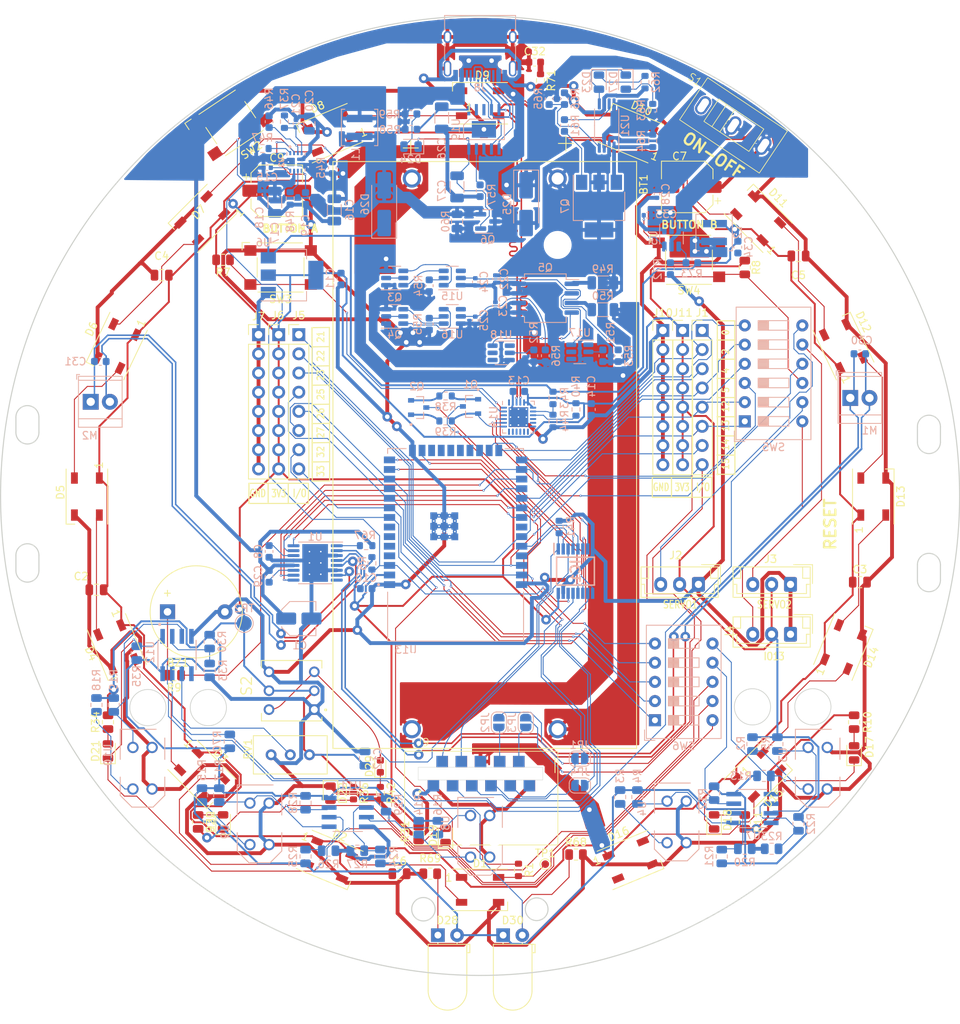
<source format=kicad_pcb>
(kicad_pcb (version 20221018) (generator pcbnew)
  (layers (0 "F.Cu" signal) (31 "B.Cu" signal) (34 "B.Paste" user) (35 "F.Paste" user) (36 "B.SilkS" user "B.Silkscreen") (37 "F.SilkS" user "F.Silkscreen") (38 "B.Mask" user) (39 "F.Mask" user) (44 "Edge.Cuts" user))
  (net 0 "")
  (net 1 "/VCC")
  (net 2 "GND")
  (net 3 "Net-(D29-K)")
  (net 4 "Net-(D10-DIN)")
  (net 5 "Net-(D12-DOUT)")
  (net 6 "Net-(D13-DOUT)")
  (net 7 "Net-(D11-DOUT)")
  (net 8 "Net-(D4-DOUT)")
  (net 9 "/MAIN MCU/EN")
  (net 10 "Net-(U2-BOOT)")
  (net 11 "M2N")
  (net 12 "M2P")
  (net 13 "M1N")
  (net 14 "M1P")
  (net 15 "Net-(R2-Pad1)")
  (net 16 "/POWER/VCC_U2")
  (net 17 "Net-(D2-DOUT)")
  (net 18 "Net-(D6-DOUT)")
  (net 19 "Net-(D10-DOUT)")
  (net 20 "Net-(BZ1--)")
  (net 21 "Net-(D17-A)")
  (net 22 "Net-(D18-A)")
  (net 23 "Net-(U7-1IN-)")
  (net 24 "Net-(U7-2IN-)")
  (net 25 "Net-(C20-Pad2)")
  (net 26 "Net-(U2-COMP)")
  (net 27 "Net-(U15-VCC)")
  (net 28 "Net-(U16-VCC)")
  (net 29 "Net-(D24-K)")
  (net 30 "Net-(D1-DOUT)")
  (net 31 "/MAIN MCU/LED_DIN")
  (net 32 "Net-(D3-DOUT)")
  (net 33 "Net-(D5-DOUT)")
  (net 34 "Net-(D7-DOUT)")
  (net 35 "Net-(D8-DOUT)")
  (net 36 "Net-(D14-DOUT)")
  (net 37 "Net-(D15-DOUT)")
  (net 39 "/LINE SENSOR/LIN_1")
  (net 40 "/LINE SENSOR/LIN_2")
  (net 41 "/LINE SENSOR/LIN_3")
  (net 42 "Net-(D19-A)")
  (net 43 "/LINE SENSOR/LIN_4")
  (net 44 "Net-(D20-A)")
  (net 45 "/LINE SENSOR/LIN_5")
  (net 46 "Net-(D21-A)")
  (net 47 "Net-(D22-A)")
  (net 48 "Net-(D23-K)")
  (net 49 "Net-(D23-A)")
  (net 50 "Net-(D24-A)")
  (net 51 "/VDD")
  (net 52 "/MAIN MCU/IN")
  (net 53 "Net-(D27-A)")
  (net 54 "/MAIN MCU/SERVO_R")
  (net 55 "/MAIN MCU/SERVO_L")
  (net 56 "/MAIN MCU/IO25")
  (net 57 "/CONNECTOR/CC1")
  (net 58 "/CONNECTOR/D+")
  (net 59 "/CONNECTOR/D-")
  (net 60 "/CONNECTOR/SBU1")
  (net 61 "/CONNECTOR/CC2")
  (net 62 "/CONNECTOR/SBU2")
  (net 63 "Net-(Q1-Pad1)")
  (net 64 "/MAIN MCU/RTS")
  (net 65 "/MAIN MCU/IO0")
  (net 66 "Net-(Q2-Pad1)")
  (net 67 "/MAIN MCU/DTR")
  (net 68 "Net-(Q3-S1{slash}D2-Pad2)")
  (net 69 "Net-(Q3-G2)")
  (net 70 "Net-(Q3-G1)")
  (net 71 "Net-(Q4-S1{slash}D2-Pad2)")
  (net 72 "Net-(Q4-G2)")
  (net 73 "Net-(Q4-G1)")
  (net 74 "Net-(Q5-S1)")
  (net 75 "Net-(Q5-G1)")
  (net 76 "Net-(Q5-S2)")
  (net 77 "Net-(Q5-G2)")
  (net 78 "Net-(Q7-B)")
  (net 79 "/MAIN MCU/IO13")
  (net 80 "Net-(R3-Pad1)")
  (net 81 "/LINE SENSOR/SIG_2")
  (net 82 "/LINE SENSOR/SIG_1")
  (net 83 "/MAIN MCU/Button1")
  (net 84 "/MAIN MCU/Button2")
  (net 85 "/MAIN MCU/IO4")
  (net 86 "Net-(R14-Pad1)")
  (net 87 "Net-(R15-Pad1)")
  (net 88 "/LINE SENSOR/SIG_3")
  (net 89 "/LINE SENSOR/SIG_4")
  (net 90 "Net-(R18-Pad1)")
  (net 91 "/LINE SENSOR/SIG_5")
  (net 92 "Net-(U11-1IN-)")
  (net 93 "Net-(U11-2IN-)")
  (net 94 "Net-(U12-1IN-)")
  (net 95 "Net-(U14-~{RST})")
  (net 96 "/MAIN MCU/TX_CAM")
  (net 97 "/MAIN MCU/TXD0")
  (net 98 "/MAIN MCU/RX_COM")
  (net 99 "/MAIN MCU/RXD0")
  (net 100 "Net-(U14-VBUS)")
  (net 101 "Net-(U2-FB)")
  (net 102 "/POWER/BAT-")
  (net 103 "/POWER/BAT_MID")
  (net 104 "Net-(U15-VM)")
  (net 105 "Net-(U16-VM)")
  (net 106 "Net-(U19-CFG1)")
  (net 107 "Net-(U21-CC)")
  (net 108 "Net-(U21-TS)")
  (net 110 "Net-(U2-FSW)")
  (net 111 "Net-(U2-ILIM)")
  (net 112 "Net-(D28-K)")
  (net 113 "/LINE SENSOR/PROX_SIG")
  (net 114 "/MAIN MCU/I{slash}O Pin")
  (net 115 "/LINE SENSOR/PROX_OUT")
  (net 116 "/LINE SENSOR/PROX_COMP")
  (net 121 "/MAIN MCU/IO32")
  (net 122 "/MAIN MCU/IO33")
  (net 123 "/MAIN MCU/IO26")
  (net 124 "/MAIN MCU/IO27")
  (net 125 "/MAIN MCU/IO14")
  (net 126 "/MAIN MCU/IO12")
  (net 133 "/MAIN MCU/IO15")
  (net 134 "/MAIN MCU/IO2")
  (net 135 "/MAIN MCU/IO5")
  (net 137 "/MAIN MCU/IO21")
  (net 138 "/MAIN MCU/IO22")
  (net 139 "/MAIN MCU/IO23")
  (net 162 "/POWER/BAT+")
  (net 163 "/MAIN MCU/RX_CAM")
  (net 164 "/MAIN MCU/TX_COM")
  (net 165 "/MAIN MCU/IO0_COM")
  (net 166 "/MAIN MCU/IO0_CAM")
  (net 167 "/MAIN MCU/EN_COM")
  (net 168 "/MAIN MCU/EN_CAM")
  (net 169 "/MAIN MCU/SCK")
  (net 170 "/MAIN MCU/MISO_CAM")
  (net 171 "/MAIN MCU/MOSI_CAM")
  (net 172 "/MAIN MCU/CS")
  (net 173 "Net-(U1-VINT)")
  (net 174 "Net-(U1-VCP)")
  (net 175 "Net-(U1-nSLEEP)")
  (net 177 "/POWER/VBAT")
  (net 178 "/POWER/PadL")
  (net 179 "/POWER/9V")
  (net 180 "/POWER/VIN_U2")
  (net 181 "Net-(Q7-E)")
  (net 182 "Net-(U19-VDD)")
  (net 183 "Net-(C32-Pad2)")
  (net 184 "Net-(J8-SHIELD)")
  (net 185 "/CONNECTOR/VBUS")
  (net 186 "Net-(U17-VDD)")
  (net 187 "Net-(U18-VDD)")
  (net 188 "/MAIN MCU/IO19")
  (net 189 "/MAIN MCU/IO18")
  (net 190 "/MAIN MCU/IO16")
  (net 191 "/MAIN MCU/IO17")
  (net 192 "Net-(U5-VBST)")
  (net 193 "Net-(U5-VFB)")
  (net 194 "/POWER/LPADbuck")
  (footprint "Connector_PinHeader_2.54mm:PinHeader_1x08_P2.54mm_Vertical" (layer "F.Cu") (at 229.9444 119.0752)
    (fp_text reference "J10")
    (fp_text value "Conn_01x08_Pin")
  )
  (footprint "LED_SMD:LED_0805_2012Metric" (layer "F.Cu") (at 156.464 174.752 90)
    (fp_text reference "D21")
    (fp_text value "LED_Green")
  )
  (footprint "Resistor_SMD:R_0603_1608Metric" (layer "F.Cu") (at 192.532 180.34 -90)
    (fp_text reference "R42")
    (fp_text value "330R")
  )
  (footprint "Connector_JST:JST_EH_B3B-EH-A_1x03_P2.50mm_Vertical" (layer "F.Cu") (at 234.656 152.7 180)
    (fp_text reference "J2")
    (fp_text value "Conn_01x03_Socket")
  )
  (footprint "LED_SMD:LED_WS2812B_PLCC4_5.0x5.0mm_P3.2mm" (layer "F.Cu") (at 185.8264 92.964 -157.5)
    (fp_text reference "D8")
    (fp_text value "WS2812B")
  )
  (footprint "LED_SMD:LED_WS2812B_PLCC4_5.0x5.0mm_P3.2mm" (layer "F.Cu") (at 253.8476 160.9852 67.5)
    (fp_text reference "D14")
    (fp_text value "WS2812B" hide)
  )
  (footprint "Button_Switch_SMD:SW_SPST_Omron_B3FS-105xP" (layer "F.Cu") (at 179.324 110.744)
    (fp_text reference "SW3")
    (fp_text value "SW_SPST_Omron_B3FS-105xP")
  )
  (footprint "Buzzer_Beeper:Buzzer_12x9.5RM7.6" (layer "F.Cu") (at 164.348 156.337)
    (fp_text reference "BZ1")
    (fp_text value "Buzzer")
  )
  (footprint "LED_SMD:LED_WS2812B_PLCC4_5.0x5.0mm_P3.2mm" (layer "F.Cu") (at 225.6536 92.964 157.5)
    (fp_text reference "D10")
    (fp_text value "WS2812B")
  )
  (footprint "BK-18650-PC4:BAT_BK-18650-PC4" (layer "F.Cu") (at 206.36 135.57 -90)
    (fp_text reference "BT1")
    (fp_text value "BK-18650-PC4")
  )
  (footprint "Resistor_SMD:R_0805_2012Metric" (layer "F.Cu") (at 218.44 188.468)
    (fp_text reference "R68")
    (fp_text value "10K")
  )
  (footprint "LED_SMD:LED_0805_2012Metric" (layer "F.Cu") (at 171.704 184.15 90)
    (fp_text reference "D20")
    (fp_text value "LED_Green")
  )
  (footprint "LED_SMD:LED_WS2812B_PLCC4_5.0x5.0mm_P3.2mm" (layer "F.Cu") (at 205.74 193.1416)
    (fp_text reference "D1")
    (fp_text value "WS2812B")
  )
  (footprint "LED_SMD:LED_0805_2012Metric" (layer "F.Cu") (at 185.928 180.34 -90)
    (fp_text reference "D22")
    (fp_text value "LED_Blue")
  )
  (footprint "LED_SMD:LED_WS2812B_PLCC4_5.0x5.0mm_P3.2mm" (layer "F.Cu") (at 253.8476 121.158 115.5)
    (fp_text reference "D12")
    (fp_text value "WS2812B")
  )
  (footprint "LED_SMD:LED_0805_2012Metric" (layer "F.Cu") (at 255.27 175.006 90)
    (fp_text reference "D17")
    (fp_text value "LED_Green")
  )
  (footprint "Connector_PinHeader_2.54mm:PinHeader_1x08_P2.54mm_Vertical" (layer "F.Cu") (at 235.1514 119.0752)
    (fp_text reference "J1")
    (fp_text value "Conn_01x08_Pin")
  )
  (footprint "TestPoint:TestPoint_Pad_D1.0mm" (layer "F.Cu") (at 214.376 189.738)
    (fp_text reference "TP1")
    (fp_text value "LED_TP")
  )
  (footprint "Capacitor_SMD:CP_Elec_6.3x5.3" (layer "F.Cu") (at 233.172 100.076 180)
    (fp_text reference "C7")
    (fp_text value "10uF")
  )
  (footprint "Resistor_SMD:R_0805_2012Metric" (layer "F.Cu") (at 165.227 164.719 180)
    (fp_text reference "R9")
    (fp_text value "100R")
  )
  (footprint "Capacitor_SMD:C_0603_1608Metric" (layer "F.Cu") (at 212.979 83.566)
    (fp_text reference "C32")
    (fp_text value "100nF")
  )
  (footprint "Connector_PinHeader_2.54mm:PinHeader_1x08_P2.54mm_Vertical" (layer "F.Cu") (at 176.403 119.639)
    (fp_text reference "J7")
    (fp_text value "Conn_01x08_Pin")
  )
  (footprint "Capacitor_SMD:C_0805_2012Metric" (layer "F.Cu") (at 154.94 153.416 180)
    (fp_text reference "C2")
    (fp_text value "100nF")
  )
  (footprint "Connector_PinHeader_2.54mm:PinHeader_1x08_P2.54mm_Vertical" (layer "F.Cu") (at 181.737 119.634)
    (fp_text reference "J5")
    (fp_text value "Conn_01x08_Pin")
  )
  (footprint "LED_SMD:LED_WS2812B_PLCC4_5.0x5.0mm_P3.2mm" (layer "F.Cu") (at 157.6324 160.9852 -67.5)
    (fp_text reference "D4")
    (fp_text value "WS2812B")
  )
  (footprint "Resistor_SMD:R_0805_2012Metric" (layer "F.Cu") (at 197.612 185.674 90)
    (fp_text reference "R31")
    (fp_text value "470R")
  )
  (footprint "LED_SMD:LED_WS2812B_PLCC4_5.0x5.0mm_P3.2mm" (layer "F.Cu") (at 205.74 89.0016 180)
    (fp_text reference "D9")
    (fp_text value "WS2812B")
  )
  (footprint "LED_THT:LED_D5.0mm_Horizontal_O1.27mm_Z3.0mm_Clear" (layer "F.Cu") (at 208.788 199.136)
    (fp_text reference "D30")
    (fp_text value "IR_Photodiode")
  )
  (footprint "LED_SMD:LED_WS2812B_PLCC4_5.0x5.0mm_P3.2mm" (layer "F.Cu") (at 257.81 141.0716 90)
    (fp_text reference "D13")
    (fp_text value "WS2812B" hide)
  )
  (footprint "Resistor_SMD:R_0603_1608Metric" (layer "F.Cu") (at 213.741 85.979 -90)
    (fp_text reference "R71")
    (fp_text value "220R")
  )
  (footprint "Resistor_SMD:R_0603_1608Metric" (layer "F.Cu") (at 210.82 190.5 -90)
    (fp_text reference "R1")
    (fp_text value "470R")
  )
  (footprint "LED_THT:LED_D5.0mm_Horizontal_O1.27mm_Z3.0mm_IRBlack" (layer "F.Cu") (at 200.152 199.136)
    (fp_text reference "D28")
    (fp_text value "IR_LED")
  )
  (footprint "Resistor_SMD:R_0805_2012Metric" (layer "F.Cu") (at 156.464 170.942 90)
    (fp_text reference "R34")
    (fp_text value "470R")
  )
  (footprint "LED_SMD:LED_0603_1608Metric" (layer "F.Cu") (at 192.532 176.784 90)
    (fp_text reference "D29")
    (fp_text value "LED_RED")
  )
  (footprint "Button_Switch_SMD:SW_SPST_Omron_B3FS-105xP" (layer "F.Cu") (at 172.72 91.567 33.75)
    (fp_text reference "SW2")
    (fp_text value "SW_SPST_Omron_B3FS-105xP")
  )
  (footprint "Switch Custom:SW_TL2285EE" (layer "F.Cu") (at 180.7879 166.7764 90)
    (fp_text reference "S2")
    (fp_text value "SW_DPDT_TL2285EE")
  )
  (footprint "Capacitor_SMD:C_0805_2012Metric" (layer "F.Cu") (at 195.072 191.008)
    (fp_text reference "C6")
    (fp_text value "100nF")
  )
  (footprint "Switch Custom:SW_SS-12D10-G5050" (layer "F.Cu") (at 239.268 91.948 -33.75)
    (fp_text reference "S1")
    (fp_text value "SW_SS12D10")
  )
  (footprint "Resistor_SMD:R_0805_2012Metric" (layer "F.Cu") (at 171.704 109.728 180)
    (fp_text reference "R7")
    (fp_text value "10K")
  )
  (footprint "LED_SMD:LED_WS2812B_PLCC4_5.0x5.0mm_P3.2mm" (layer "F.Cu") (at 168.9608 104.2416 -135)
    (fp_text reference "D7")
    (fp_text value "WS2812B")
  )
  (footprint "LED_SMD:LED_WS2812B_PLCC4_5.0x5.0mm_P3.2mm" (layer "F.Cu") (at 168.91 177.8508 -45)
    (fp_text reference "D3")
    (fp_text value "WS2812B")
  )
  (footprint "Connector_JST:JST_EH_B3B-EH-A_1x03_P2.50mm_Vertical" (layer "F.Cu") (at 246.848 152.7 180)
    (fp_text reference "J3")
    (fp_text value "Conn_01x03_Socket")
  )
  (footprint "LED_SMD:LED_WS2812B_PLCC4_5.0x5.0mm_P3.2mm" (layer "F.Cu") (at 185.8264 189.1792 -22.5)
    (fp_text reference "D2")
    (fp_text value "WS2812B")
  )
  (footprint "Resistor_SMD:R_0805_2012Metric" (layer "F.Cu") (at 199.136 191.008 180)
    (fp_text reference "R69")
    (fp_text value "220R")
  )
  (footprint "LED_SMD:LED_0805_2012Metric" (layer "F.Cu") (at 201.168 185.928 90)
    (fp_text reference "D19")
    (fp_text value "LED_Green")
  )
  (footprint "LED_SMD:LED_WS2812B_PLCC4_5.0x5.0mm_P3.2mm" (layer "F.Cu") (at 153.67 141.0716 -90)
    (fp_text reference "D5")
    (fp_text value "WS2812B")
  )
  (footprint "Resistor_SMD:R_0805_2012Metric" (layer "F.Cu") (at 168.402 184.15 -90)
    (fp_text reference "R32")
    (fp_text value "470R")
  )
  (footprint "Capacitor_SMD:C_0805_2012Metric" (layer "F.Cu") (at 247.904 109.22)
    (fp_text reference "C5")
    (fp_text value "100nF")
  )
  (footprint "LED_SMD:LED_WS2812B_PLCC4_5.0x5.0mm_P3.2mm" (layer "F.Cu") (at 157.6324 121.158 -115.5)
    (fp_text reference "D6")
    (fp_text value "WS2812B")
  )
  (footprint "Potentiometer_THT:Potentiometer_Bourns_3296W_Vertical" (layer "F.Cu") (at 183.144 175.26)
    (fp_text reference "RV1")
    (fp_text value "R_Potentiometer_10K")
  )
  (footprint "Capacitor_SMD:C_0805_2012Metric" (layer "F.Cu") (at 256.032 152.4)
    (fp_text reference "C3")
    (fp_text value "100nF")
  )
  (footprint "LED_SMD:LED_WS2812B_PLCC4_5.0x5.0mm_P3.2mm" (layer "F.Cu") (at 242.57 104.2416 135)
    (fp_text reference "D11")
    (fp_text value "WS2812B")
  )
  (footprint "Resistor_SMD:R_0805_2012Metric" (layer "F.Cu") (at 240.792 184.15 -90)
    (fp_text reference "R11")
    (fp_text value "470R")
  )
  (footprint "Connector_PinHeader_2.54mm:PinHeader_1x08_P2.54mm_Vertical" (layer "F.Cu") (at 232.5624 119.0752)
    (fp_text reference "J11")
    (fp_text value "Conn_01x08_Pin")
  )
  (footprint "Resistor_SMD:R_0805_2012Metric" (layer "F.Cu") (at 240.792 110.744 90)
    (fp_text reference "R8")
    (fp_text value "10K")
  )
  (footprint "Resistor_SMD:R_0603_1608Metric" (layer "F.Cu") (at 188.976 180.34 -90)
    (fp_text reference "R36")
    (fp_text value "220R")
  )
  (footprint "Button_Switch_SMD:SW_SPST_Omron_B3FS-105xP" (layer "F.Cu") (at 233.3975 109.728)
    (fp_text reference "SW4")
    (fp_text value "SW_SPST_Omron_B3FS-105xP")
  )
  (footprint "Connector_PinHeader_2.54mm:PinHeader_1x08_P2.54mm_Vertical" (layer "F.Cu") (at 179.07 119.639)
    (fp_text reference "J6")
    (fp_text value "Conn_01x08_Pin")
  )
  (footprint "Capacitor_SMD:C_0805_2012Metric" (layer "F.Cu") (at 163.576 111.76 180)
    (fp_text reference "C4")
    (fp_text value "100nF")
  )
  (footprint "Resistor_SMD:R_0805_2012Metric" (layer "F.Cu") (at 255.27 170.942 90)
    (fp_text reference "R10")
    (fp_text value "470R")
  )
  (footprint "LED_SMD:LED_WS2812B_PLCC4_5.0x5.0mm_P3.2mm" (layer "F.Cu") (at 242.57 177.9016 45)
    (fp_text reference "D15")
    (fp_text value "WS2812B" hide)
  )
  (footprint "Connector_Custom:Conn_ESPCAM_Shield-Female" (layer "F.Cu") (at 205.7924 178.7004)
    (fp_text reference "J9")
    (fp_text value "Conn_ESPCAM_Shield")
    (fp_rect (start -8.25 -1.8) (end 8.25 -0.1) (stroke (width 0.05)) (fill none) (layer "Edge.Cuts"))
  )
  (footprint "LED_SMD:LED_WS2812B_PLCC4_5.0x5.0mm_P3.2mm" (layer "F.Cu") (at 225.6536 189.1792 22.5)
    (fp_text reference "D16")
    (fp_text value "WS2812B")
  )
  (footprint "Capacitor_SMD:CP_Elec_6.3x5.3" (layer "F.Cu") (at 178.816 100.584)
    (fp_text reference "C9")
    (fp_text value "22uF")
  )
  (footprint "Connector_JST:JST_EH_B3B-EH-A_1x03_P2.50mm_Vertical" (layer "F.Cu") (at 246.848 159.304 180)
    (fp_text reference "J4")
    (fp_text value "Conn_01x03_Socket")
  )
  (footprint "LED_SMD:LED_0805_2012Metric" (layer "F.Cu") (at 236.728 184.15 90)
    (fp_text reference "D18")
    (fp_text value "LED_Green")
  )
  (footprint "Package_TO_SOT_SMD:SOT-23-6" (layer "B.Cu") (at 218.948 121.92 180)
    (fp_text reference "U17")
    (fp_text value "HY2213-BB3A")
  )
  (footprint "Capacitor_SMD:C_0402_1005Metric" (layer "B.Cu") (at 176.53 101.092 90)
    (fp_text reference "C18")
    (fp_text value "100nF")
  )
  (footprint "Resistor_SMD:R_0603_1608Metric" (layer "B.Cu") (at 228.6 89.916 90)
    (fp_text reference "R63")
    (fp_text value "280R")
  )
  (footprint "Resistor_SMD:R_0805_2012Metric" (layer "B.Cu") (at 193.294 181.864 90)
    (fp_text reference "R29")
    (fp_text value "10K")
  )
  (footprint "TCRT5000:OPTO_TCRT5000" (layer "B.Cu") (at 250.444 177.038 -90)
    (fp_text reference "U3")
    (fp_text value "TCRT5000")
  )
  (footprint "Capacitor_SMD:C_0603_1608Metric" (layer "B.Cu") (at 177.8 91.44 90)
    (fp_text reference "R46")
    (fp_text value "101K")
  )
  (footprint "Button_Switch_THT:SW_DIP_SPSTx06_Slide_9.78x17.42mm_W7.62mm_P2.54mm" (layer "B.Cu") (at 240.792 131.1148)
    (fp_text reference "SW5")
    (fp_text value "SW_DIP_x06")
  )
  (footprint "Capacitor_SMD:C_0603_1608Metric" (layer "B.Cu") (at 177.8 148.336 -90)
    (fp_text reference "C8")
    (fp_text value "2.2uF")
  )
  (footprint "Resistor_SMD:R_0603_1608Metric" (layer "B.Cu") (at 201.168 127.762)
    (fp_text reference "R38")
    (fp_text value "10K")
  )
  (footprint "Resistor_SMD:R_0805_2012Metric" (layer "B.Cu") (at 189.484 187.96 180)
    (fp_text reference "R27")
    (fp_text value "10K")
  )
  (footprint "Resistor_SMD:R_0603_1608Metric" (layer "B.Cu") (at 190.6524 147.574)
    (fp_text reference "R67")
    (fp_text value "47K")
  )
  (footprint "Resistor_SMD:R_0805_2012Metric" (layer "B.Cu") (at 237.744 188.722 -90)
    (fp_text reference "R21")
    (fp_text value "10K")
  )
  (footprint "LED_SMD:LED_0805_2012Metric" (layer "B.Cu") (at 196.596 94.742 180)
    (fp_text reference "D24")
    (fp_text value "LED_Blue")
  )
  (footprint "Capacitor_SMD:C_1206_3216Metric" (layer "B.Cu") (at 202.692 100.076 90)
    (fp_text reference "C27")
    (fp_text value "1uF")
  )
  (footprint "Capacitor_SMD:C_0603_1608Metric" (layer "B.Cu") (at 239.8776 108.0516 90)
    (fp_text reference "C34")
    (fp_text value "22uF")
  )
  (footprint "Resistor_SMD:R_0603_1608Metric" (layer "B.Cu") (at 228.6 93.98 90)
    (fp_text reference "R64")
    (fp_text value "0.2R")
  )
  (footprint "Capacitor_SMD:C_Elec_4x5.4" (layer "B.Cu") (at 181.737 157.226)
    (fp_text reference "C1")
    (fp_text value "10uF/16V")
  )
  (footprint "Capacitor_SMD:C_0603_1608Metric" (layer "B.Cu") (at 216.916 88.392 90)
    (fp_text reference "R66")
    (fp_text value "1K")
  )
  (footprint "Package_TO_SOT_SMD:SOT-23-6" (layer "B.Cu") (at 194.437 112.141)
    (fp_text reference "Q3")
    (fp_text value "DMG9926UDM")
  )
  (footprint "Package_TO_SOT_SMD:SOT-23" (layer "B.Cu") (at 206.756 104.648)
    (fp_text reference "Q6")
    (fp_text value "AO3400A")
  )
  (footprint "Resistor_SMD:R_0805_2012Metric" (layer "B.Cu") (at 168.91 180.594 90)
    (fp_text reference "R15")
    (fp_text value "220R")
  )
  (footprint "Connector_USB:USB_C_Receptacle_HRO_TYPE-C-31-M-12" (layer "B.Cu") (at 205.74 81.28)
    (fp_text reference "J8")
    (fp_text value "USB_C_Receptacle_USB2.0")
  )
  (footprint "Resistor_SMD:R_0603_1608Metric" (layer "B.Cu") (at 201.168 131.064)
    (fp_text reference "R39")
    (fp_text value "10K")
  )
  (footprint "LM393D:SOIC127P599X175-8N" (layer "B.Cu") (at 241.808 182.372 180)
    (fp_text reference "U7")
    (fp_text value "LM393D")
  )
  (footprint "Package_TO_SOT_SMD:SOT-23-6" (layer "B.Cu") (at 202.057 117.221)
    (fp_text reference "U16")
    (fp_text value "DW01A")
  )
  (footprint "Resistor_SMD:R_0603_1608Metric" (layer "B.Cu") (at 215.392 131.064 -90)
    (fp_text reference "R44")
    (fp_text value "47.5K")
  )
  (footprint "Capacitor_SMD:C_0603_1608Metric" (layer "B.Cu") (at 186.182 97.536 90)
    (fp_text reference "R45")
    (fp_text value "649K")
  )
  (footprint "Package_TO_SOT_SMD:SOT-223-3_TabPin2" (layer "B.Cu") (at 221.488 102.616 -90)
    (fp_text reference "Q7")
    (fp_text value "FZT788BTA")
  )
  (footprint "Package_SO:SO-8_5.3x6.2mm_P1.27mm" (layer "B.Cu") (at 214.376 114.808 180)
    (fp_text reference "Q5")
    (fp_text value "DMG9926USD-13")
  )
  (footprint "Capacitor_SMD:C_0603_1608Metric" (layer "B.Cu") (at 216.916 91.948 90)
    (fp_text reference "R61")
    (fp_text value "1K")
  )
  (footprint "Resistor_SMD:R_0805_2012Metric" (layer "B.Cu") (at 160.274 161.798 -90)
    (fp_text reference "R35")
    (fp_text value "10K")
  )
  (footprint "Resistor_SMD:R_0805_2012Metric" (layer "B.Cu") (at 247.904 184.404 90)
    (fp_text reference "R22")
    (fp_text value "10K")
  )
  (footprint "Capacitor_SMD:C_0805_2012Metric" (layer "B.Cu") (at 183.134 91.694 -90)
    (fp_text reference "C20")
    (fp_text value "470pF")
  )
  (footprint "Capacitor_SMD:C_0603_1608Metric" (layer "B.Cu") (at 224.028 122.428 90)
    (fp_text reference "R53")
    (fp_text value "100R")
  )
  (footprint "Resistor_SMD:R_0805_2012Metric" (layer "B.Cu") (at 192.532 188.722 -90)
    (fp_text reference "R24")
    (fp_text value "10K")
  )
  (footprint "Resistor_SMD:R_0805_2012Metric" (layer "B.Cu") (at 185.674 187.96 180)
    (fp_text reference "R26")
    (fp_text value "10K")
  )
  (footprint "Resistor_SMD:R_0805_2012Metric" (layer "B.Cu") (at 157.226 168.656 -90)
    (fp_text reference "R19")
    (fp_text value "10K")
  )
  (footprint "Resistor_SMD:R_0805_2012Metric" (layer "B.Cu") (at 244.348 187.706 180)
    (fp_text reference "R23")
    (fp_text value "10K")
  )
  (footprint "Capacitor_SMD:C_0402_1005Metric" (layer "B.Cu") (at 181.356 91.694 -90)
    (fp_text reference "C21")
    (fp_text value "24pF")
  )
  (footprint "Resistor_SMD:R_0805_2012Metric" (layer "B.Cu") (at 169.926 160.274 90)
    (fp_text reference "R30")
    (fp_text value "10K")
  )
  (footprint "LED_SMD:LED_0805_2012Metric" (layer "B.Cu") (at 225.03855 86.2076 -90)
    (fp_text reference "D27")
    (fp_text value "LED_Green")
  )
  (footprint "TestPoint:TestPoint_Pad_D2.0mm" (layer "B.Cu") (at 174.498 157.861 180)
    (fp_text reference "TP2")
    (fp_text value "3v3")
  )
  (footprint "Resistor_SMD:R_0805_2012Metric" (layer "B.Cu") (at 226.568 180.848 -90)
    (fp_text reference "R4")
    (fp_text value "10K")
  )
  (footprint "Resistor_SMD:R_0805_2012Metric" (layer "B.Cu") (at 172.593 173.482 -90)
    (fp_text reference "R70")
    (fp_text value "10K")
  )
  (footprint "Resistor_SMD:R_0805_2012Metric" (layer "B.Cu") (at 200.152 184.912 -90)
    (fp_text reference "R16")
    (fp_text value "10K")
  )
  (footprint "Resistor_SMD:R_0805_2012Metric" (layer "B.Cu") (at 169.926 164.084 -90)
    (fp_text reference "R33")
    (fp_text value "10K")
  )
  (footprint "Capacitor_SMD:C_0603_1608Metric" (layer "B.Cu") (at 233.7816 110.1344)
    (fp_text reference "R73")
    (fp_text value "56.2K")
  )
  (footprint "Jumper:SolderJumper-2_P1.3mm_Open_RoundedPad1.0x1.5mm" (layer "B.Cu") (at 218.948 179.324 180)
    (fp_text reference "JP4")
    (fp_text value "SolderJumper_2_Open")
  )
  (footprint "Package_TO_SOT_SMD:SOT-23-6" (layer "B.Cu") (at 194.437 117.221)
    (fp_text reference "Q4")
    (fp_text value "DMG9926UDM")
  )
  (footprint "Capacitor_SMD:C_0402_1005Metric" (layer "B.Cu") (at 227.8888 103.8352 180)
    (fp_text reference "C33")
    (fp_text value "100nF")
  )
  (footprint "TCRT5000:OPTO_TCRT5000" (layer "B.Cu") (at 176.53 184.404 -90)
    (fp_text reference "U9")
    (fp_text value "TCRT5000")
  )
  (footprint "Capacitor_SMD:C_1206_3216Metric" (layer "B.Cu") (at 200.66 90.932 -90)
    (fp_text reference "C26")
    (fp_text value "1uF")
  )
  (footprint "Capacitor_SMD:C_0603_1608Metric" (layer "B.Cu") (at 256.032 122.174)
    (fp_text reference "C30")
    (fp_text value "100nF")
  )
  (footprint "ESP32-WROOM-32E:XCVR_ESP32-WROOM-32E__16MB_" (layer "B.Cu") (at 202.4965 147.4684)
    (fp_text reference "U13")
    (fp_text value "ESP32-WROOM-32E__16MB_")
  )
  (footprint "Capacitor_SMD:C_0603_1608Metric" (layer "B.Cu") (at 177.8 151.638 -90)
    (fp_text reference "C29")
    (fp_text value "10nF")
  )
  (footprint "SS8050-G:TRANS_SS8050-G" (layer "B.Cu") (at 204.47 129.1405 180)
    (fp_text reference "Q1")
    (fp_text value "SS8050-G")
  )
  (footprint "TCRT5000:OPTO_TCRT5000" (layer "B.Cu") (at 231.775 184.15 -90)
    (fp_text reference "U4")
    (fp_text value "TCRT5000")
  )
  (footprint "Jumper:SolderJumper-2_P1.3mm_Open_RoundedPad1.0x1.5mm" (layer "B.Cu") (at 211.7836 170.9916 -90)
    (fp_text reference "JP3")
    (fp_text value "SolderJumper_2_Open")
  )
  (footprint "Capacitor_SMD:C_0603_1608Metric" (layer "B.Cu") (at 196.596 92.456 180)
    (fp_text reference "R58")
    (fp_text value "1K")
  )
  (footprint "Resistor_SMD:R_0603_1608Metric" (layer "B.Cu") (at 216.2128 145.1035 -90)
    (fp_text reference "R41")
    (fp_text value "10K")
  )
  (footprint "Capacitor_SMD:C_0603_1608Metric" (layer "B.Cu") (at 199.009 118.237 -90)
    (fp_text reference "R55")
    (fp_text value "1K")
  )
  (footprint "Capacitor_SMD:C_0402_1005Metric" (layer "B.Cu") (at 205.105 112.649 90)
    (fp_text reference "C24")
    (fp_text value "100nF")
  )
  (footprint "Diode_SMD:D_SMA_Handsoldering" (layer "B.Cu") (at 211.836 102.362 -90)
    (fp_text reference "D25")
    (fp_text value "SS34")
  )
  (footprint "Jumper:SolderJumper-2_P1.3mm_Open_RoundedPad1.0x1.5mm" (layer "B.Cu") (at 218.948 175.768 180)
    (fp_text reference "JP1")
    (fp_text value "SolderJumper_2_Open")
  )
  (footprint "Resistor_SMD:R_0603_1608Metric" (layer "B.Cu") (at 215.392 128.016 90)
    (fp_text reference "R43")
    (fp_text value "22.1K")
  )
  (footprint "SS8050-G:TRANS_SS8050-G" (layer "B.Cu") (at 197.612 129.286)
    (fp_text reference "Q2")
    (fp_text value "SS8050-G")
  )
  (footprint "Resistor_SMD:R_0603_1608Metric" (layer "B.Cu") (at 191.4144 149.9108 90)
    (fp_text reference "R6")
    (fp_text value "10K")
  )
  (footprint "TCRT5000:OPTO_TCRT5000" (layer "B.Cu") (at 161.036 177.038 -90)
    (fp_text reference "U10")
    (fp_text value "TCRT5000")
  )
  (footprint "Resistor_SMD:R_0805_2012Metric" (layer "B.Cu") (at 245.11 173.8395 -90)
    (fp_text reference "R5")
    (fp_text value "10K")
  )
  (footprint "Jumper:SolderJumper-2_P1.3mm_Open_RoundedPad1.0x1.5mm" (layer "B.Cu") (at 208.2276 170.9916 -90)
    (fp_text reference "JP2")
    (fp_text value "SolderJumper_2_Open")
  )
  (footprint "Capacitor_SMD:C_0603_1608Metric" (layer "B.Cu") (at 210.8708 127.1524 180)
    (fp_text reference "C13")
    (fp_text value "4.7uF/6.3V")
  )
  (footprint "Resistor_SMD:R_1206_3216Metric" (layer "B.Cu") (at 221.996 112.776 180)
    (fp_text reference "R49")
    (fp_text value "1K")
  )
  (footprint "Resistor_SMD:R_0805_2012Metric" (layer "B.Cu") (at 241.808 173.8395 90)
    (fp_text reference "R2")
    (fp_text value "220R")
  )
  (footprint "Capacitor_SMD:C_0402_1005Metric" (layer "B.Cu") (at 205.105 117.729 90)
    (fp_text reference "C25")
    (fp_text value "100nF")
  )
  (footprint "Capacitor_SMD:C_1206_3216Metric" (layer "B.Cu") (at 186.436 103.124 -90)
    (fp_text reference "C16")
    (fp_text value "47uF")
  )
  (footprint "Capacitor_SMD:C_0603_1608Metric" (layer "B.Cu") (at 190.6524 153.2636 180)
    (fp_text reference "C10")
    (fp_text value "100nF")
  )
  (footprint "Capacitor_SMD:C_0603_1608Metric" (layer "B.Cu") (at 214.884 88.392 -90)
    (fp_text reference "R65")
    (fp_text value "1K")
  )
  (footprint "LM393D:SOIC127P599X175-8N" (layer "B.Cu") (at 165.608 162.052 -90)
    (fp_text reference "U12")
    (fp_text value "LM393D")
  )
  (footprint "TerminalBlock_TE-Connectivity:TerminalBlock_TE_282834-2_1x02_P2.54mm_Horizontal" (layer "B.Cu") (at 254.762 128.016)
    (fp_text reference "M1")
    (fp_text value "Motor_DC")
  )
  (footprint "Capacitor_SMD:C_0603_1608Metric" (layer "B.Cu") (at 199.009 113.157 -90)
    (fp_text reference "R54")
    (fp_text value "1K")
  )
  (footprint "Package_TO_SOT_SMD:SOT-23-6" (layer "B.Cu") (at 208.534 122.047 180)
    (fp_text reference "U18")
    (fp_text value "HY2213-BB3A")
  )
  (footprint "Resistor_SMD:R_0805_2012Metric" (layer "B.Cu") (at 236.728 180.34 -90)
    (fp_text reference "R12")
    (fp_text value "10K")
  )
  (footprint "Resistor_SMD:R_1206_3216Metric" (layer "B.Cu") (at 221.996 116.332 180)
    (fp_text reference "R50")
    (fp_text value "1K")
  )
  (footprint "Resistor_SMD:R_0805_2012Metric" (layer "B.Cu") (at 154.94 168.656 90)
    (fp_text reference "R18")
    (fp_text value "220R")
  )
  (footprint "CH224K:ESSOP-10" (layer "B.Cu") (at 206.248 92.456)
    (fp_text reference "U19")
    (fp_text value "CH224K")
  )
  (footprint "TCRT5000:OPTO_TCRT5000" (layer "B.Cu") (at 205.74 186.055 -90)
    (fp_text reference "U8")
    (fp_text value "TCRT5000")
  )
  (footprint "Package_TO_SOT_SMD:SOT-223-3_TabPin2" (layer "B.Cu") (at 180.848 111.76)
    (fp_text reference "U6")
    (fp_text value "AMS1117-3.3")
  )
  (footprint "Resistor_SMD:R_0805_2012Metric" (layer "B.Cu") (at 197.612 184.912 90)
    (fp_text reference "R14")
    (fp_text value "220R")
  )
  (footprint "Resistor_SMD:R_0603_1608Metric" (layer "B.Cu") (at 218.44 129.54 90)
    (fp_text reference "R40")
    (fp_text value "10K")
  )
  (footprint "TS3A5018PW:SOP65P640X120-16N" (layer "B.Cu") (at 218.3718 150.9455 -90)
    (fp_text reference "IC1")
    (fp_text value "TS3A5018PW")
  )
  (footprint "Resistor_SMD:R_0805_2012Metric" (layer "B.Cu") (at 240.792 187.706 180)
    (fp_text reference "R20")
    (fp_text value "10K")
  )
  (footprint "Package_TO_SOT_SMD:SOT-23-6" (layer "B.Cu") (at 202.057 112.141)
    (fp_text reference "U15")
    (fp_text value "DW01A")
  )
  (footprint "Resistor_SMD:R_0805_2012Metric" (layer "B.Cu") (at 224.282 180.848 90)
    (fp_text reference "R3")
    (fp_text value "220R")
  )
  (footprint "Resistor_SMD:R_0603_1608Metric" (layer "B.Cu") (at 179.832 91.44 90)
    (fp_text reference "R37")
    (fp_text value "28.7K")
  )
  (footprint "Inductor_SMD:L_Coilcraft_XAL4030-XXX" (layer "B.Cu") (at 236.728 106.1212 90)
    (fp_text reference "L2")
    (fp_text value "XAL4030-332MEB_3.3uH")
  )
  (footprint "Capacitor_SMD:C_0603_1608Metric" (layer "B.Cu") (at 182.626 101.6 90)
    (fp_text reference "C19")
    (fp_text value "10uF")
  )
  (footprint "Resistor_SMD:R_0603_1608Metric" (layer "B.Cu") (at 180.594 101.6 90)
    (fp_text reference "R48")
    (fp_text value "107K")
  )
  (footprint "Capacitor_SMD:C_0603_1608Metric" (layer "B.Cu") (at 230.9368 110.8964 90)
    (fp_text reference "R72")
    (fp_text value "10K")
  )
  (footprint "Diode_SMD:D_SMA_Handsoldering" (layer "B.Cu") (at 193.04 102.362 90)
    (fp_text reference "D26")
    (fp_text value "SS34")
  )
  (footprint "TerminalBlock_TE-Connectivity:TerminalBlock_TE_282834-2_1x02_P2.54mm_Horizontal" (layer "B.Cu") (at 154.178 128.524)
    (fp_text reference "M2")
    (fp_text value "Motor_DC")
  )
  (footprint "TPS61089RNRR:IC_TPS61089RNRR" (layer "B.Cu") (at 181.356 96.774 -90)
    (fp_text reference "U2")
    (fp_text value "TPS61089RNRR")
  )
  (footprint "LM393D:SOIC127P599X175-8N" (layer "B.Cu") (at 188.214 182.88 180)
    (fp_text reference "U11")
    (fp_text value "LM393D")
  )
  (footprint "Capacitor_SMD:C_0603_1608Metric" (layer "B.Cu") (at 196.596 90.424 180)
    (fp_text reference "R59")
    (fp_text value "1K")
  )
  (footprint "Capacitor_SMD:C_0402_1005Metric" (layer "B.Cu") (at 207.772 112.268 90)
    (fp_text reference "C22")
    (fp_text value "100nF")
  )
  (footprint "Inductor_SMD:L_Coilcraft_XAL4020-XXX" (layer "B.Cu") (at 189.7888 92.202 90)
    (fp_text reference "L1")
    (fp_text value "XAL4020-102MEB_1uH")
  )
  (footprint "Package_TO_SOT_SMD:SOT-23-6" (layer "B.Cu") (at 231.0892 106.8324 -90)
    (fp_text reference "U5")
    (fp_text value "TPS563201")
  )
  (footprint "Resistor_SMD:R_0805_2012Metric" (layer "B.Cu") (at 182.626 181.61 -90)
    (fp_text reference "R28")
    (fp_text value "10K")
  )
  (footprint "Capacitor_SMD:C_0805_2012Metric" (layer "B.Cu") (at 190.5 175.768 90)
    (fp_text reference "C12")
    (fp_text value "22uF/20V")
  )
  (footprint "Capacitor_SMD:C_0805_2012Metric" (layer "B.Cu") (at 202.692 104.648 90)
    (fp_text reference "R60")
    (fp_text value "0R")
  )
  (footprint "Resistor_SMD:R_0603_1608Metric" (layer "B.Cu") (at 176.911 94.996 180)
    (fp_text reference "R47")
    (fp_text value "100K")
  )
  (footprint "Resistor_SMD:R_0805_2012Metric" (layer "B.Cu") (at 243.332 178.054 180)
    (fp_text reference "R13")
    (fp_text value "10K")
  )
  (footprint "Capacitor_SMD:C_0603_1608Metric" (layer "B.Cu") (at 212.852 122.428 -90)
    (fp_text reference "R52")
    (fp_text value "100R")
  )
  (footprint "Capacitor_SMD:C_0603_1608Metric" (layer "B.Cu") (at 214.376 122.428 90)
    (fp_text reference "R56")
    (fp_text value "100R")
  )
  (footprint "Resistor_SMD:R_0805_2012Metric" (layer "B.Cu") (at 171.196 180.594 -90)
    (fp_text reference "R17")
    (fp_text value "10K")
  )
  (footprint "Package_DFN_QFN:QFN-24-1EP_4x4mm_P0.5mm_EP2.6x2.6mm_ThermalVias" (layer "B.Cu") (at 210.82 130.556 -90)
    (fp_text reference "U14")
    (fp_text value "CP2102N-Axx-xQFN24")
  )
  (footprint "Capacitor_SMD:C_1206_3216Metric" (layer "B.Cu") (at 178.562 102.108 90)
    (fp_text reference "C17")
    (fp_text value "47uF")
  )
  (footprint "Capacitor_SMD:C_0603_1608Metric" (layer "B.Cu") (at 220.472 129.54 -90)
    (fp_text reference "C14")
    (fp_text value "100nF/50V")
  )
  (footprint "Button_Switch_THT:SW_DIP_SPSTx05_Slide_9.78x14.88mm_W7.62mm_P2.54mm" (layer "B.Cu") (at 228.8965 170.688)
    (fp_text reference "SW6")
    (fp_text value "SW_DIP_x05")
  )
  (footprint "Capacitor_SMD:C_0603_1608Metric" (layer "B.Cu") (at 205.74 100.584 -90)
    (fp_text reference "R57")
    (fp_text value "6.8K")
  )
  (footprint "Capacitor_SMD:C_0603_1608Metric" (layer "B.Cu") (at 187.325 112.268 -90)
    (fp_text reference "C11")
    (fp_text value "100nF")
  )
  (footprint "Capacitor_SMD:C_0603_1608Metric" (layer "B.Cu") (at 155.448 123.19)
    (fp_text reference "C31")
    (fp_text value "100nF")
  )
  (footprint "Package_SO:TSSOP-8_4.4x3mm_P0.65mm" (layer "B.Cu") (at 222.504 91.948 90)
    (fp_text reference "U21")
    (fp_text value "BQ2057WTSTR")
  )
  (footprint "LED_SMD:LED_0805_2012Metric" (layer "B.Cu") (at 221.48255 86.2076 -90)
    (fp_text reference "D23")
    (fp_text value "LED_Red")
  )
  (footprint "Package_SO:HTSSOP-16-1EP_4.4x5mm_P0.65mm_EP3.4x5mm_Mask2.46x2.31mm_ThermalVias" (layer "B.Cu") (at 183.896 149.86 180)
    (fp_text reference "U1")
    (fp_text value "DRV8833PWP")
  )
  (footprint "Resistor_SMD:R_0805_2012Metric" (layer "B.Cu") (at 182.626 188.722 -90)
    (fp_text reference "R25")
    (fp_text value "10K")
  )
  (footprint "Capacitor_SMD:C_0402_1005Metric" (layer "B.Cu") (at 177.546 97.536 180)
    (fp_text reference "C15")
    (fp_text value "100nF")
  )
  (footprint "Capacitor_SMD:C_0402_1005Metric" (layer "B.Cu") (at 207.772 115.824 90)
    (fp_text reference "C23")
    (fp_text value "100nF")
  )
  (footprint "Capacitor_SMD:C_0603_1608Metric" (layer "B.Cu") (at 221.996 122.428 -90)
    (fp_text reference "R51")
    (fp_text value "100R")
  )
  (footprint "Capacitor_SMD:C_0402_1005Metric" (layer "B.Cu") (at 229.1588 101.0412 90)
    (fp_text reference "C28")
    (fp_text value "100nF")
  )
  (footprint "Resistor_SMD:R_0603_1608Metric" (layer "B.Cu") (at 227.57855 86.2076 90)
    (fp_text reference "R62")
    (fp_text value "280R")
  )
  (gr_line (start 237.1084 138.1252) (end 239.4694 138.1252) (stroke (width 0.15)) (layer "F.SilkS"))
  (gr_line (start 183.48 133.953) (end 185.78 133.923) (stroke (width 0.15)) (layer "F.SilkS"))
  (gr_line (start 183.48 118.713) (end 183.515 139.065) (stroke (width 0.15)) (layer "F.SilkS"))
  (gr_line (start 183.48 126.333) (end 185.78 126.303) (stroke (width 0.15)) (layer "F.SilkS"))
  (gr_line (start 183.48 128.873) (end 185.78 128.843) (stroke (width 0.15)) (layer "F.SilkS"))
  (gr_line (start 185.78 118.683) (end 185.82 138.983) (stroke (width 0.15)) (layer "F.SilkS"))
  (gr_line (start 237.1084 117.8052) (end 239.4694 117.8052) (stroke (width 0.15)) (layer "F.SilkS"))
  (gr_line (start 237.1084 127.9652) (end 239.4694 127.9652) (stroke (width 0.15)) (layer "F.SilkS"))
  (gr_line (start 183.48 123.793) (end 185.78 123.763) (stroke (width 0.15)) (layer "F.SilkS"))
  (gr_line (start 183.48 121.253) (end 185.78 121.223) (stroke (width 0.15)) (layer "F.SilkS"))
  (gr_line (start 237.1084 133.0452) (end 239.4694 133.0452) (stroke (width 0.15)) (layer "F.SilkS"))
  (gr_line (start 239.4494 117.8152) (end 239.4894 138.1152) (stroke (width 0.15)) (layer "F.SilkS"))
  (gr_line (start 177.673 139.339) (end 177.673 141.839) (stroke (width 0.15)) (layer "F.SilkS"))
  (gr_line (start 183.48 139.033) (end 185.78 139.003) (stroke (width 0.15)) (layer "F.SilkS"))
  (gr_line (start 233.7544 141.0462) (end 233.7544 138.5462) (stroke (width 0.15)) (layer "F.SilkS"))
  (gr_line (start 183.48 136.493) (end 185.78 136.463) (stroke (width 0.15)) (layer "F.SilkS"))
  (gr_line (start 180.34 141.859) (end 180.34 139.359) (stroke (width 0.15)) (layer "F.SilkS"))
  (gr_line (start 237.1084 125.4252) (end 239.4694 125.4252) (stroke (width 0.15)) (layer "F.SilkS"))
  (gr_line (start 237.1494 117.8452) (end 237.1844 138.1972) (stroke (width 0.15)) (layer "F.SilkS"))
  (gr_rect (start 175.133 139.319) (end 183.007 141.986) (stroke (width 0.15)) (fill none) (layer "F.SilkS"))
  (gr_line (start 237.1084 122.8852) (end 239.4694 122.8852) (stroke (width 0.15)) (layer "F.SilkS"))
  (gr_line (start 183.48 118.713) (end 185.78 118.683) (stroke (width 0.15)) (layer "F.SilkS"))
  (gr_line (start 231.0874 138.5262) (end 231.0874 141.0262) (stroke (width 0.15)) (layer "F.SilkS"))
  (gr_rect (start 228.5474 138.5062) (end 236.4214 141.1732) (stroke (width 0.15)) (fill none) (layer "F.SilkS"))
  (gr_line (start 237.1084 120.3452) (end 239.4694 120.3452) (stroke (width 0.15)) (layer "F.SilkS"))
  (gr_line (start 183.48 131.413) (end 185.78 131.383) (stroke (width 0.15)) (layer "F.SilkS"))
  (gr_line (start 237.1084 135.5852) (end 239.4694 135.5852) (stroke (width 0.15)) (layer "F.SilkS"))
  (gr_line (start 237.1084 130.5052) (end 239.4694 130.5052) (stroke (width 0.15)) (layer "F.SilkS"))
  (gr_line (start 144.272 132.588) (end 144.272 130.556) (stroke (width 0.15)) (layer "Edge.Cuts"))
  (gr_circle locked (center 205.74 140.97) (end 269.24 140.97) (stroke (width 0.15)) (fill none) (layer "Edge.Cuts"))
  (gr_line (start 263.652 133.858) (end 263.652 131.826) (stroke (width 0.15)) (layer "Edge.Cuts"))
  (gr_circle locked (center 198.233 195.707) (end 199.784607 195.707) (stroke (width 0.15)) (fill none) (layer "Edge.Cuts"))
  (gr_circle (center 161.753021 169.01) (end 159.353021 169.01) (stroke (width 0.1)) (fill none) (layer "Edge.Cuts"))
  (gr_arc (start 263.652 131.826) (mid 265.176 130.302) (end 266.7 131.826) (stroke (width 0.15)) (layer "Edge.Cuts"))
  (gr_line (start 266.7 152.146) (end 266.7 150.114) (stroke (width 0.15)) (layer "Edge.Cuts"))
  (gr_circle locked (center 213.233 195.707) (end 214.736534 195.707) (stroke (width 0.15)) (fill none) (layer "Edge.Cuts"))
  (gr_line (start 144.272 150.876) (end 144.272 148.844) (stroke (width 0.15)) (layer "Edge.Cuts"))
  (gr_circle (center 241.808 168.91) (end 244.208 168.91) (stroke (width 0.1)) (fill none) (layer "Edge.Cuts"))
  (gr_circle (center 249.808 168.91) (end 252.208 168.91) (stroke (width 0.1)) (fill none) (layer "Edge.Cuts"))
  (gr_line (start 263.652 152.146) (end 263.652 150.114) (stroke (width 0.15)) (layer "Edge.Cuts"))
  (gr_arc (start 147.32 132.588) (mid 145.796 134.112) (end 144.272 132.588) (stroke (width 0.15)) (layer "Edge.Cuts"))
  (gr_arc (start 144.272 148.844) (mid 145.796 147.32) (end 147.32 148.844) (stroke (width 0.15)) (layer "Edge.Cuts"))
  (gr_line (start 147.32 150.876) (end 147.32 148.844) (stroke (width 0.15)) (layer "Edge.Cuts"))
  (gr_arc (start 266.7 133.858) (mid 265.176 135.382) (end 263.652 133.858) (stroke (width 0.15)) (layer "Edge.Cuts"))
  (gr_arc (start 263.652 150.114) (mid 265.176 148.59) (end 266.7 150.114) (stroke (width 0.15)) (layer "Edge.Cuts"))
  (gr_arc (start 144.272 130.556) (mid 145.796 129.032) (end 147.32 130.556) (stroke (width 0.15)) (layer "Edge.Cuts"))
  (gr_line (start 266.7 133.858) (end 266.7 131.826) (stroke (width 0.15)) (layer "Edge.Cuts"))
  (gr_line (start 147.32 132.588) (end 147.32 130.556) (stroke (width 0.15)) (layer "Edge.Cuts"))
  (gr_arc (start 147.32 150.876) (mid 145.796 152.4) (end 144.272 150.876) (stroke (width 0.15)) (layer "Edge.Cuts"))
  (gr_arc (start 266.7 152.146) (mid 265.176 153.67) (end 263.652 152.146) (stroke (width 0.15)) (layer "Edge.Cuts"))
  (gr_circle (center 169.753021 169.01) (end 172.153021 169.01) (stroke (width 0.1)) (fill none) (layer "Edge.Cuts"))
  (gr_text "27" (at 185.166 133.477 90) (layer "F.SilkS") (effects (font (size 0.9 0.8)) (justify left bottom)))
  (gr_text "0" (at 238.7809 119.8232 90) (layer "F.SilkS") (effects (font (size 0.9 0.8)) (justify left bottom)))
  (gr_text "33" (at 185.166 138.557 90) (layer "F.SilkS") (effects (font (size 0.9 0.8)) (justify left bottom)))
  (gr_text "14" (at 238.7809 135.0632 90) (layer "F.SilkS") (effects (font (size 0.9 0.8)) (justify left bottom)))
  (gr_text "5" (at 238.7809 127.4432 90) (layer "F.SilkS") (effects (font (size 0.9 0.8)) (justify left bottom)))
  (gr_text "I/O" (at 234.2624 140.4112) (layer "F.SilkS") (effects (font (size 1 0.7)) (justify left bottom)))
  (gr_text "4" (at 238.7809 124.9032 90) (layer "F.SilkS") (effects (font (size 0.9 0.8)) (justify left bottom)))
  (gr_text "3V3" (at 231.4367 140.4322) (layer "F.SilkS") (effects (font (size 1 0.7)) (justify left bottom)))
  (gr_text "SERVO2" (at 242.316 155.956) (layer "F.SilkS") (effects (font (size 1 0.8)) (justify left bottom)))
  (gr_text "25" (at 185.166 128.397 90) (layer "F.SilkS") (effects (font (size 0.9 0.8)) (justify left bottom)))
  (gr_text "SERVO1" (at 229.87 155.956) (layer "F.SilkS") (effects (font (size 1 0.8)) (justify left bottom)))
  (gr_text "32" (at 185.166 136.017 90) (layer "F.SilkS") (effects (font (size 0.9 0.8)) (justify left bottom)))
  (gr_text "3V3" (at 178.0223 141.245) (layer "F.SilkS") (effects (font (size 1 0.7)) (justify left bottom)))
  (gr_text "2" (at 238.7809 122.3632 90) (layer "F.SilkS") (effects (font (size 0.9 0.8)) (justify left bottom)))
  (gr_text "BUTTON B" (at 229.616 105.664) (layer "F.SilkS") (effects (font (size 1 1) (thickness 0.2)) (justify left bottom)))
  (gr_text "IO13" (at 243.205 162.814) (layer "F.SilkS") (effects (font (size 1 0.8)) (justify left bottom)))
  (gr_text "21" (at 185.166 120.777 90) (layer "F.SilkS") (effects (font (size 0.9 0.8)) (justify left bottom)))
  (gr_text "13" (at 238.7809 132.5232 90) (layer "F.SilkS") (effects (font (size 0.9 0.8)) (justify left bottom)))
  (gr_text "RESET" (at 252.984 148.336 90) (layer "F.SilkS") (effects (font (size 1.5 1.5) (thickness 0.3) bold) (justify left bottom)))
  (gr_text "ON-OFF" (at 232.156 93.98 326.25) (layer "F.SilkS") (effects (font (size 1.5 1.5) (thickness 0.3) bold) (justify left bottom)))
  (gr_text "26" (at 185.166 130.937 90) (layer "F.SilkS") (effects (font (size 0.9 0.8)) (justify left bottom)))
  (gr_text "BUTTON A" (at 176.784 106.172) (layer "F.SilkS") (effects (font (size 1 1) (thickness 0.25) bold) (justify left bottom)))
  (gr_text "12" (at 238.7809 129.9832 90) (layer "F.SilkS") (effects (font (size 0.9 0.8)) (justify left bottom)))
  (gr_text "23" (at 185.166 125.857 90) (layer "F.SilkS") (effects (font (size 0.9 0.8)) (justify left bottom)))
  (gr_text "15" (at 238.7809 137.6032 90) (layer "F.SilkS") (effects (font (size 0.9 0.8)) (justify left bottom)))
  (gr_text "I/O" (at 180.848 141.224) (layer "F.SilkS") (effects (font (size 1 0.7)) (justify left bottom)))
  (gr_text "GND" (at 228.5474 140.4112) (layer "F.SilkS") (effects (font (size 1 0.7)) (justify left bottom)))
  (gr_text "22" (at 185.166 123.317 90) (layer "F.SilkS") (effects (font (size 0.9 0.8)) (justify left bottom)))
  (gr_text "GND" (at 175.133 141.224) (layer "F.SilkS") (effects (font (size 1 0.7)) (justify left bottom)))
  (segment (start 161.239199 163.779199) (end 161.239199 159.453979) (width 0.254) (layer "F.Cu") (net 1))
  (segment (start 177.652544 99.390236) (end 177.77958 99.2632) (width 0.254) (layer "F.Cu") (net 1))
  (segment (start 232.664 101.364051) (end 236.963949 105.664) (width 0.254) (layer "F.Cu") (net 1))
  (segment (start 174.040799 177.894379) (end 171.098082 174.951662) (width 0.254) (layer "F.Cu") (net 1))
  (segment (start 246.954 112.461) (end 250.063 115.57) (width 0.254) (layer "F.Cu") (net 1))
  (segment (start 177.77958 99.2632) (end 183.00896 99.2632) (width 0.254) (layer "F.Cu") (net 1))
  (segment (start 168.972492 184.2008) (end 167.933108 184.2008) (width 0.254) (layer "F.Cu") (net 1))
  (segment (start 221.723106 93.868327) (end 223.280755 95.425976) (width 0.254) (layer "F.Cu") (net 1))
  (segment (start 200.073273 188.274873) (end 196.402873 188.274873) (width 0.254) (layer "F.Cu") (net 1))
  (segment (start 253.413086 140.774686) (end 256.16 143.5216) (width 0.254) (layer "F.Cu") (net 1))
  (segment (start 251.385624 157.808376) (end 255.082 154.112) (width 0.254) (layer "F.Cu") (net 1))
  (segment (start 171.859938 103.675915) (end 171.859938 101.97037) (width 0.254) (layer "F.Cu") (net 1))
  (segment (start 187.198 189.611) (end 188.595 191.008) (width 0.254) (layer "F.Cu") (net 1))
  (segment (start 159.0548 120.778627) (end 160.176418 119.657009) (width 0.254) (layer "F.Cu") (net 1))
  (segment (start 208.9836 89.154) (end 211.742588 89.154) (width 0.254) (layer "F.Cu") (net 1))
  (segment (start 158.219227 155.745227) (end 155.89 153.416) (width 0.254) (layer "F.Cu") (net 1))
  (segment (start 167.4368 182.770508) (end 168.140108 182.0672) (width 0.254) (layer "F.Cu") (net 1))
  (segment (start 208.19 90.6516) (end 208.19 89.9476) (width 0.254) (layer "F.Cu") (net 1))
  (segment (start 171.859938 101.97037) (end 172.271954 101.558354) (width 0.254) (layer "F.Cu") (net 1))
  (segment (start 221.866455 187.700161) (end 222.758667 188.592373) (width 0.254) (layer "F.Cu") (net 1))
  (segment (start 172.271954 101.558354) (end 174.440072 99.390236) (width 0.254) (layer "F.Cu") (net 1))
  (segment (start 189.395319 92.876841) (end 205.232 92.876841) (width 0.254) (layer "F.Cu") (net 1))
  (segment (start 204.5336 192.7352) (end 213.2076 192.7352) (width 0.254) (layer "F.Cu") (net 1))
  (segment (start 237.828833 178.467285) (end 239.670862 178.467285) (width 0.254) (layer "F.Cu") (net 1))
  (segment (start 203.29 191.4916) (end 200.073273 188.274873) (width 0.254) (layer "F.Cu") (net 1))
  (segment (start 166.617692 173.225039) (end 166.617692 169.157692) (width 0.254) (layer "F.Cu") (net 1))
  (segment (start 251.385624 162.617277) (end 251.385624 157.808376) (width 0.254) (layer "F.Cu") (net 1))
  (segment (start 250.063 115.57) (end 250.063 120.729591) (width 0.254) (layer "F.Cu") (net 1))
  (segment (start 160.176418 119.657009) (end 164.526 115.307427) (width 0.254) (layer "F.Cu") (net 1))
  (segment (start 173.0248 102.3112) (end 172.271954 101.558354) (width 0.254) (layer "F.Cu") (net 1))
  (segment (start 156.389938 139.691538) (end 155.32 138.6216) (width 0.254) (layer "F.Cu") (net 1))
  (segment (start 203.29 191.4916) (end 204.5336 192.7352) (width 0.254) (layer "F.Cu") (net 1))
  (segment (start 206.668841 93.472) (end 208.19 91.950841) (width 0.254) (layer "F.Cu") (net 1))
  (segment (start 183.00896 99.2632) (end 188.721333 93.550827) (width 0.254) (layer "F.Cu") (net 1))
  (segment (start 171.098082 174.951662) (end 168.344315 174.951662) (width 0.254) (layer "F.Cu") (net 1))
  (segment (start 222.758667 188.592373) (end 228.94704 182.404) (width 0.254) (layer "F.Cu") (net 1))
  (segment (start 217.302484 187.260824) (end 221.866455 187.260824) (width 0.254) (layer "F.Cu") (net 1))
  (segment (start 187.041609 186.717224) (end 187.96 187.635615) (width 0.254) (layer "F.Cu") (net 1))
  (segment (start 253.413086 124.079677) (end 253.413086 140.774686) (width 0.254) (layer "F.Cu") (net 1))
  (segment (start 255.082 144.5996) (end 255.082 152.4) (width 0.254) (layer "F.Cu") (net 1))
  (segment (start 196.402873 188.274873) (end 195.763615 187.635615) (width 0.254) (layer "F.Cu") (net 1))
  (segment (start 216.761 189.1818) (end 216.761 187.802308) (width 0.254) (layer "F.Cu") (net 1))
  (segment (start 211.742588 89.154) (end 216.456915 93.868327) (width 0.254) (layer "F.Cu") (net 1))
  (segment (start 159.0548 128.031335) (end 159.0548 120.778627) (width 0.254) (layer "F.Cu") (net 1))
  (segment (start 243.135685 107.140738) (end 241.658947 105.664) (width 0.254) (layer "F.Cu") (net 1))
  (segment (start 188.595 191.008) (end 194.122 191.008) (width 0.254) (layer "F.Cu") (net 1))
  (segment (start 170.806692 186.035) (end 168.972492 184.2008) (width 0.254) (layer "F.Cu") (net 1))
  (segment (start 171.50802 182.0672) (end 174.040799 179.534421) (width 0.254) (layer "F.Cu") (net 1))
  (segment (start 168.344315 174.951662) (end 166.617692 173.225039) (width 0.254) (layer "F.Cu") (net 1))
  (segment (start 248.539 165.227) (end 248.775901 165.227) (width 0.254) (layer "F.Cu") (net 1))
  (segment (start 216.456915 93.868327) (end 221.723106 93.868327) (width 0.254) (layer "F.Cu") (net 1))
  (segment (start 184.194323 186.717224) (end 183.512099 186.035) (width 0.254) (layer "F.Cu") (net 1))
  (segment (start 236.963949 105.664) (end 239.4712 105.664) (width 0.254) (layer "F.Cu") (net 1))
  (segment (start 161.239199 159.453979) (end 159.875487 158.090267) (width 0.254) (layer "F.Cu") (net 1))
  (segment (start 246.954 109.22) (end 246.954 112.461) (width 0.254) (layer "F.Cu") (net 1))
  (segment (start 187.96 187.635615) (end 187.903385 187.635615) (width 0.254) (layer "F.Cu") (net 1))
  (segment (start 227.285677 95.425976) (end 229.410976 95.425976) (width 0.254) (layer "F.Cu") (net 1))
  (segment (start 207.404 174.5488) (end 205.7924 176.1604) (width 0.254) (layer "F.Cu") (net 1))
  (segment (start 195.763615 187.635615) (end 187.96 187.635615) (width 0.254) (layer "F.Cu") (net 1))
  (segment (start 170.053 106.733) (end 170.053 105.482853) (width 0.254) (layer "F.Cu") (net 1))
  (segment (start 220.211125 182.530309) (end 212.229616 174.5488) (width 0.254) (layer "F.Cu") (net 1))
  (segment (start 255.082 154.112) (end 255.082 152.4) (width 0.254) (layer "F.Cu") (net 1))
  (segment (start 205.232 92.876841) (end 205.827159 93.472) (width 0.254) (layer "F.Cu") (net 1))
  (segment (start 216.761 187.802308) (end 217.302484 187.260824) (width 0.254) (layer "F.Cu") (net 1))
  (segment (start 239.670862 176.762138) (end 245.618 170.815) (width 0.254) (layer "F.Cu") (net 1))
  (segment (start 250.063 120.729591) (end 253.413086 124.079677) (width 0.254) (layer "F.Cu") (net 1))
  (segment (start 164.526 115.307427) (end 164.526 111.76) (width 0.254) (layer "F.Cu") (net 1))
  (segment (start 239.670862 178.467285) (end 239.670862 176.762138) (width 0.254) (layer "F.Cu") (net 1))
  (segment (start 256.16 143.5216) (end 255.082 144.5996) (width 0.254) (layer "F.Cu") (net 1))
  (segment (start 187.198 188.341) (end 187.198 189.611) (width 0.254) (layer "F.Cu") (net 1))
  (segment (start 159.875487 158.090267) (end 158.219227 158.090267) (width 0.254) (layer "F.Cu") (net 1))
  (segment (start 187.903385 187.635615) (end 187.198 188.341) (width 0.254) (layer "F.Cu") (net 1))
  (segment (start 232.664 98.679) (end 232.664 101.364051) (width 0.254) (layer "F.Cu") (net 1))
  (segment (start 241.658947 105.664) (end 239.4712 105.664) (width 0.254) (layer "F.Cu") (net 1))
  (segment (start 223.280755 95.425976) (end 227.285677 95.425976) (width 0.254) (layer "F.Cu") (net 1))
  (segment (start 167.933108 184.2008) (end 167.4368 183.704492) (width 0.254) (layer "F.Cu") (net 1))
  (segment (start 184.194323 186.717224) (end 187.041609 186.717224) (width 0.254) (layer "F.Cu") (net 1))
  (segment (start 245.214947 109.22) (end 246.954 109.22) (width 0.254) (layer "F.Cu") (net 1))
  (segment (start 158.219227 158.090267) (end 158.219227 155.745227) (width 0.254) (layer "F.Cu") (net 1))
  (segment (start 167.4368 183.704492) (end 167.4368 182.770508) (width 0.254) (layer "F.Cu") (net 1))
  (segment (start 188.721333 93.550827) (end 189.395319 92.876841) (width 0.254) (layer "F.Cu") (net 1))
  (segment (start 164.526 111.76) (end 165.026 111.76) (width 0.254) (layer "F.Cu") (net 1))
  (segment (start 208.19 89.9476) (end 208.9836 89.154) (width 0.254) (layer "F.Cu") (net 1))
  (segment (start 156.389938 152.916062) (end 156.389938 139.691538) (width 0.254) (layer "F.Cu") (net 1))
  (segment (start 166.617692 169.157692) (end 161.239199 163.779199) (width 0.254) (layer "F.Cu") (net 1))
  (segment (start 170.053 105.482853) (end 171.859938 103.675915) (width 0.254) (layer "F.Cu") (net 1))
  (segment (start 205.827159 93.472) (end 206.668841 93.472) (width 0.254) (layer "F.Cu") (net 1))
  (segment (start 248.775901 165.227) (end 251.385624 162.617277) (width 0.254) (layer "F.Cu") (net 1))
  (segment (start 245.618 168.148) (end 248.539 165.227) (width 0.254) (layer "F.Cu") (net 1))
  (segment (start 243.135685 107.140738) (end 245.214947 109.22) (width 0.254) (layer "F.Cu") (net 1))
  (segment (start 174.440072 99.390236) (end 177.652544 99.390236) (width 0.254) (layer "F.Cu") (net 1))
  (segment (start 208.19 91.950841) (end 208.19 90.6516) (width 0.254) (layer "F.Cu") (net 1))
  (segment (start 165.026 111.76) (end 170.053 106.733) (width 0.254) (layer "F.Cu") (net 1))
  (segment (start 168.140108 182.0672) (end 171.50802 182.0672) (width 0.254) (layer "F.Cu") (net 1))
  (segment (start 213.2076 192.7352) (end 216.761 189.1818) (width 0.254) (layer "F.Cu") (net 1))
  (segment (start 183.512099 186.035) (end 170.806692 186.035) (width 0.254) (layer "F.Cu") (net 1))
  (segment (start 155.32 138.6216) (end 155.32 131.766135) (width 0.254) (layer "F.Cu") (net 1))
  (segment (start 228.94704 182.404) (end 233.892118 182.404) (width 0.254) (layer "F.Cu") (net 1))
  (segment (start 155.32 131.766135) (end 159.0548 128.031335) (width 0.254) (layer "F.Cu") (net 1))
  (segment (start 229.410976 95.425976) (end 232.664 98.679) (width 0.254) (layer "F.Cu") (net 1))
  (segment (start 155.89 153.416) (end 156.389938 152.916062) (width 0.254) (layer "F.Cu") (net 1))
  (segment (start 221.866455 187.260824) (end 221.866455 187.700161) (width 0.254) (layer "F.Cu") (net 1))
  (segment (start 174.040799 179.534421) (end 174.040799 177.894379) (width 0.254) (layer "F.Cu") (net 1))
  (segment (start 233.892118 182.404) (end 237.828833 178.467285) (width 0.254) (layer "F.Cu") (net 1))
  (segment (start 245.618 170.815) (end 245.618 168.148) (width 0.254) (layer "F.Cu") (net 1))
  (segment (start 212.229616 174.5488) (end 207.404 174.5488) (width 0.254) (layer "F.Cu") (net 1))
  (via blind (at 239.4712 105.664) (size 1.27) (drill 0.6096) (layers "F.Cu" "B.Cu") (net 1))
  (via blind (at 220.211125 182.530309) (size 1.27) (drill 0.6096) (layers "F.Cu" "B.Cu") (net 1))
  (via blind (at 221.866455 187.260824) (size 1.27) (drill 0.6096) (layers "F.Cu" "B.Cu") (net 1))
  (via blind (at 173.0248 102.3112) (size 1.27) (drill 0.6096) (layers "F.Cu" "B.Cu") (net 1))
  (segment (start 188.6204 122.2756) (end 188.6204 106.6038) (width 0.254) (layer "B.Cu") (net 1))
  (segment (start 234.5566 110.1344) (end 238.3536 110.1344) (width 0.254) (layer "B.Cu") (net 1))
  (segment (start 177.698 109.46) (end 177.698 106.9844) (width 0.254) (layer "B.Cu") (net 1))
  (segment (start 193.04 104.862) (end 191.349 106.553) (width 0.254) (layer "B.Cu") (net 1))
  (segment (start 214.5406 126.3396) (end 192.6844 126.3396) (width 0.254) (layer "B.Cu") (net 1))
  (segment (start 215.392 127.191) (end 224.091 127.191) (width 0.254) (layer "B.Cu") (net 1))
  (segment (start 188.6712 106.553) (end 180.721 106.553) (width 0.254) (layer "B.Cu") (net 1))
  (segment (start 177.814 109.46) (end 177.698 109.46) (width 0.254) (layer "B.Cu") (net 1))
  (segment (start 239.8776 107.2766) (end 239.8776 106.0704) (width 0.254) (layer "B.Cu") (net 1))
  (segment (start 180.721 106.553) (end 177.814 109.46) (width 0.254) (layer "B.Cu") (net 1))
  (segment (start 227.33 112.903) (end 229.2656 110.9674) (width 0.254) (layer "B.Cu") (net 1))
  (segment (start 191.349 106.553) (end 188.6712 106.553) (width 0.254) (layer "B.Cu") (net 1))
  (segment (start 227.33 123.952) (end 227.33 112.903) (width 0.254) (layer "B.Cu") (net 1))
  (segment (start 192.6844 126.3396) (end 188.6204 122.2756) (width 0.254) (layer "B.Cu") (net 1))
  (segment (start 224.091 127.191) (end 227.33 123.952) (width 0.254) (layer "B.Cu") (net 1))
  (segment (start 220.211125 185.605494) (end 221.866455 187.260824) (width 0.254) (layer "B.Cu") (net 1))
  (segment (start 229.2656 110.9674) (end 233.7236 110.9674) (width 0.254) (layer "B.Cu") (net 1))
  (segment (start 239.8776 106.8758) (end 239.8776 107.2766) (width 0.254) (layer "B.Cu") (net 1))
  (segment (start 238.3536 110.1344) (end 238.8616 109.6264) (width 0.254) (layer "B.Cu") (net 1))
  (segment (start 239.8776 106.0704) (end 239.4712 105.664) (width 0.254) (layer "B.Cu") (net 1))
  (segment (start 215.392 127.191) (end 214.5406 126.3396) (width 0.254) (layer "B.Cu") (net 1))
  (segment (start 177.698 106.9844) (end 173.0248 102.3112) (width 0.254) (layer "B.Cu") (net 1))
  (segment (start 237.938 104.9362) (end 239.8776 106.8758) (width 0.254) (layer "B.Cu") (net 1))
  (segment (start 238.8616 109.6264) (end 238.8616 108.2926) (width 0.254) (layer "B.Cu") (net 1))
  (segment (start 233.7236 110.9674) (end 234.5566 110.1344) (width 0.254) (layer "B.Cu") (net 1))
  (segment (start 188.6204 106.6038) (end 188.6712 106.553) (width 0.254) (layer "B.Cu") (net 1))
  (segment (start 220.211125 182.530309) (end 220.211125 185.605494) (width 0.254) (layer "B.Cu") (net 1))
  (segment (start 236.728 104.9362) (end 237.938 104.9362) (width 0.254) (layer "B.Cu") (net 1))
  (segment (start 238.8616 108.2926) (end 239.8776 107.2766) (width 0.254) (layer "B.Cu") (net 1))
  (segment (start 159.4104 159.0548) (end 160.02 159.0548) (width 0.508) (layer "F.Cu") (net 2))
  (segment (start 257.338105 177.093556) (end 257.338105 176.421321) (width 0.508) (layer "F.Cu") (net 2))
  (segment (start 206.9084 196.0732) (end 208.19 194.7916) (width 0.508) (layer "F.Cu") (net 2))
  (segment (start 195.961 120.65) (end 195.961 120.142) (width 0.508) (layer "F.Cu") (net 2))
  (segment (start 248.854 109.22) (end 248.854 107.016935) (width 0.508) (layer "F.Cu") (net 2))
  (segment (start 188.032502 192.215201) (end 187.458477 191.641176) (width 0.508) (layer "F.Cu") (net 2))
  (segment (start 226.5172 106.2736) (end 226.5172 102.6668) (width 0.508) (layer "F.Cu") (net 2))
  (segment (start 169.475685 180.749938) (end 168.73895 180.749938) (width 0.508) (layer "F.Cu") (net 2))
  (segment (start 161.178 175.416) (end 161.178 178.66) (width 0.508) (layer "F.Cu") (net 2))
  (segment (start 208.19 195.7496) (end 203.5226 200.417) (width 0.508) (layer "F.Cu") (net 2))
  (segment (start 176.403 127.259) (end 176.403 129.799) (width 0.508) (layer "F.Cu") (net 2))
  (segment (start 153.99 160.82456) (end 153.99 153.416) (width 0.508) (layer "F.Cu") (net 2))
  (segment (start 233.045 186.9) (end 241.915347 186.9) (width 0.508) (layer "F.Cu") (net 2))
  (segment (start 159.0104 167.6844) (end 158.6992 167.9956) (width 0.508) (layer "F.Cu") (net 2))
  (segment (start 207.01 183.305) (end 207.902 182.413) (width 0.508) (layer "F.Cu") (net 2))
  (segment (start 194.7164 131.7752) (end 193.4464 130.5052) (width 0.508) (layer "F.Cu") (net 2))
  (segment (start 183.324 108.494) (end 175.324 108.494) (width 0.508) (layer "F.Cu") (net 2))
  (segment (start 161.178 178.66) (end 162.306 179.788) (width 0.508) (layer "F.Cu") (net 2))
  (segment (start 157.045573 163.880133) (end 157.045573 161.419627) (width 0.508) (layer "F.Cu") (net 2))
  (segment (start 181.11216 179.4025) (end 182.2065 179.4025) (width 0.508) (layer "F.Cu") (net 2))
  (segment (start 175.324 108.494) (end 172.238704 108.494) (width 0.508) (layer "F.Cu") (net 2))
  (segment (start 196.66 185.693) (end 198.355 185.693) (width 0.508) (layer "F.Cu") (net 2))
  (segment (start 219.3525 188.468) (end 219.3525 192.923108) (width 0.508) (layer "F.Cu") (net 2))
  (segment (start 181.616 100.584) (end 183.324 102.292) (width 0.508) (layer "F.Cu") (net 2))
  (segment (start 256.653991 174.274793) (end 255.991784 174.937) (width 0.508) (layer "F.Cu") (net 2))
  (segment (start 199.9244 87.3516) (end 198.2724 85.6996) (width 0.508) (layer "F.Cu") (net 2))
  (segment (start 200.9965 147.5931) (end 200.9965 145.7084) (width 0.508) (layer "F.Cu") (net 2))
  (segment (start 257.338105 176.421321) (end 255.853784 174.937) (width 0.508) (layer "F.Cu") (net 2))
  (segment (start 237.8964 137.414) (end 237.8964 118.364) (width 0.508) (layer "F.Cu") (net 2))
  (segment (start 218.136176 86.716576) (end 218.1352 86.7156) (width 0.508) (layer "F.Cu") (net 2))
  (segment (start 243.719297 92.6084) (end 242.0112 92.6084) (width 0.508) (layer "F.Cu") (net 2))
  (segment (start 232.199878 93.617478) (end 229.084424 90.502024) (width 0.508) (layer "F.Cu") (net 2))
  (segment (start 229.108 100.076) (end 230.372 100.076) (width 0.508) (layer "F.Cu") (net 2))
  (segment (start 183.324 105.0544) (end 183.324 108.494) (width 0.508) (layer "F.Cu") (net 2))
  (segment (start 234.656 152.7) (end 237.8964 149.4596) (width 0.508) (layer "F.Cu") (net 2))
  (segment (start 160.6804 160.782) (end 160.167376 160.782) (width 0.508) (layer "F.Cu") (net 2))
  (segment (start 176.403 129.799) (end 176.403 132.339) (width 0.508) (layer "F.Cu") (net 2))
  (segment (start 207.01 183.305) (end 205.882 184.433) (width 0.508) (layer "F.Cu") (net 2))
  (segment (start 247.562113 180.9496) (end 250.5524 180.9496) (width 0.508) (layer "F.Cu") (net 2))
  (segment (start 198.7296 185.3184) (end 198.7296 181.7116) (width 0.508) (layer "F.Cu") (net 2))
  (segment (start 176.403 137.419) (end 176.403 134.879) (width 0.508) (layer "F.Cu") (net 2))
  (segment (start 159.0104 162.8712) (end 159.0104 167.6844) (width 0.508) (layer "F.Cu") (net 2))
  (segment (start 194.814799 192.215201) (end 188.032502 192.215201) (width 0.508) (layer "F.Cu") (net 2))
  (segment (start 177.67 117.602) (end 193.421 117.602) (width 0.508) (layer "F.Cu") (net 2))
  (segment (start 195.199 119.38) (end 196.85 119.38) (width 0.508) (layer "F.Cu") (net 2))
  (segment (start 245.469138 178.856625) (end 247.562113 180.9496) (width 0.508) (layer "F.Cu") (net 2))
  (segment (start 185.928 179.4025) (end 182.2065 179.4025) (width 0.508) (layer "F.Cu") (net 2))
  (segment (start 176.403 122.179) (end 176.403 124.719) (width 0.508) (layer "F.Cu") (net 2))
  (segment (start 217.688831 152.106031) (end 214.615431 152.106031) (width 0.508) (layer "F.Cu") (net 2))
  (segment (start 176.403 124.719) (end 176.403 127.259) (width 0.508) (layer "F.Cu") (net 2))
  (segment (start 229.3975 107.478) (end 229.3975 109.5603) (width 0.508) (layer "F.Cu") (net 2))
  (segment (start 172.0596 176.6316) (end 173.5328 178.1048) (width 0.508) (layer "F.Cu") (net 2))
  (segment (start 193.4464 123.1646) (end 195.961 120.65) (width 0.508) (layer "F.Cu") (net 2))
  (segment (start 209.1998 182.413) (end 212.2624 179.3504) (width 0.508) (layer "F.Cu") (net 2))
  (segment (start 211.858608 200.417) (end 207.507 200.417) (width 0.508) (layer "F.Cu") (net 2))
  (segment (start 161.078273 110.212273) (end 160.656673 110.212273) (width 0.508) (layer "F.Cu") (net 2))
  (segment (start 160.02 159.0548) (end 160.7312 159.766) (width 0.508) (layer "F.Cu") (net 2))
  (segment (start 229.9444 119.0752) (end 229.9444 118.3876) (width 0.508) (layer "F.Cu") (net 2))
  (segment (start 260.291 139.4526) (end 259.46 138.6216) (width 0.508) (layer "F.Cu") (net 2))
  (segment (start 173.5328 178.1048) (end 173.5328 179.324) (width 0.508) (layer "F.Cu") (net 2))
  (segment (start 205.882 187.677) (end 207.01 188.805) (width 0.508) (layer "F.Cu") (net 2))
  (segment (start 194.814799 196.237199) (end 194.814799 192.215201) (width 0.508) (layer "F.Cu") (net 2))
  (segment (start 214.615431 152.106031) (end 214.2998 151.7904) (width 0.508) (layer "F.Cu") (net 2))
  (segment (start 233.045 186.9) (end 230.178973 189.766027) (width 0.508) (layer "F.Cu") (net 2))
  (segment (start 162.306 179.788) (end 166.0076 179.788) (width 0.508) (layer "F.Cu") (net 2))
  (segment (start 207.902 182.413) (end 208.0768 182.413) (width 0.508) (layer "F.Cu") (net 2))
  (segment (start 203.29 87.3516) (end 203.29 88.6896) (width 0.508) (layer "F.Cu") (net 2))
  (segment (start 193.4464 130.5052) (end 193.4464 123.1646) (width 0.508) (layer "F.Cu") (net 2))
  (segment (start 192.532 181.165) (end 190.2782 181.165) (width 0.508) (layer "F.Cu") (net 2))
  (segment (start 227.7216 107.478) (end 226.5172 106.2736) (width 0.508) (layer "F.Cu") (net 2))
  (segment (start 227.1776 111.506) (end 229.1233 109.5603) (width 0.508) (layer "F.Cu") (net 2))
  (segment (start 245.469138 183.346209) (end 245.469138 177.335915) (width 0.508) (layer "F.Cu") (net 2))
  (segment (start 168.144089 102.724858) (end 168.144089 91.918474) (width 0.508) (layer "F.Cu") (net 2))
  (segment (start 153.99 145.4916) (end 152.02 143.5216) (width 0.508) (layer "F.Cu") (net 2))
  (segment (start 244.59971 93.488813) (end 243.719297 92.6084) (width 0.508) (layer "F.Cu") (net 2))
  (segment (start 182.2065 179.4025) (end 178.064 175.26) (width 0.508) (layer "F.Cu") (net 2))
  (segment (start 177.8 187.154) (end 182.971301 187.154) (width 0.508) (layer "F.Cu") (net 2))
  (segment (start 182.971301 187.154) (end 187.458477 191.641176) (width 0.508) (layer "F.Cu") (net 2))
  (segment (start 256.309576 159.353123) (end 256.653991 159.697538) (width 0.508) (layer "F.Cu") (net 2))
  (segment (start 244.001303 151.1808) (end 245.3288 151.1808) (width 0.508) (layer "F.Cu") (net 2))
  (segment (start 169.164 176.6316) (end 172.0596 176.6316) (width 0.508) (layer "F.Cu") (net 2))
  (segment (start 229.3975 107.478) (end 227.7216 107.478) (width 0.508) (layer "F.Cu") (net 2))
  (segment (start 185.4708 92.8116) (end 183.365894 92.8116) (width 0.508) (layer "F.Cu") (net 2))
  (segment (start 244.790582 98.556195) (end 244.790582 94.448387) (width 0.508) (layer "F.Cu") (net 2))
  (segment (start 242.235897 160.782) (end 243.117 159.900897) (width 0.508) (layer "F.Cu") (net 2))
  (segment (start 237.8964 118.364) (end 234.7468 115.2144) (width 0.508) (layer "F.Cu") (net 2))
  (segment (start 241.460103 160.782) (end 242.235897 160.782) (width 0.508) (layer "F.Cu") (net 2))
  (segment (start 169.6414 188.285) (end 176.669 188.285) (width 0.508) (layer "F.Cu") (net 2))
  (segment (start 250.5524 180.9496) (end 251.714 179.788) (width 0.508) (layer "F.Cu") (net 2))
  (segment (start 254.282114 114.648114) (end 248.854 109.22) (width 0.508) (layer "F.Cu") (net 2))
  (segment (start 176.669 188.285) (end 177.8 187.154) (width 0.508) (layer "F.Cu") (net 2))
  (segment (start 192.532 181.565) (end 196.66 185.693) (width 0.508) (layer "F.Cu") (net 2))
  (segment (start 256.309576 159.353123) (end 256.309576 153.072424) (width 0.508) (layer "F.Cu") (net 2))
  (segment (start 254.643661 179.788) (end 257.338105 177.093556) (width 0.508) (layer "F.Cu") (net 2))
  (segment (start 174.795845 87.473912) (end 172.588651 87.473912) (width 0.508) (layer "F.Cu") (net 2))
  (segment (start 259.46 123.414209) (end 254.282114 118.236323) (width 0.508) (layer "F.Cu") (net 2))
  (segment (start 245.469138 177.335915) (end 245.469138 178.856625) (width 0.508) (layer "F.Cu") (net 2))
  (segment (start 219.3525 192.923108) (end 211.858608 200.417) (width 0.508) (layer "F.Cu") (net 2))
  (segment (start 166.061662 104.807285) (end 168.144089 102.724858) (width 0.508) (layer "F.Cu") (net 2))
  (segment (start 198.9946 200.417) (end 194.814799 196.237199) (width 0.508) (layer "F.Cu") (net 2))
  (segment (start 224.021523 90.502024) (end 219.877997 90.502024) (width 0.508) (layer "F.Cu") (net 2))
  (segment (start 208.0768 182.413) (end 209.1998 182.413) (width 0.508) (layer "F.Cu") (net 2))
  (segment (start 171.723 109.009704) (end 171.723 111.655) (width 0.508) (layer "F.Cu") (net 2))
  (segment (start 166.0076 179.788) (end 169.164 176.6316) (width 0.508) (layer "F.Cu") (net 2))
  (segment (start 241.915347 186.9) (end 245.469138 183.346209) (width 0.508) (layer "F.Cu") (net 2))
  (segment (start 178.86066 181.654) (end 181.11216 179.4025) (width 0.508) (layer "F.Cu") (net 2))
  (segment (start 234.656 153.977897) (end 241.460103 160.782) (width 0.508) (layer "F.Cu") (net 2))
  (segment (start 256.309576 153.072424) (end 256.982 152.4) (width 0.508) (layer "F.Cu") (net 2))
  (segment (start 208.19 194.7916) (end 208.19 195.7496) (width 0.508) (layer "F.Cu") (net 2))
  (segment (start 171.723 111.655) (end 177.67 117.602) (width 0.508) (layer "F.Cu") (net 2))
  (segment (start 180.3508 164.2764) (end 177.7879 164.2764) (width 0.508) (layer "F.Cu") (net 2))
  (segment (start 243.117 152.065103) (end 244.001303 151.1808) (width 0.508) (layer "F.Cu") (net 2))
  (segment (start 192.532 181.165) (end 192.532 181.565) (width 0.508) (layer "F.Cu") (net 2))
  (segment (start 218.1352 86.7156) (end 213.8294 86.7156) (width 0.508) (layer "F.Cu") (net 2))
  (segment (start 255.853784 174.937) (end 252.363 174.937) (width 0.508) (layer "F.Cu") (net 2))
  (segment (start 182.931467 92.377173) (end 182.2196 91.665306) (width 0.508) (layer "F.Cu") (net 2))
  (segment (start 199.5624 179.3504) (end 202.076 181.864) (width 0.508) (layer "F.Cu") (net 2))
  (segment (start 162.306 174.288) (end 161.178 175.416) (width 0.508) (layer "F.Cu") (net 2))
  (segment (start 244.790582 94.448387) (end 244.59971 93.488813) (width 0.508) (layer "F.Cu") (net 2))
  (segment (start 252.363 174.937) (end 251.714 174.288) (width 0.508) (layer "F.Cu") (net 2))
  (segment (start 213.8294 86.7156) (end 213.741 86.804) (width 0.508) (layer "F.Cu") (net 2))
  (segment (start 254.282114 118.236323) (end 254.282114 114.648114) (width 0.508) (layer "F.Cu") (net 2))
  (segment (start 185.8772 158.75) (end 180.3508 164.2764) (width 0.508) (layer "F.Cu") (net 2))
  (segment (start 189.484 158.75) (end 185.8772 158.75) (width 0.508) (layer "F.Cu") (net 2))
  (segment (start 218.136176 88.760203) (end 218.136176 86.716576) (width 0.508) (layer "F.Cu") (net 2))
  (segment (start 203.29 87.3516) (end 199.9244 87.3516) (width 0.508) (layer "F.Cu") (net 2))
  (segment (start 205.882 184.433) (end 205.882 187.677) (width 0.508) (layer "F.Cu") (net 2))
  (segment (start 189.4092 180.296) (end 186.8215 180.296) (width 0.508) (layer "F.Cu") (net 2))
  (segment (start 172.238704 108.494) (end 171.723 109.009704) (width 0.508) (layer "F.Cu") (net 2))
  (segment (start 259.46 138.6216) (end 259.46 123.414209) (width 0.508) (layer "F.Cu") (net 2))
  (segment (start 251.714 179.788) (end 254.643661 179.788) (width 0.508) (layer "F.Cu") (net 2))
  (segment (start 155.088382 116.031218) (end 155.088382 122.658991) (width 0.508) (layer "F.Cu") (net 2))
  (segment (start 195.961 120.142) (end 195.199 119.38) (width 0.508) (layer "F.Cu") (net 2))
  (segment (start 172.588651 87.473912) (end 168.144089 91.918474) (width 0.508) (layer "F.Cu") (net 2))
  (segment (start 260.291 149.091) (end 260.291 139.4526) (width 0.508) (layer "F.Cu") (net 2))
  (segment (start 156.972 113.896947) (end 156.972 114.1476) (width 0.508) (layer "F.Cu") (net 2))
  (segment (start 228.548533 189.766027) (end 220.650527 189.766027) (width 0.508) (layer "F.Cu") (net 2))
  (segment (start 157.045573 163.880133) (end 153.99 160.82456) (width 0.508) (layer "F.Cu") (net 2))
  (segment (start 203.5226 200.417) (end 198.9946 200.417) (width 0.508) (layer "F.Cu") (net 2))
  (segment (start 229.9208 110.0836) (end 236.7788 110.0836) (width 0.508) (layer "F.Cu") (net 2))
  (segment (start 243.117 159.900897) (end 243.117 152.065103) (width 0.508) (layer "F.Cu") (net 2))
  (segment (start 242.004315 101.342462) (end 244.790582 98.556195) (width 0.508) (layer "F.Cu") (net 2))
  (segment (start 198.2235 191.008) (end 196.022 191.008) (width 0.508) (layer "F.Cu") (net 2))
  (segment (start 207.507 200.417) (end 206.9084 199.8184) (width 0.508) (layer "F.Cu") (net 2))
  (segment (start 203.29 88.6896) (end 206.248 91.6476) (width 0.508) (layer "F.Cu") (net 2))
  (segment (start 237.8964 149.4596) (end 237.8964 137.414) (width 0.508) (layer "F.Cu") (net 2))
  (segment (start 255.991784 174.937) (end 255.853784 174.937) (width 0.508) (layer "F.Cu") (net 2))
  (segment (start 234.656 152.7) (end 234.656 153.977897) (width 0.508) (layer "F.Cu") (net 2))
  (segment (start 212.2256 131.606) (end 214.0712 133.4516) (width 0.508) (layer "F.Cu") (net 2))
  (segment (start 213.741 86.804) (end 212.4456 86.804) (width 0.508) (layer "F.Cu") (net 2))
  (segment (start 176.403 119.639) (end 176.403 122.179) (width 0.508) (layer "F.Cu") (net 2))
  (segment (start 230.178973 189.766027) (end 228.548533 189.766027) (width 0.508) (layer "F.Cu") (net 2))
  (segment (start 248.854 107.016935) (end 243.179527 101.342462) (width 0.508) (layer "F.Cu") (net 2))
  (segment (start 203.29 87.3516) (end 182.2196 87.3516) (width 0.508) (layer "F.Cu") (net 2))
  (segment (start 243.179527 101.342462) (end 242.004315 101.342462) (width 0.508) (layer "F.Cu") (net 2))
  (segment (start 206.248 91.6476) (end 206.248 92.456) (width 0.508) (layer "F.Cu") (net 2))
  (segment (start 241.002122 93.617478) (end 232.199878 93.617478) (width 0.508) (layer "F.Cu") (net 2))
  (segment (start 202.076 181.864) (end 207.223473 181.864) (width 0.508) (layer "F.Cu") (net 2))
  (segment (start 227.4316 115.8748) (end 227.1776 115.6208) (width 0.508) (layer "F.Cu") (net 2))
  (segment (start 190.2782 181.165) (end 189.4092 180.296) (width 0.508) (layer "F.Cu") (net 2))
  (segment (start 198.355 185.693) (end 198.7296 185.3184) (width 0.508) (layer "F.Cu") (net 2))
  (segment (start 236.7788 110.0836) (end 237.3975 109.4649) (width 0.508) (layer "F.Cu") (net 2))
  (segment (start 206.9084 199.8184) (end 206.9084 196.0732) (width 0.508) (layer "F.Cu") (net 2))
  (segment (start 229.1233 109.5603) (end 229.3975 109.5603) (width 0.508) (layer "F.Cu") (net 2))
  (segment (start 196.022 191.008) (end 194.814799 192.215201) (width 0.508) (layer "F.Cu") (net 2))
  (segment (start 256.653991 159.697538) (end 256.653991 174.274793) (width 0.508) (layer "F.Cu") (net 2))
  (segment (start 166.9288 185.5724) (end 169.6414 188.285) (width 0.508) (layer "F.Cu") (net 2))
  (segment (start 153.99 153.416) (end 153.99 145.4916) (width 0.508) (layer "F.Cu") (net 2))
  (segment (start 182.2196 91.665306) (end 182.2196 87.3516) (width 0.508) (layer "F.Cu") (net 2))
  (segment (start 229.084424 90.502024) (end 224.021523 90.502024) (width 0.508) (layer "F.Cu") (net 2))
  (segment (start 160.7312 159.766) (end 160.7312 160.7312) (width 0.508) (layer "F.Cu") (net 2))
  (segment (start 156.972 114.1476) (end 155.088382 116.031218) (width 0.508) (layer "F.Cu") (net 2))
  (segment (start 220.650527 189.766027) (end 219.3525 188.468) (width 0.508) (layer "F.Cu") (net 2))
  (segment (start 157.045573 161.419627) (end 159.4104 159.0548) (width 0.508) (layer "F.Cu") (net 2))
  (segment (start 194.21 119.38) (end 195.199 119.38) (width 0.508) (layer "F.Cu") (net 2))
  (segment (start 172.106862 180.749938) (end 169.475685 180.749938) (width 0.508) (layer "F.Cu") (net 2))
  (segment (start 158.6992 167.9956) (end 158.6992 170.6812) (width 0.508) (layer "F.Cu") (net 2))
  (segment (start 173.5328 179.324) (end 172.106862 180.749938) (width 0.508) (layer "F.Cu") (net 2))
  (segment (start 219.877997 90.502024) (end 218.136176 88.760203) (width 0.508) (layer "F.Cu") (net 2))
  (segment (start 229.9444 118.3876) (end 227.4316 115.8748) (width 0.508) (layer "F.Cu") (net 2))
  (segment (start 227.1776 115.6208) (end 227.1776 111.506) (width 0.508) (layer "F.Cu") (net 2))
  (segment (start 195.8848 152.7048) (end 200.9965 147.5931) (width 0.508) (layer "F.Cu") (net 2))
  (segment (start 246.848 152.7) (end 246.848 159.304) (width 0.508) (layer "F.Cu") (net 2))
  (segment (start 166.061662 104.807285) (end 160.656673 110.212273) (width 0.508) (layer "F.Cu") (net 2))
  (segment (start 242.0112 92.6084) (end 241.002122 93.617478) (width 0.508) (layer "F.Cu") (net 2))
  (segment (start 166.9288 182.560088) (end 166.9288 185.5724) (width 0.508) (layer "F.Cu") (net 2))
  (segment (start 226.5172 102.6668) (end 229.108 100.076) (width 0.508) (layer "F.Cu") (net 2))
  (segment (start 198.7296 181.7116) (end 197.4088 180.3908) (width 0.508) (layer "F.Cu") (net 2))
  (segment (start 160.656673 110.212273) (end 156.972 113.896947) (width 0.508) (layer "F.Cu") (net 2))
  (segment (start 183.324 108.494) (end 194.21 119.38) (width 0.508) (layer "F.Cu") (net 2))
  (segment (start 211.87 131.606) (end 212.2256 131.606) (width 0.508) (layer "F.Cu") (net 2))
  (segment (start 182.2196 87.3516) (end 174.918157 87.3516) (width 0.508) (layer "F.Cu") (net 2))
  (segment (start 183.324 102.292) (end 183.324 105.0544) (width 0.508) (layer "F.Cu") (net 2))
  (segment (start 158.9532 162.814) (end 159.0104 162.8712) (width 0.508) (layer "F.Cu") (net 2))
  (segment (start 177.8 181.654) (end 178.86066 181.654) (width 0.508) (layer "F.Cu") (net 2))
  (segment (start 160.167376 160.782) (end 158.9532 161.996176) (width 0.508) (layer "F.Cu") (net 2))
  (segment (start 207.223473 181.864) (end 207.772473 182.413) (width 0.508) (layer "F.Cu") (net 2))
  (segment (start 245.3288 151.1808) (end 246.848 152.7) (width 0.508) (layer "F.Cu") (net 2))
  (segment (start 229.9444 119.0752) (end 229.9444 136.8552) (width 0.508) (layer "F.Cu") (net 2))
  (segment (start 158.6992 170.6812) (end 162.306 174.288) (width 0.508) (layer "F.Cu") (net 2))
  (segment (start 176.403 134.879) (end 176.403 132.339) (width 0.508) (layer "F.Cu") (net 2))
  (segment (start 229.3975 109.5603) (end 229.9208 110.0836) (width 0.508) (layer "F.Cu") (net 2))
  (segment (start 174.918157 87.3516) (end 174.795845 87.473912) (width 0.508) (layer "F.Cu") (net 2))
  (segment (start 256.982 152.4) (end 260.291 149.091) (width 0.508) (layer "F.Cu") (net 2))
  (segment (start 162.626 111.76) (end 161.078273 110.212273) (width 0.508) (layer "F.Cu") (net 2))
  (segment (start 168.73895 180.749938) (end 166.9288 182.560088) (width 0.508) (layer "F.Cu") (net 2))
  (segment (start 207.772473 182.413) (end 208.0768 182.413) (width 0.508) (layer "F.Cu") (net 2))
  (segment (start 186.8215 180.296) (end 185.928 179.4025) (width 0.508) (layer "F.Cu") (net 2))
  (segment (start 160.7312 160.7312) (end 160.6804 160.782) (width 0.508) (layer "F.Cu") (net 2))
  (segment (start 237.3975 109.4649) (end 237.3975 107.478) (width 0.508) (layer "F.Cu") (net 2))
  (segment (start 158.9532 161.996176) (end 158.9532 162.814) (width 0.508) (layer "F.Cu") (net 2))
  (segment (start 183.365894 92.8116) (end 182.931467 92.377173) (width 0.508) (layer "F.Cu") (net 2))
  (segment (start 193.421 117.602) (end 195.199 119.38) (width 0.508) (layer "F.Cu") (net 2))
  (via blind (at 198.2724 85.6996) (size 1.27) (drill 0.6096) (layers "F.Cu" "B.Cu") (net 2))
  (via blind (at 195.8848 152.7048) (size 1.27) (drill 0.6096) (layers "F.Cu" "B.Cu") (net 2))
  (via blind (at 185.4708 92.8116) (size 1.27) (drill 0.6096) (layers "F.Cu" "B.Cu") (net 2))
  (via blind (at 218.136176 88.760203) (size 1.27) (drill 0.6096) (layers "F.Cu" "B.Cu") (net 2))
  (via blind (at 194.7164 131.7752) (size 1.27) (drill 0.6096) (layers "F.Cu" "B.Cu") (net 2))
  (via blind (at 218.1352 86.7156) (size 1.27) (drill 0.6096) (layers "F.Cu" "B.Cu") (net 2))
  (via blind (at 234.7468 115.2144) (size 1.27) (drill 0.6096) (layers "F.Cu" "B.Cu") (net 2))
  (via blind (at 183.324 105.0544) (size 1.27) (drill 0.6096) (layers "F.Cu" "B.Cu") (net 2))
  (via blind (at 206.248 92.456) (size 1.27) (drill 0.6096) (layers "F.Cu" "B.Cu") (net 2))
  (via blind (at 195.961 120.65) (size 1.27) (drill 0.6096) (layers "F.Cu" "B.Cu") (net 2))
  (via blind (at 212.4456 86.804) (size 1.27) (drill 0.6096) (layers "F.Cu" "B.Cu") (net 2))
  (via blind (at 195.199 119.38) (size 1.27) (drill 0.6096) (layers "F.Cu" "B.Cu") (net 2))
  (via blind (at 217.688831 152.106031) (size 1.27) (drill 0.6096) (layers "F.Cu" "B.Cu") (net 2))
  (via blind (at 214.0712 133.4516) (size 1.27) (drill 0.6096) (layers "F.Cu" "B.Cu") (net 2))
  (via blind (at 189.484 158.75) (size 1.27) (drill 0.6096) (layers "F.Cu" "B.Cu") (net 2))
  (via blind (at 197.739 120.65) (size 1.27) (drill 0.6096) (layers "F.Cu" "B.Cu") (net 2))
  (via blind (at 193.4464 130.5052) (size 1.27) (drill 0.6096) (layers "F.Cu" "B.Cu") (net 2))
  (via blind (at 214.2998 151.7904) (size 1.27) (drill 0.6096) (layers "F.Cu" "B.Cu") (net 2))
  (via blind (at 196.85 119.38) (size 1.27) (drill 0.6096) (layers "F.Cu" "B.Cu") (net 2))
  (via blind (at 197.4088 180.3908) (size 1.27) (drill 0.6096) (layers "F.Cu" "B.Cu") (net 2))
  (segment (start 200.2965 146.4084) (end 200.9965 146.4084) (width 0.508) (layer "B.Cu") (net 2))
  (segment (start 200.66 92.407) (end 201.676 92.407) (width 0.508) (layer "B.Cu") (net 2))
  (segment (start 187.325 113.043) (end 186.8932 113.4748) (width 0.508) (layer "B.Cu") (net 2))
  (segment (start 222.526992 87.967) (end 222.179 88.314992) (width 0.508) (layer "B.Cu") (net 2))
  (segment (start 214.2998 151.7904) (end 214.2998 152.566113) (width 0.508) (layer "B.Cu") (net 2))
  (segment (start 223.781008 87.967) (end 222.526992 87.967) (width 0.508) (layer "B.Cu") (net 2))
  (segment (start 183.412 151.626) (end 183.146 151.36) (width 0.508) (layer "B.Cu") (net 2))
  (segment (start 188.5715 187.96) (end 186.5865 187.96) (width 0.508) (layer "B.Cu") (net 2))
  (segment (start 200.2965 143.6084) (end 199.5965 143.6084) (width 0.508) (layer "B.Cu") (net 2))
  (segment (start 186.436 104.599) (end 184.85 104.599) (width 0.508) (layer "B.Cu") (net 2))
  (segment (start 199.5965 143.6084) (end 199.5965 144.3084) (width 0.508) (layer "B.Cu") (net 2))
  (segment (start 182.214 96.424) (end 182.056 96.424) (width 0.508) (layer "B.Cu") (net 2))
  (segment (start 191.9626 152.7284) (end 191.4274 153.2636) (width 0.508) (layer "B.Cu") (net 2))
  (segment (start 197.739 120.65) (end 197.739 120.282) (width 0.508) (layer "B.Cu") (net 2))
  (segment (start 220.472 130.315) (end 222.412866 130.315) (width 0.508) (layer "B.Cu") (net 2))
  (segment (start 178.631 89.834) (end 180.385 89.834) (width 0.508) (layer "B.Cu") (net 2))
  (segment (start 191.2938 188.741) (end 190.9938 189.041) (width 0.508) (layer "B.Cu") (net 2))
  (segment (start 193.212296 188.741) (end 191.2938 188.741) (width 0.508) (layer "B.Cu") (net 2))
  (segment (start 198.522 180.3908) (end 199.5624 179.3504) (width 0.508) (layer "B.Cu") (net 2))
  (segment (start 191.4274 153.2636) (end 191.4274 155.3842) (width 0.508) (layer "B.Cu") (net 2))
  (segment (start 184.237322 165.6914) (end 182.0164 165.6914) (width 0.508) (layer "B.Cu") (net 2))
  (segment (start 189.484 157.3276) (end 189.484 158.75) (width 0.508) (layer "B.Cu") (net 2))
  (segment (start 200.2965 145.0084) (end 199.5965 145.0084) (width 0.508) (layer "B.Cu") (net 2))
  (segment (start 233.045 181.4) (end 231.917 182.528) (width 0.508) (layer "B.Cu") (net 2))
  (segment (start 199.5965 146.4084) (end 200.2965 146.4084) (width 0.508) (layer "B.Cu") (net 2))
  (segment (start 176.53 101.572) (end 176.551 101.572) (width 0.508) (layer "B.Cu") (net 2))
  (segment (start 176.551 101.572) (end 178.562 103.583) (width 0.508) (layer "B.Cu") (net 2))
  (segment (start 234.656 152.7) (end 232.4668 154.8892) (width 0.508) (layer "B.Cu") (net 2))
  (segment (start 191.668999 184.785) (end 193.613 186.729001) (width 0.508) (layer "B.Cu") (net 2))
  (segment (start 202.3965 145.7084) (end 202.3965 145.0084) (width 0.508) (layer "B.Cu") (net 2))
  (segment (start 176.403 119.639) (end 176.403 115.355) (width 0.508) (layer "B.Cu") (net 2))
  (segment (start 216.916 87.617) (end 216.992973 87.617) (width 0.508) (layer "B.Cu") (net 2))
  (segment (start 216.916 87.617) (end 219.503 90.204) (width 0.508) (layer "B.Cu") (net 2))
  (segment (start 243.4355 187.706) (end 241.7045 187.706) (width 0.508) (layer "B.Cu") (net 2))
  (segment (start 200.9965 143.6084) (end 200.9965 139.8754) (width 0.508) (layer "B.Cu") (net 2))
  (segment (start 197.4088 180.3908) (end 198.522 180.3908) (width 0.508) (layer "B.Cu") (net 2))
  (segment (start 210.07 128.781736) (end 210.07 128.6185) (width 0.254) (layer "B.Cu") (net 2))
  (segment (start 217.5191 144.2785) (end 216.2128 144.2785) (width 0.508) (layer "B.Cu") (net 2))
  (segment (start 212.598 159.47611) (end 211.60171 160.4724) (width 0.508) (layer "B.Cu") (net 2))
  (segment (start 181.0335 149.535) (end 178.224 149.535) (width 0.508) (layer "B.Cu") (net 2))
  (segment (start 213.614 154.4828) (end 212.598 154.4828) (width 0.508) (layer "B.Cu") (net 2))
  (segment (start 180.594 102.425) (end 182.576 102.425) (width 0.508) (layer "B.Cu") (net 2))
  (segment (start 228.346 120.6736) (end 229.9444 119.0752) (width 0.508) (layer "B.Cu") (net 2))
  (segment (start 201.6965 143.6084) (end 200.9965 143.6084) (width 0.508) (layer "B.Cu") (net 2))
  (segment (start 210.941 83.495078) (end 209.487922 82.042) (width 0.508) (layer "B.Cu") (net 2))
  (segment (start 217.513717 152.106031) (end 217.688831 152.106031) (width 0.508) (layer "B.Cu") (net 2))
  (segment (start 214.2998 152.566113) (end 214.312687 152.579) (width 0.508) (layer "B.Cu") (net 2))
  (segment (start 183.134 90.744) (end 181.826 90.744) (width 0.508) (layer "B.Cu") (net 2))
  (segment (start 214.6808 152.947113) (end 214.6808 153.416) (width 0.508) (layer "B.Cu") (net 2))
  (segment (start 169.926 164.9965) (end 172.7909 167.8614) (width 0.508) (layer "B.Cu") (net 2))
  (segment (start 212.598 154.4828) (end 212.598 159.47611) (width 0.508) (layer "B.Cu") (net 2))
  (segment (start 182.043 175.71605) (end 182.043 171.0213) (width 0.508) (layer "B.Cu") (net 2))
  (segment (start 201.992078 82.042) (end 200.539 83.495078) (width 0.508) (layer "B.Cu") (net 2))
  (segment (start 183.261 94.448159) (end 183.261 95.377) (width 0.508) (layer "B.Cu") (net 2))
  (segment (start 221.831008 90.204) (end 222.179 89.856008) (width 0.508) (layer "B.Cu") (net 2))
  (segment (start 183.412 157.226) (end 183.412 151.626) (width 0.508) (layer "B.Cu") (net 2))
  (segment (start 202.3965 144.3084) (end 202.3965 143.6084) (width 0.508) (layer "B.Cu") (net 2))
  (segment (start 182.576 102.425) (end 182.626 102.375) (width 0.508) (layer "B.Cu") (net 2))
  (segment (start 178.064 175.26) (end 179.165 176.361) (width 0.508) (layer "B.Cu") (net 2))
  (segment (start 231.917 185.772) (end 233.045 186.9) (width 0.508) (layer "B.Cu") (net 2))
  (segment (start 200.9965 143.6084) (end 200.2965 143.6084) (width 0.508) (layer "B.Cu") (net 2))
  (segment (start 195.199 119.38) (end 198.12057 119.38) (width 0.508) (layer "B.Cu") (net 2))
  (segment (start 184.24 91.85) (end 184.24 93.469159) (width 0.508) (layer "B.Cu") (net 2))
  (segment (start 200.9965 139.8754) (end 196.7815 135.6604) (width 0.508) (layer "B.Cu") (net 2))
  (segment (start 222.412866 130.315) (end 228.346 124.381866) (width 0.508) (layer "B.Cu") (net 2))
  (segment (start 176.672 186.026) (end 176.672 182.782) (width 0.508) (layer "B.Cu") (net 2))
  (segment (start 201.055078 85.841) (end 201.974 85.841) (width 0.508) (layer "B.Cu") (net 2))
  (segment (start 186.8932 113.4748) (end 186.8932 123.952) (width 0.508) (layer "B.Cu") (net 2))
  (segment (start 226.7478 104.7262) (end 227.7165 105.6949) (width 0.508) (layer "B.Cu") (net 2))
  (segment (start 178.224 149.535) (end 177.8 149.111) (width 0.508) (layer "B.Cu") (net 2))
  (segment (start 205.74 101.359) (end 202.884 101.359) (width 0.508) (layer "B.Cu") (net 2))
  (segment (start 209.506 85.841) (end 210.424922 85.841) (width 0.508) (layer "B.Cu") (net 2))
  (segment (start 191.4274 155.3842) (end 189.484 157.3276) (width 0.508) (layer "B.Cu") (net 2))
  (segment (start 184.871 148.885) (end 183.896 149.86) (width 0.508) (layer "B.Cu") (net 2))
  (segment (start 218.3384 143.4592) (end 217.5191 144.2785) (width 0.508) (layer "B.Cu") (net 2))
  (segment (start 197.739 120.282) (end 199.009 119.012) (width 0.508) (layer "B.Cu") (net 2))
  (segment (start 219.348 131.889) (end 215.392 131.889) (width 0.508) (layer "B.Cu") (net 2))
  (segment (start 216.966274 152.653474) (end 220.6468 148.972947) (width 0.508) (layer "B.Cu") (net 2))
  (segment (start 176.672 182.782) (end 177.8 181.654) (width 0.508) (layer "B.Cu") (net 2))
  (segment (start 210.07 127.1782) (end 210.0958 127.1524) (width 0.254) (layer "B.Cu") (net 2))
  (segment (start 229.1588 101.5212) (end 228.0184 101.5212) (width 0.508) (layer "B.Cu") (net 2))
  (segment (start 184.8729 168.1914) (end 184.8729 166.326978) (width 0.508) (layer "B.Cu") (net 2))
  (segment (start 202.3965 143.6084) (end 201.6965 143.6084) (width 0.508) (layer "B.Cu") (net 2))
  (segment (start 182.0164 165.6914) (end 179.2029 165.6914) (width 0.508) (layer "B.Cu") (net 2))
  (segment (start 177.7879 164.2764) (end 176.9364 163.4249) (width 0.508) (layer "B.Cu") (net 2))
  (segment (start 219.366087 143.4592) (end 218.3384 143.4592) (width 0.508) (layer "B.Cu") (net 2))
  (segment (start 214.6808 153.416) (end 213.614 154.4828) (width 0.508) (layer "B.Cu") (net 2))
  (segment (start 193.613 186.729001) (end 193.613 188.340296) (width 0.508) (layer "B.Cu") (net 2))
  (segment (start 201.725 92.456) (end 201.676 92.407) (width 0.508) (layer "B.Cu") (net 2))
  (segment (start 196.7815 133.8403) (end 194.7164 131.7752) (width 0.508) (layer "B.Cu") (net 2))
  (segment (start 200.539 85.324922) (end 201.055078 85.841) (width 0.508) (layer "B.Cu") (net 2))
  (segment (start 226.59755 88.0136) (end 223.827608 88.0136) (width 0.508) (layer "B.Cu") (net 2))
  (segment (start 182.3729 167.8614) (end 183.7879 169.2764) (width 0.508) (layer "B.Cu") (net 2))
  (segment (start 200.539 83.495078) (end 200.539 85.324922) (width 0.508) (layer "B.Cu") (net 2))
  (segment (start 202.884 101.359) (end 202.692 101.551) (width 0.508) (layer "B.Cu") (net 2))
  (segment (start 190.5 174.818) (end 189.3295 174.818) (width 0.508) (layer "B.Cu") (net 2))
  (segment (start 181.826 90.744) (end 181.356 91.214) (width 0.508) (layer "B.Cu") (net 2))
  (segment (start 176.403 115.355) (end 177.698 114.06) (width 0.508) (layer "B.Cu") (net 2))
  (segment (start 220.6468 144.739913) (end 219.366087 143.4592) (width 0.508) (layer "B.Cu") (net 2))
  (segment (start 216.7468 153.8835) (end 216.7468 152.872947) (width 0.508) (layer "B.Cu") (net 2))
  (segment (start 173.599 154.686) (end 171.948 156.337) (width 0.508) (layer "B.Cu") (net 2))
  (segment (start 234.4798 115.2144) (end 230.9368 111.6714) (width 0.508) (layer "B.Cu") (net 2))
  (segment (start 211.3959 152.579) (end 214.312687 152.579) (width 0.508) (layer "B.Cu") (net 2))
  (segment (start 201.411 100.27) (end 201.411 93.158) (width 0.508) (layer "B.Cu") (net 2))
  (segment (start 210.424922 85.841) (end 210.941 85.324922) (width 0.508) (layer "B.Cu") (net 2))
  (segment (start 182.626 104.3564) (end 183.324 105.0544) (width 0.508) (layer "B.Cu") (net 2))
  (segment (start 196.7815 135.6604) (end 196.7815 134.9684) (width 0.508) (layer "B.Cu") (net 2))
  (segment (start 177.8 90.665) (end 178.631 89.834) (width 0.508) (layer "B.Cu") (net 2))
  (segment (start 227.7165 105.6949) (end 230.1392 105.6949) (width 0.508) (layer "B.Cu") (net 2))
  (segment (start 195.8612 152.7284) (end 195.8848 152.7048) (width 0.508) (layer "B.Cu") (net 2))
  (segment (start 220.6468 148.0075) (end 220.6468 144.739913) (width 0.508) (layer "B.Cu") (net 2))
  (segment (start 216.966274 152.653474) (end 217.513717 152.106031) (width 0.508) (layer "B.Cu") (net 2))
  (segment (start 199.5965 144.3084) (end 199.5965 145.0084) (width 0.508) (layer "B.Cu") (net 2))
  (segment (start 220.6468 148.0075) (end 222.3516 149.7123) (width 0.508) (layer "B.Cu") (net 2))
  (segment (start 228.0184 101.5212) (end 226.7478 102.7918) (width 0.508) (layer "B.Cu") (net 2))
  (segment (start 220.472 130.765) (end 219.348 131.889) (width 0.508) (layer "B.Cu") (net 2))
  (segment (start 216.992973 87.617) (end 218.136176 88.760203) (width 0.508) (layer "B.Cu") (net 2))
  (segment (start 181.356 90.805) (end 181.356 91.214) (width 0.508) (layer "B.Cu") (net 2))
  (segment (start 170.758 156.337) (end 171.948 156.337) (width 0.508) (layer "B.Cu") (net 2))
  (segment (start 214.312687 152.579) (end 214.6808 152.947113) (width 0.508) (layer "B.Cu") (net 2))
  (segment (start 184.24 93.469159) (end 183.261 94.448159) (width 0.508) (layer "B.Cu") (net 2))
  (segment (start 176.9364 163.4249) (end 176.9364 156.8704) (width 0.508) (layer "B.Cu") (net 2))
  (segment (start 220.472 130.315) (end 220.472 130.765) (width 0.508) (layer "B.Cu") (net 2))
  (segment (start 227.57855 87.0326) (end 226.59755 88.0136) (width 0.508) (layer "B.Cu") (net 2))
  (segment (start 179.2029 165.6914) (end 177.7879 164.2764) (width 0.508) (layer "B.Cu") (net 2))
  (segment (start 193.613 188.340296) (end 193.212296 188.741) (width 0.508) (layer "B.Cu") (net 2))
  (segment (start 193.7465 152.7284) (end 195.8612 152.7284) (width 0.508) (layer "B.Cu") (net 2))
  (segment (start 201.6965 146.4084) (end 202.3965 146.4084) (width 0.508) (layer "B.Cu") (net 2))
  (segment (start 211.60171 160.4724) (end 191.2064 160.4724) (width 0.508) (layer "B.Cu") (net 2))
  (segment (start 190.9938 189.041) (end 189.6525 189.041) (width 0.508) (layer "B.Cu") (net 2))
  (segment (start 199.5965 145.0084) (end 199.5965 145.7084) (width 0.508) (layer "B.Cu") (net 2))
  (segment (start 179.436 103.583) (end 180.594 102.425) (width 0.508) (layer "B.Cu") (net 2))
  (segment (start 200.9965 144.3084) (end 200.9965 143.6084) (width 0.508) (layer "B.Cu") (net 2))
  (segment (start 186.7585 148.885) (end 184.871 148.885) (width 0.508) (layer "B.Cu") (net 2))
  (segment (start 200.9965 145.0084) (end 200.2965 145.0084) (width 0.508) (layer "B.Cu") (net 2))
  (segment (start 172.7909 167.8614) (end 182.3729 167.8614) (width 0.508) (layer "B.Cu") (net 2))
  (segment (start 189.3295 174.818) (end 183.7879 169.2764) (width 0.508) (layer "B.Cu") (net 2))
  (segment (start 208.99 85.325) (end 210.3044 86.6394) (width 0.508) (layer "B.Cu") (net 2))
  (segment (start 182.0164 158.6216) (end 182.0164 165.6914) (width 0.508) (layer "B.Cu") (net 2))
  (segment (start 223.827608 88.0136) (end 223.781008 87.967) (width 0.508) (layer "B.Cu") (net 2))
  (segment (start 232.4668 154.8892) (end 222.3516 154.8892) (width 0.508) (layer "B.Cu") (net 2))
  (segment (start 220.6468 148.972947) (end 220.6468 148.0075) (width 0.508) (layer "B.Cu") (net 2))
  (segment (start 202.692 101.551) (end 201.411 100.27) (width 0.508) (layer "B.Cu") (net 2))
  (segment (start 184.85 104.599) (end 182.626 102.375) (width 0.508) (layer "B.Cu") (net 2))
  (segment (start 184.8729 166.326978) (end 184.237322 165.6914) (width 0.508) (layer "B.Cu") (net 2))
  (segment (start 193.2995 118.171) (end 194.020243 118.891743) (width 0.508) (layer "B.Cu") (net 2))
  (segment (start 211.2465 152.7284) (end 211.3959 152.579) (width 0.508) (layer "B.Cu") (net 2))
  (segment (start 202.3965 146.4084) (end 202.3965 145.7084) (width 0.508) (layer "B.Cu") (net 2))
  (segment (start 199.5965 145.7084) (end 199.5965 146.4084) (width 0.508) (layer "B.Cu") (net 2))
  (segment (start 176.9364 156.8704) (end 174.752 154.686) (width 0.508) (layer "B.Cu") (net 2))
  (segment (start 216.7468 152.872947) (end 216.966274 152.653474) (width 0.508) (layer "B.Cu") (net 2))
  (segment (start 210.941 85.324922) (end 210.941 83.495078) (width 0.508) (layer "B.Cu") (net 2))
  (segment (start 201.974 85.841) (end 202.49 85.325) (width 0.508) (layer "B.Cu") (net 2))
  (segment (start 190.684 184.785) (end 191.668999 184.785) (width 0.508) (layer "B.Cu") (net 2))
  (segment (start 202.3965 145.0084) (end 201.6965 145.0084) (width 0.508) (layer "B.Cu") (net 2))
  (segment (start 193.7465 152.7284) (end 191.9626 152.7284) (width 0.508) (layer "B.Cu") (net 2))
  (segment (start 178.562 103.583) (end 179.436 103.583) (width 0.508) (layer "B.Cu") (net 2))
  (segment (start 219.503 90.204) (end 221.831008 90.204) (width 0.508) (layer "B.Cu") (net 2))
  (segment (start 177.8 187.154) (end 176.672 186.026) (width 0.508) (layer "B.Cu") (net 2))
  (segment (start 183.7879 169.2764) (end 184.8729 168.1914) (width 0.508) (layer "B.Cu") (net 2))
  (segment (start 201.6965 145.0084) (end 200.9965 145.0084) (width 0.508) (layer "B.Cu") (net 2))
  (segment (start 198.2724 85.6996) (end 198.4138 85.841) (width 0.508) (layer "B.Cu") (net 2))
  (segment (start 222.3516 149.7123) (end 222.3516 154.8892) (width 0.508) (layer "B.Cu") (net 2))
  (segment (start 210.3044 86.6394) (end 212.281 86.6394) (width 0.508) (layer "B.Cu") (net 2))
  (segment (start 183.134 90.744) (end 184.24 91.85) (width 0.508) (layer "B.Cu") (net 2))
  (segment (start 191.2064 160.4724) (end 189.484 158.75) (width 0.508) (layer "B.Cu") (net 2))
  (segment (start 226.7478 102.7918) (end 226.7478 104.7262) (width 0.508) (layer "B.Cu") (net 2))
  (segment (start 181.39805 176.361) (end 182.043 175.71605) (width 0.508) (layer "B.Cu") (net 2))
  (segment (start 222.179 89.856008) (end 222.179 89.0855) (width 0.508) (layer "B.Cu") (net 2))
  (segment (start 234.7468 115.2144) (end 234.4798 115.2144) (width 0.508) (layer "B.Cu") (net 2))
  (segment (start 196.7815 134.9684) (end 196.7815 133.8403) (width 0.508) (layer "B.Cu") (net 2))
  (segment (start 183.261 95.377) (end 182.214 96.424) (width 0.508) (layer "B.Cu") (net 2))
  (segment (start 180.385 89.834) (end 181.356 90.805) (width 0.508) (layer "B.Cu") (net 2))
  (segment (start 186.8932 123.952) (end 193.4464 130.5052) (width 0.508) (layer "B.Cu") (net 2))
  (segment (start 208.99 85.325) (end 209.506 85.841) (width 0.508) (layer "B.Cu") (net 2))
  (segment (start 182.626 102.375) (end 182.626 104.3564) (width 0.508) (layer "B.Cu") (net 2))
  (segment (start 212.281 86.6394) (end 212.4456 86.804) (width 0.508) (layer "B.Cu") (net 2))
  (segment (start 214.0712 133.4516) (end 214.0712 133.2098) (width 0.508) (layer "B.Cu") (net 2))
  (segment (start 214.0712 133.2098) (end 215.392 131.889) (width 0.508) (layer "B.Cu") (net 2))
  (segment (start 202.3965 145.0084) (end 202.3965 144.3084) (width 0.508) (layer "B.Cu") (net 2))
  (segment (start 198.4138 85.841) (end 201.055078 85.841) (width 0.508) (layer "B.Cu") (net 2))
  (segment (start 181.0335 149.535) (end 183.571 149.535) (width 0.508) (layer "B.Cu") (net 2))
  (segment (start 189.6525 189.041) (end 188.5715 187.96) (width 0.508) (layer "B.Cu") (net 2))
  (segment (start 200.9965 146.4084) (end 201.6965 146.4084) (width 0.508) (layer "B.Cu") (net 2))
  (segment (start 210.07 128.6185) (end 210.07 127.1782) (width 0.254) (layer "B.Cu") (net 2))
  (segment (start 201.411 93.158) (end 200.66 92.407) (width 0.508) (layer "B.Cu") (net 2))
  (segment (start 209.487922 82.042) (end 201.992078 82.042) (width 0.508) (layer "B.Cu") (net 2))
  (segment (start 206.248 92.456) (end 201.725 92.456) (width 0.508) (layer "B.Cu") (net 2))
  (segment (start 184.871 150.835) (end 183.896 149.86) (width 0.508) (layer "B.Cu") (net 2))
  (segment (start 182.043 171.0213) (end 183.7879 169.2764) (width 0.508) (layer "B.Cu") (net 2))
  (segment (start 228.346 124.381866) (end 228.346 120.6736) (width 0.508) (layer "B.Cu") (net 2))
  (segment (start 183.412 157.226) (end 182.0164 158.6216) (width 0.508) (layer "B.Cu") (net 2))
  (segment (start 200.9965 145.7084) (end 200.9965 144.3084) (width 0.508) (layer "B.Cu") (net 2))
  (segment (start 231.917 182.528) (end 231.917 185.772) (width 0.508) (layer "B.Cu") (net 2))
  (segment (start 183.134 90.744) (end 183.4032 90.744) (width 0.508) (layer "B.Cu") (net 2))
  (segment (start 197.739 120.65) (end 195.961 120.65) (width 0.508) (layer "B.Cu") (net 2))
  (segment (start 222.179 88.314992) (end 222.179 89.0855) (width 0.508) (layer "B.Cu") (net 2))
  (segment (start 186.7585 150.835) (end 184.871 150.835) (width 0.508) (layer "B.Cu") (net 2))
  (segment (start 174.752 154.686) (end 173.599 154.686) (width 0.508) (layer "B.Cu") (net 2))
  (segment (start 183.4032 90.744) (end 185.4708 92.8116) (width 0.508) (layer "B.Cu") (net 2))
  (segment (start 179.165 176.361) (end 181.39805 176.361) (width 0.508) (layer "B.Cu") (net 2))
  (segment (start 167.513 159.582) (end 170.758 156.337) (width 0.508) (layer "B.Cu") (net 2))
  (segment (start 183.571 149.535) (end 183.896 149.86) (width 0.508) (layer "B.Cu") (net 2))
  (arc (start 209.77 129.506) (mid 209.992033 129.173705) (end 210.07 128.781736) (width 0.254) (layer "B.Cu") (net 2))
  (arc (start 198.12057 119.38) (mid 198.601384 119.28436) (end 199.009 119.012) (width 0.508) (layer "B.Cu") (net 2))
  (arc (start 194.020243 118.891743) (mid 194.561061 119.253106) (end 195.199 119.38) (width 0.508) (layer "B.Cu") (net 2))
  (segment (start 192.532 179.515) (end 192.532 177.5715) (width 0.127) (layer "F.Cu") (net 3))
  (segment (start 222.758667 93.550827) (end 216.588427 93.550827) (width 0.127) (layer "F.Cu") (net 4))
  (segment (start 209.5352 88.6968) (end 208.19 87.3516) (width 0.127) (layer "F.Cu") (net 4))
  (segment (start 216.588427 93.550827) (end 211.7344 88.6968) (width 0.127) (layer "F.Cu") (net 4))
  (segment (start 211.7344 88.6968) (end 209.5352 88.6968) (width 0.127) (layer "F.Cu") (net 4))
  (segment (start 259.0155 125.282873) (end 259.0155 135.4661) (width 0.127) (layer "F.Cu") (net 5))
  (segment (start 256.16 138.3216) (end 256.16 138.6216) (width 0.127) (layer "F.Cu") (net 5))
  (segment (start 256.391618 122.658991) (end 259.0155 125.282873) (width 0.127) (layer "F.Cu") (net 5))
  (segment (start 259.0155 135.4661) (end 256.16 138.3216) (width 0.127) (layer "F.Cu") (net 5))
  (segment (start 255.865076 147.416524) (end 259.46 143.8216) (width 0.127) (layer "F.Cu") (net 6))
  (segment (start 255.865076 155.485964) (end 255.865076 147.416524) (width 0.127) (layer "F.Cu") (net 6))
  (segment (start 253.260773 158.090267) (end 255.865076 155.485964) (width 0.127) (layer "F.Cu") (net 6))
  (segment (start 259.46 143.8216) (end 259.46 143.5216) (width 0.127) (layer "F.Cu") (net 6))
  (segment (start 245.469138 104.807285) (end 247.904 107.242147) (width 0.127) (layer "F.Cu") (net 7))
  (segment (start 251.303582 115.921582) (end 251.303582 119.657009) (width 0.127) (layer "F.Cu") (net 7))
  (segment (start 247.904 112.522) (end 251.303582 115.921582) (width 0.127) (layer "F.Cu") (net 7))
  (segment (start 247.904 107.242147) (end 247.904 112.522) (width 0.127) (layer "F.Cu") (net 7))
  (segment (start 155.170424 159.353123) (end 154.94 159.122699) (width 0.127) (layer "F.Cu") (net 8))
  (segment (start 154.94 159.122699) (end 154.94 143.9016) (width 0.127) (layer "F.Cu") (net 8))
  (segment (start 154.94 143.9016) (end 155.32 143.5216) (width 0.127) (layer "F.Cu") (net 8))
  (segment (start 215.8492 154.94) (end 214.0712 153.162) (width 0.127) (layer "F.Cu") (net 9))
  (segment (start 217.424 154.94) (end 215.8492 154.94) (width 0.127) (layer "F.Cu") (net 9))
  (segment (start 171.801912 95.660088) (end 170.644155 95.660088) (width 0.127) (layer "F.Cu") (net 9))
  (segment (start 173.609 93.853) (end 171.801912 95.660088) (width 0.127) (layer "F.Cu") (net 9))
  (segment (start 173.609 93.853) (end 176.246474 91.215526) (width 0.127) (layer "F.Cu") (net 9))
  (segment (start 176.246474 91.215526) (end 177.295911 91.215526) (width 0.127) (layer "F.Cu") (net 9))
  (via micro (at 217.424 154.94) (size 0.3) (drill 0.15) (layers "F.Cu" "B.Cu") (net 9))
  (via micro (at 214.0712 153.162) (size 0.3) (drill 0.15) (layers "F.Cu" "B.Cu") (net 9))
  (via micro (at 173.609 93.853) (size 0.3) (drill 0.15) (layers "F.Cu" "B.Cu") (net 9))
  (segment (start 177.7492 138.3284) (end 177.7492 118.8788) (width 0.127) (layer "B.Cu") (net 9))
  (segment (start 191.4144 151.4348) (end 191.4144 150.7358) (width 0.127) (layer "B.Cu") (net 9))
  (segment (start 198.491939 153.9649) (end 213.2683 153.9649) (width 0.127) (layer "B.Cu") (net 9))
  (segment (start 192.4304 150.2156) (end 192.4304 146.2532) (width 0.127) (layer "B.Cu") (net 9))
  (segment (start 177.7492 118.8788) (end 179.5272 117.1008) (width 0.127) (layer "B.Cu") (net 9))
  (segment (start 189.8774 152.9718) (end 191.4144 151.4348) (width 0.127) (layer "B.Cu") (net 9))
  (segment (start 191.9102 150.7358) (end 192.4304 150.2156) (width 0.127) (layer "B.Cu") (net 9))
  (segment (start 191.4144 150.7358) (end 191.9102 150.7358) (width 0.127) (layer "B.Cu") (net 9))
  (segment (start 172.1993 101.969266) (end 174.648487 99.520079) (width 0.127) (layer "B.Cu") (net 9))
  (segment (start 217.424 154.94) (end 217.424 153.9107) (width 0.127) (layer "B.Cu") (net 9))
  (segment (start 190.2696 144.0924) (end 183.5132 144.0924) (width 0.127) (layer "B.Cu") (net 9))
  (segment (start 179.5272 117.1008) (end 179.5272 113.7165) (width 0.127) (layer "B.Cu") (net 9))
  (segment (start 192.4304 150.2156) (end 193.7193 150.2156) (width 0.127) (layer "B.Cu") (net 9))
  (segment (start 194.715439 150.1884) (end 198.491939 153.9649) (width 0.127) (layer "B.Cu") (net 9))
  (segment (start 217.424 153.9107) (end 217.3968 153.8835) (width 0.127) (layer "B.Cu") (net 9))
  (segment (start 213.2683 153.9649) (end 214.0712 153.162) (width 0.127) (layer "B.Cu") (net 9))
  (segment (start 174.648487 99.520079) (end 173.609 98.480592) (width 0.127) (layer "B.Cu") (net 9))
  (segment (start 179.5272 113.7165) (end 178.7899 112.9792) (width 0.127) (layer "B.Cu") (net 9))
  (segment (start 193.7193 150.2156) (end 193.7465 150.1884) (width 0.127) (layer "B.Cu") (net 9))
  (segment (start 183.5132 144.0924) (end 177.7492 138.3284) (width 0.127) (layer "B.Cu") (net 9))
  (segment (start 172.1993 108.3923) (end 172.1993 101.969266) (width 0.127) (layer "B.Cu") (net 9))
  (segment (start 193.7465 150.1884) (end 194.715439 150.1884) (width 0.127) (layer "B.Cu") (net 9))
  (segment (start 189.8774 153.2636) (end 189.8774 152.9718) (width 0.127) (layer "B.Cu") (net 9))
  (segment (start 173.609 98.480592) (end 173.609 93.853) (width 0.127) (layer "B.Cu") (net 9))
  (segment (start 176.7862 112.9792) (end 172.1993 108.3923) (width 0.127) (layer "B.Cu") (net 9))
  (segment (start 192.4304 146.2532) (end 190.2696 144.0924) (width 0.127) (layer "B.Cu") (net 9))
  (segment (start 178.7899 112.9792) (end 176.7862 112.9792) (width 0.127) (layer "B.Cu") (net 9))
  (segment (start 178.026 97.536) (end 180.193 97.536) (width 0.127) (layer "B.Cu") (net 10))
  (segment (start 180.606 97.949) (end 180.193 97.536) (width 0.127) (layer "B.Cu") (net 10))
  (segment (start 182.146999 160.194201) (end 179.909799 160.194201) (width 0.2) (layer "F.Cu") (net 11))
  (segment (start 179.909799 160.194201) (end 179.3748 160.7292) (width 0.2) (layer "F.Cu") (net 11))
  (segment (start 189.2792 150.0616) (end 189.2792 153.062) (width 0.2) (layer "F.Cu") (net 11))
  (segment (start 189.2792 153.062) (end 182.146999 160.194201) (width 0.2) (layer "F.Cu") (net 11))
  (segment (start 188.8744 149.6568) (end 189.2792 150.0616) (width 0.2) (layer "F.Cu") (net 11))
  (via blind (at 188.8744 149.6568) (size 1.27) (drill 0.6096) (layers "F.Cu" "B.Cu") (net 11))
  (via blind (at 179.3748 160.7292) (size 1.27) (drill 0.6096) (layers "F.Cu" "B.Cu") (net 11))
  (segment (start 186.7585 150.185) (end 187.545999 150.185) (width 0.2) (layer "B.Cu") (net 11))
  (segment (start 177.8508 159.2052) (end 177.8508 156.8704) (width 0.2) (layer "B.Cu") (net 11))
  (segment (start 156.223 122.477499) (end 156.223 123.19) (width 0.2) (layer "B.Cu") (net 11))
  (segment (start 179.3748 160.7292) (end 177.8508 159.2052) (width 0.2) (layer "B.Cu") (net 11))
  (segment (start 175.3906 152.7338) (end 164.9766 142.3198) (width 0.2) (layer "B.Cu") (net 11))
  (segment (start 187.545999 150.185) (end 188.074199 149.6568) (width 0.2) (layer "B.Cu") (net 11))
  (segment (start 175.3906 154.4102) (end 175.3906 152.7338) (width 0.2) (layer "B.Cu") (net 11))
  (segment (start 188.074199 149.6568) (end 188.8744 149.6568) (width 0.2) (layer "B.Cu") (net 11))
  (segment (start 156.608 120.1638) (end 155.673 121.0988) (width 0.2) (layer "B.Cu") (net 11))
  (segment (start 164.9766 123.4864) (end 161.654 120.1638) (width 0.2) (layer "B.Cu") (net 11))
  (segment (start 164.9766 142.3198) (end 164.9766 123.4864) (width 0.2) (layer "B.Cu") (net 11))
  (segment (start 177.8508 156.8704) (end 175.3906 154.4102) (width 0.2) (layer "B.Cu") (net 11))
  (segment (start 156.223 123.19) (end 156.223 128.029) (width 0.2) (layer "B.Cu") (net 11))
  (segment (start 155.673 121.927499) (end 156.223 122.477499) (width 0.2) (layer "B.Cu") (net 11))
  (segment (start 161.654 120.1638) (end 156.608 120.1638) (width 0.2) (layer "B.Cu") (net 11))
  (segment (start 155.673 121.0988) (end 155.673 121.927499) (width 0.2) (layer "B.Cu") (net 11))
  (segment (start 156.223 128.029) (end 156.718 128.524) (width 0.2) (layer "B.Cu") (net 11))
  (segment (start 188.4172 152.7556) (end 181.428601 159.744199) (width 0.2) (layer "F.Cu") (net 12))
  (segment (start 181.428601 159.744199) (end 179.909799 159.744199) (width 0.2) (layer "F.Cu") (net 12))
  (segment (start 179.909799 159.744199) (end 179.3748 159.2092) (width 0.2) (layer "F.Cu") (net 12))
  (segment (start 188.4172 150.9776) (end 188.4172 152.7556) (width 0.2) (layer "F.Cu") (net 12))
  (via blind (at 188.4172 150.9776) (size 1.27) (drill 0.6096) (layers "F.Cu" "B.Cu") (net 12))
  (via blind (at 179.3748 159.2092) (size 1.27) (drill 0.6096) (layers "F.Cu" "B.Cu") (net 12))
  (segment (start 178.2572 156.7688) (end 175.8406 154.3522) (width 0.2) (layer "B.Cu") (net 12))
  (segment (start 186.7585 151.485) (end 187.9098 151.485) (width 0.2) (layer "B.Cu") (net 12))
  (segment (start 156.4216 119.7138) (end 154.673 121.4624) (width 0.2) (layer "B.Cu") (net 12))
  (segment (start 165.4266 123.3) (end 161.8404 119.7138) (width 0.2) (layer "B.Cu") (net 12))
  (segment (start 154.673 128.029) (end 154.178 128.524) (width 0.2) (layer "B.Cu") (net 12))
  (segment (start 154.673 123.19) (end 154.673 128.029) (width 0.2) (layer "B.Cu") (net 12))
  (segment (start 179.3748 158.845306) (end 178.2572 157.727706) (width 0.2) (layer "B.Cu") (net 12))
  (segment (start 187.9098 151.485) (end 188.4172 150.9776) (width 0.2) (layer "B.Cu") (net 12))
  (segment (start 178.2572 157.727706) (end 178.2572 156.7688) (width 0.2) (layer "B.Cu") (net 12))
  (segment (start 161.8404 119.7138) (end 156.4216 119.7138) (width 0.2) (layer "B.Cu") (net 12))
  (segment (start 179.3748 159.2092) (end 179.3748 158.845306) (width 0.2) (layer "B.Cu") (net 12))
  (segment (start 175.8406 152.5234) (end 165.4266 142.1094) (width 0.2) (layer "B.Cu") (net 12))
  (segment (start 154.673 121.4624) (end 154.673 123.19) (width 0.2) (layer "B.Cu") (net 12))
  (segment (start 165.4266 142.1094) (end 165.4266 123.3) (width 0.2) (layer "B.Cu") (net 12))
  (segment (start 175.8406 154.3522) (end 175.8406 152.5234) (width 0.2) (layer "B.Cu") (net 12))
  (segment (start 197.612 175.258) (end 198.146999 174.723001) (width 0.2) (layer "F.Cu") (net 13))
  (segment (start 201.616799 174.723001) (end 203.3948 172.945) (width 0.2) (layer "F.Cu") (net 13))
  (segment (start 232.918 159.6156) (end 232.916 159.6136) (width 0.2) (layer "F.Cu") (net 13))
  (segment (start 232.918 171.057) (end 232.918 159.6156) (width 0.2) (layer "F.Cu") (net 13))
  (segment (start 198.146999 174.723001) (end 201.616799 174.723001) (width 0.2) (layer "F.Cu") (net 13))
  (segment (start 213.216 172.945) (end 215.8068 175.5358) (width 0.2) (layer "F.Cu") (net 13))
  (segment (start 228.4392 175.5358) (end 232.918 171.057) (width 0.2) (layer "F.Cu") (net 13))
  (segment (start 215.8068 175.5358) (end 228.4392 175.5358) (width 0.2) (layer "F.Cu") (net 13))
  (segment (start 203.3948 172.945) (end 213.216 172.945) (width 0.2) (layer "F.Cu") (net 13))
  (via blind (at 197.612 175.258) (size 1.27) (drill 0.6096) (layers "F.Cu" "B.Cu") (net 13))
  (via blind (at 232.916 159.6136) (size 1.27) (drill 0.6096) (layers "F.Cu" "B.Cu") (net 13))
  (segment (start 196.1234 175.258) (end 197.612 175.258) (width 0.2) (layer "B.Cu") (net 13))
  (segment (start 256.257 130.636001) (end 257.302 129.591001) (width 0.2) (layer "B.Cu") (net 13))
  (segment (start 189.8634 150.066458) (end 189.4062 150.523658) (width 0.2) (layer "B.Cu") (net 13))
  (segment (start 232.918 159.6116) (end 232.918 158.103) (width 0.2) (layer "B.Cu") (net 13))
  (segment (start 186.7585 149.535) (end 187.597542 149.535) (width 0.2) (layer "B.Cu") (net 13))
  (segment (start 256.807 127.521) (end 257.302 128.016) (width 0.2) (layer "B.Cu") (net 13))
  (segment (start 188.464742 148.6678) (end 189.284058 148.6678) (width 0.2) (layer "B.Cu") (net 13))
  (segment (start 256.807 122.174) (end 256.807 127.521) (width 0.2) (layer "B.Cu") (net 13))
  (segment (start 187.4302 153.464858) (end 187.4302 166.5648) (width 0.2) (layer "B.Cu") (net 13))
  (segment (start 187.597542 149.535) (end 188.464742 148.6678) (width 0.2) (layer "B.Cu") (net 13))
  (segment (start 232.918 158.103) (end 256.257 134.764) (width 0.254) (layer "B.Cu") (net 13))
  (segment (start 189.8634 149.247142) (end 189.8634 150.066458) (width 0.2) (layer "B.Cu") (net 13))
  (segment (start 189.4062 150.523658) (end 189.4062 151.488858) (width 0.2) (layer "B.Cu") (net 13))
  (segment (start 232.916 159.6136) (end 232.918 159.6116) (width 0.2) (layer "B.Cu") (net 13))
  (segment (start 257.302 129.591001) (end 257.302 128.016) (width 0.2) (layer "B.Cu") (net 13))
  (segment (start 189.4062 151.488858) (end 187.4302 153.464858) (width 0.2) (layer "B.Cu") (net 13))
  (segment (start 187.4302 166.5648) (end 196.1234 175.258) (width 0.2) (layer "B.Cu") (net 13))
  (segment (start 256.257 134.764) (end 256.257 130.636001) (width 0.2) (layer "B.Cu") (net 13))
  (segment (start 189.284058 148.6678) (end 189.8634 149.247142) (width 0.2) (layer "B.Cu") (net 13))
  (segment (start 203.2084 172.495) (end 213.4024 172.495) (width 0.2) (layer "F.Cu") (net 14))
  (segment (start 215.9932 175.0858) (end 228.2528 175.0858) (width 0.2) (layer "F.Cu") (net 14))
  (segment (start 197.614 173.736) (end 201.9674 173.736) (width 0.2) (layer "F.Cu") (net 14))
  (segment (start 231.3432 171.9954) (end 231.3432 159.6664) (width 0.2) (layer "F.Cu") (net 14))
  (segment (start 201.9674 173.736) (end 203.2084 172.495) (width 0.2) (layer "F.Cu") (net 14))
  (segment (start 213.4024 172.495) (end 215.9932 175.0858) (width 0.2) (layer "F.Cu") (net 14))
  (segment (start 231.3432 159.6664) (end 231.396 159.6136) (width 0.2) (layer "F.Cu") (net 14))
  (segment (start 228.2528 175.0858) (end 231.3432 171.9954) (width 0.2) (layer "F.Cu") (net 14))
  (segment (start 197.612 173.738) (end 197.614 173.736) (width 0.2) (layer "F.Cu") (net 14))
  (via blind (at 197.612 173.738) (size 1.27) (drill 0.6096) (layers "F.Cu" "B.Cu") (net 14))
  (via blind (at 231.396 159.6136) (size 1.27) (drill 0.6096) (layers "F.Cu" "B.Cu") (net 14))
  (segment (start 255.807 134.5776) (end 255.807 130.636001) (width 0.2) (layer "B.Cu") (net 14))
  (segment (start 190.1904 150.201906) (end 189.992 150.400306) (width 0.2) (layer "B.Cu") (net 14))
  (segment (start 190.1904 149.111694) (end 190.1904 150.201906) (width 0.2) (layer "B.Cu") (net 14))
  (segment (start 187.8802 153.477306) (end 187.8802 166.3784) (width 0.2) (layer "B.Cu") (net 14))
  (segment (start 255.257 127.521) (end 254.762 128.016) (width 0.2) (layer "B.Cu") (net 14))
  (segment (start 187.8802 166.3784) (end 195.2398 173.738) (width 0.2) (layer "B.Cu") (net 14))
  (segment (start 231.396 158.9886) (end 255.807 134.5776) (width 0.254) (layer "B.Cu") (net 14))
  (segment (start 231.396 159.6136) (end 231.396 158.9886) (width 0.2) (layer "B.Cu") (net 14))
  (segment (start 189.992 151.365506) (end 187.8802 153.477306) (width 0.2) (layer "B.Cu") (net 14))
  (segment (start 255.257 122.174) (end 255.257 127.521) (width 0.2) (layer "B.Cu") (net 14))
  (segment (start 189.992 150.400306) (end 189.992 151.365506) (width 0.2) (layer "B.Cu") (net 14))
  (segment (start 255.807 130.636001) (end 254.762 129.591001) (width 0.2) (layer "B.Cu") (net 14))
  (segment (start 254.762 129.591001) (end 254.762 128.016) (width 0.2) (layer "B.Cu") (net 14))
  (segment (start 195.2398 173.738) (end 197.612 173.738) (width 0.2) (layer "B.Cu") (net 14))
  (segment (start 189.313706 148.235) (end 190.1904 149.111694) (width 0.2) (layer "B.Cu") (net 14))
  (segment (start 186.7585 148.235) (end 189.313706 148.235) (width 0.2) (layer "B.Cu") (net 14))
  (segment (start 241.808 174.752) (end 243.078 174.752) (width 0.127) (layer "B.Cu") (net 15))
  (segment (start 248.114 179.788) (end 249.174 179.788) (width 0.127) (layer "B.Cu") (net 15))
  (segment (start 243.078 174.752) (end 248.114 179.788) (width 0.127) (layer "B.Cu") (net 15))
  (segment (start 178.816 94.1705) (end 178.816 96.647) (width 0.127) (layer "F.Cu") (net 16))
  (segment (start 180.5686 98.3996) (end 182.5566 98.3996) (width 0.127) (layer "F.Cu") (net 16))
  (segment (start 178.816 96.647) (end 180.5686 98.3996) (width 0.127) (layer "F.Cu") (net 16))
  (segment (start 182.5566 98.3996) (end 182.5659 98.4089) (width 0.127) (layer "F.Cu") (net 16))
  (via micro (at 182.5659 98.4089) (size 0.3) (drill 0.15) (layers "F.Cu" "B.Cu") (net 16))
  (via micro (at 178.816 94.1705) (size 0.3) (drill 0.15) (layers "F.Cu" "B.Cu") (net 16))
  (segment (start 182.626 100.825) (end 182.626 98.469) (width 0.127) (layer "B.Cu") (net 16))
  (segment (start 182.5659 98.4089) (end 182.106 97.949) (width 0.127) (layer "B.Cu") (net 16))
  (segment (start 182.626 100.825) (end 182.626 99.022) (width 0.127) (layer "B.Cu") (net 16))
  (segment (start 178.816 94.1705) (end 179.839932 94.1705) (width 0.127) (layer "B.Cu") (net 16))
  (segment (start 182.626 98.469) (end 182.5659 98.4089) (width 0.127) (layer "B.Cu") (net 16))
  (segment (start 179.839932 94.1705) (end 181.106 95.436568) (width 0.127) (layer "B.Cu") (net 16))
  (segment (start 181.106 95.436568) (end 181.106 95.599) (width 0.127) (layer "B.Cu") (net 16))
  (segment (start 165.9255 181.1655) (end 168.674515 178.416485) (width 0.127) (layer "F.Cu") (net 17))
  (segment (start 170.087409 189.766027) (end 165.9255 185.604118) (width 0.127) (layer "F.Cu") (net 17))
  (segment (start 165.9255 185.604118) (end 165.9255 181.1655) (width 0.127) (layer "F.Cu") (net 17))
  (segment (start 182.931467 189.766027) (end 170.087409 189.766027) (width 0.127) (layer "F.Cu") (net 17))
  (segment (start 168.674515 178.416485) (end 171.809138 178.416485) (width 0.127) (layer "F.Cu") (net 17))
  (segment (start 167.839853 107.696) (end 168.395115 107.140738) (width 0.127) (layer "F.Cu") (net 18))
  (segment (start 158.023565 118.236323) (end 163.576 112.683888) (width 0.127) (layer "F.Cu") (net 18))
  (segment (start 157.197886 118.236323) (end 158.023565 118.236323) (width 0.127) (layer "F.Cu") (net 18))
  (segment (start 163.576 110.617) (end 166.497 107.696) (width 0.127) (layer "F.Cu") (net 18))
  (segment (start 166.497 107.696) (end 167.839853 107.696) (width 0.127) (layer "F.Cu") (net 18))
  (segment (start 163.576 112.683888) (end 163.576 110.617) (width 0.127) (layer "F.Cu") (net 18))
  (segment (start 233.172 97.00064) (end 228.548533 92.377173) (width 0.127) (layer "F.Cu") (net 19))
  (segment (start 233.172 100.711) (end 233.172 97.00064) (width 0.127) (layer "F.Cu") (net 19))
  (segment (start 239.670862 103.675915) (end 236.136915 103.675915) (width 0.127) (layer "F.Cu") (net 19))
  (segment (start 236.136915 103.675915) (end 233.172 100.711) (width 0.127) (layer "F.Cu") (net 19))
  (segment (start 164.3145 164.719) (end 164.3145 163.2985) (width 0.127) (layer "F.Cu") (net 20))
  (segment (start 164.348 163.265) (end 164.348 156.337) (width 0.127) (layer "F.Cu") (net 20))
  (segment (start 164.3145 163.2985) (end 164.348 163.265) (width 0.127) (layer "F.Cu") (net 20))
  (segment (start 255.27 174.0685) (end 255.27 171.8545) (width 0.127) (layer "F.Cu") (net 21))
  (segment (start 240.792 183.2375) (end 236.753 183.2375) (width 0.127) (layer "F.Cu") (net 22))
  (segment (start 236.753 183.2375) (end 236.728 183.2125) (width 0.127) (layer "F.Cu") (net 22))
  (segment (start 243.205 181.737) (end 242.824 182.118) (width 0.127) (layer "B.Cu") (net 23))
  (segment (start 242.824 182.118) (end 242.824 183.261) (width 0.127) (layer "B.Cu") (net 23))
  (segment (start 244.278 181.737) (end 243.205 181.737) (width 0.127) (layer "B.Cu") (net 23))
  (segment (start 247.65 185.3165) (end 245.2605 187.706) (width 0.127) (layer "B.Cu") (net 23))
  (segment (start 242.824 183.261) (end 243.205 183.642) (width 0.127) (layer "B.Cu") (net 23))
  (segment (start 246.2295 183.642) (end 247.904 185.3165) (width 0.127) (layer "B.Cu") (net 23))
  (segment (start 243.205 183.642) (end 246.2295 183.642) (width 0.127) (layer "B.Cu") (net 23))
  (segment (start 247.904 185.3165) (end 247.65 185.3165) (width 0.127) (layer "B.Cu") (net 23))
  (segment (start 239.338 183.007) (end 240.322999 183.007) (width 0.127) (layer "B.Cu") (net 24))
  (segment (start 240.5253 187.0602) (end 239.8795 187.706) (width 0.127) (layer "B.Cu") (net 24))
  (segment (start 240.5253 183.209301) (end 240.5253 187.0602) (width 0.127) (layer "B.Cu") (net 24))
  (segment (start 240.322999 183.007) (end 240.5253 183.209301) (width 0.127) (layer "B.Cu") (net 24))
  (segment (start 239.8795 187.706) (end 237.8475 187.706) (width 0.127) (layer "B.Cu") (net 24))
  (segment (start 237.8475 187.706) (end 237.744 187.8095) (width 0.127) (layer "B.Cu") (net 24))
  (segment (start 182.184 91.694) (end 180.467 91.694) (width 0.127) (layer "B.Cu") (net 25))
  (segment (start 179.832 91.059) (end 179.832 90.615) (width 0.127) (layer "B.Cu") (net 25))
  (segment (start 180.467 91.694) (end 179.832 91.059) (width 0.127) (layer "B.Cu") (net 25))
  (segment (start 183.134 92.644) (end 182.184 91.694) (width 0.127) (layer "B.Cu") (net 25))
  (segment (start 181.356 93.472) (end 181.356 92.174) (width 0.127) (layer "B.Cu") (net 26))
  (segment (start 181.265 92.265) (end 181.356 92.174) (width 0.127) (layer "B.Cu") (net 26))
  (segment (start 179.832 92.265) (end 181.265 92.265) (width 0.127) (layer "B.Cu") (net 26))
  (segment (start 182.106 94.222) (end 181.356 93.472) (width 0.127) (layer "B.Cu") (net 26))
  (segment (start 182.106 95.599) (end 182.106 94.222) (width 0.127) (layer "B.Cu") (net 26))
  (segment (start 219.0165 114.468196) (end 218.532196 114.9525) (width 0.127) (layer "B.Cu") (net 27))
  (segment (start 216.930804 115.9335) (end 219.1845 115.9335) (width 0.127) (layer "B.Cu") (net 27))
  (segment (start 203.1945 112.141) (end 205.037403 112.141) (width 0.127) (layer "B.Cu") (net 27))
  (segment (start 205.344007 112.268) (end 211.022665 112.268) (width 0.127) (layer "B.Cu") (net 27))
  (segment (start 219.7805 116.5295) (end 219.7805 117.4185) (width 0.127) (layer "B.Cu") (net 27))
  (segment (start 215.909247 112.371943) (end 217.219804 113.6825) (width 0.127) (layer "B.Cu") (net 27))
  (segment (start 216.930804 114.9525) (end 216.7355 115.147804) (width 0.127) (layer "B.Cu") (net 27))
  (segment (start 224.015 121.653) (end 224.028 121.653) (width 0.127) (layer "B.Cu") (net 27))
  (segment (start 205.153729 112.214764) (end 205.27719 112.265902) (width 0.127) (layer "B.Cu") (net 27))
  (segment (start 218.821196 113.6825) (end 219.0165 113.877804) (width 0.127) (layer "B.Cu") (net 27))
  (segment (start 211.153623 112.269976) (end 211.413299 112.304158) (width 0.127) (layer "B.Cu") (net 27))
  (segment (start 205.105 112.169) (end 205.153729 112.214764) (width 0.127) (layer "B.Cu") (net 27))
  (segment (start 219.7805 117.4185) (end 224.015 121.653) (width 0.127) (layer "B.Cu") (net 27))
  (segment (start 211.022665 112.268) (end 211.153623 112.269976) (width 0.127) (layer "B.Cu") (net 27))
  (segment (start 217.219804 113.6825) (end 218.821196 113.6825) (width 0.127) (layer "B.Cu") (net 27))
  (segment (start 219.1845 115.9335) (end 219.7805 116.5295) (width 0.127) (layer "B.Cu") (net 27))
  (segment (start 205.27719 112.265902) (end 205.344007 112.268) (width 0.127) (layer "B.Cu") (net 27))
  (segment (start 216.7355 115.147804) (end 216.7355 115.738196) (width 0.127) (layer "B.Cu") (net 27))
  (segment (start 219.0165 113.877804) (end 219.0165 114.468196) (width 0.127) (layer "B.Cu") (net 27))
  (segment (start 211.666292 112.371943) (end 215.909247 112.371943) (width 0.127) (layer "B.Cu") (net 27))
  (segment (start 211.413299 112.304158) (end 211.666292 112.371943) (width 0.127) (layer "B.Cu") (net 27))
  (segment (start 216.7355 115.738196) (end 216.930804 115.9335) (width 0.127) (layer "B.Cu") (net 27))
  (segment (start 218.532196 114.9525) (end 216.930804 114.9525) (width 0.127) (layer "B.Cu") (net 27))
  (arc (start 205.037403 112.141) (mid 205.073986 112.148277) (end 205.105 112.169) (width 0.127) (layer "B.Cu") (net 27))
  (segment (start 214.376 119.967681) (end 214.376 121.653) (width 0.127) (layer "B.Cu") (net 28))
  (segment (start 203.1945 117.221) (end 205.037403 117.221) (width 0.127) (layer "B.Cu") (net 28))
  (segment (start 205.707608 116.999391) (end 206.121 116.586) (width 0.127) (layer "B.Cu") (net 28))
  (segment (start 207.518 115.824) (end 208.354395 115.824) (width 0.127) (layer "B.Cu") (net 28))
  (segment (start 208.661 115.697) (end 209.100987 115.257013) (width 0.127) (layer "B.Cu") (net 28))
  (segment (start 210.185 114.808) (end 211.73079 114.808) (width 0.127) (layer "B.Cu") (net 28))
  (segment (start 206.121 116.586) (end 206.433987 116.273013) (width 0.127) (layer "B.Cu") (net 28))
  (arc (start 205.105 117.249) (mid 205.431129 117.184129) (end 205.707608 116.999391) (width 0.127) (layer "B.Cu") (net 28))
  (arc (start 212.344 115.062) (mid 213.8479 117.312746) (end 214.376 119.967681) (width 0.127) (layer "B.Cu") (net 28))
  (arc (start 209.100987 115.257013) (mid 209.598336 114.924695) (end 210.185 114.808) (width 0.127) (layer "B.Cu") (net 28))
  (arc (start 205.037403 117.221) (mid 205.073986 117.228277) (end 205.105 117.249) (width 0.127) (layer "B.Cu") (net 28))
  (arc (start 211.73079 114.808) (mid 212.062656 114.874013) (end 212.344 115.062) (width 0.127) (layer "B.Cu") (net 28))
  (arc (start 208.354395 115.824) (mid 208.520328 115.790994) (end 208.661 115.697) (width 0.127) (layer "B.Cu") (net 28))
  (arc (start 206.433987 116.273013) (mid 206.931336 115.940695) (end 207.518 115.824) (width 0.127) (layer "B.Cu") (net 28))
  (segment (start 197.612 93.726) (end 204.089 93.726) (width 0.127) (layer "F.Cu") (net 29))
  (via micro (at 204.089 93.726) (size 0.45) (drill 0.15) (layers "F.Cu" "B.Cu") (net 29))
  (via micro (at 197.612 93.726) (size 0.3) (drill 0.15) (layers "F.Cu" "B.Cu") (net 29))
  (segment (start 206.4635 102.7045) (end 206.4635 101.01366) (width 0.127) (layer "B.Cu") (net 29))
  (segment (start 197.5335 93.8045) (end 197.612 93.726) (width 0.127) (layer "B.Cu") (net 29))
  (segment (start 206.9592 103.9368) (end 206.9592 103.2002) (width 0.127) (layer "B.Cu") (net 29))
  (segment (start 204.248 95.056) (end 204.248 97.045) (width 0.127) (layer "B.Cu") (net 29))
  (segment (start 206.03384 100.584) (end 203.708 100.584) (width 0.127) (layer "B.Cu") (net 29))
  (segment (start 204.089 93.726) (end 204.248 93.885) (width 0.127) (layer "B.Cu") (net 29))
  (segment (start 197.5335 94.742) (end 197.5335 93.8045) (width 0.127) (layer "B.Cu") (net 29))
  (segment (start 205.8185 105.0775) (end 206.9592 103.9368) (width 0.127) (layer "B.Cu") (net 29))
  (segment (start 204.248 93.885) (end 204.248 95.056) (width 0.127) (layer "B.Cu") (net 29))
  (segment (start 206.4635 101.01366) (end 206.03384 100.584) (width 0.127) (layer "B.Cu") (net 29))
  (segment (start 205.8185 105.598) (end 205.8185 105.0775) (width 0.127) (layer "B.Cu") (net 29))
  (segment (start 206.9592 103.2002) (end 206.4635 102.7045) (width 0.127) (layer "B.Cu") (net 29))
  (segment (start 202.692 99.568) (end 202.692 98.601) (width 0.127) (layer "B.Cu") (net 29))
  (segment (start 203.708 100.584) (end 202.692 99.568) (width 0.127) (layer "B.Cu") (net 29))
  (segment (start 204.248 97.045) (end 202.692 98.601) (width 0.127) (layer "B.Cu") (net 29))
  (segment (start 203.29 194.7916) (end 201.168 192.6696) (width 0.127) (layer "F.Cu") (net 30))
  (segment (start 201.168 190.5) (end 200.5076 189.8396) (width 0.127) (layer "F.Cu") (net 30))
  (segment (start 200.5076 189.8396) (end 189.96856 189.8396) (width 0.127) (layer "F.Cu") (net 30))
  (segment (start 189.96856 189.8396) (end 188.721333 188.592373) (width 0.127) (layer "F.Cu") (net 30))
  (segment (start 201.168 192.6696) (end 201.168 190.5) (width 0.127) (layer "F.Cu") (net 30))
  (segment (start 210.6534 191.4916) (end 210.82 191.325) (width 0.127) (layer "F.Cu") (net 31))
  (segment (start 212.789 191.325) (end 214.376 189.738) (width 0.127) (layer "F.Cu") (net 31))
  (segment (start 208.19 191.4916) (end 210.6534 191.4916) (width 0.127) (layer "F.Cu") (net 31))
  (segment (start 210.82 191.325) (end 212.789 191.325) (width 0.127) (layer "F.Cu") (net 31))
  (segment (start 164.846 168.248845) (end 160.094376 163.497221) (width 0.127) (layer "F.Cu") (net 32))
  (segment (start 164.846 176.120253) (end 164.846 168.248845) (width 0.127) (layer "F.Cu") (net 32))
  (segment (start 166.010862 177.285115) (end 164.846 176.120253) (width 0.127) (layer "F.Cu") (net 32))
  (segment (start 160.094376 163.497221) (end 160.094376 162.617277) (width 0.127) (layer "F.Cu") (net 32))
  (segment (start 152.02 128.201) (end 153.729 126.492) (width 0.127) (layer "F.Cu") (net 33))
  (segment (start 155.654591 126.492) (end 158.066914 124.079677) (width 0.127) (layer "F.Cu") (net 33))
  (segment (start 152.02 138.6216) (end 152.02 128.201) (width 0.127) (layer "F.Cu") (net 33))
  (segment (start 153.729 126.492) (end 155.654591 126.492) (width 0.127) (layer "F.Cu") (net 33))
  (segment (start 179.398381 93.726) (end 181.098357 95.425976) (width 0.127) (layer "F.Cu") (net 34))
  (segment (start 169.526485 101.342462) (end 177.142947 93.726) (width 0.127) (layer "F.Cu") (net 34))
  (segment (start 181.098357 95.425976) (end 184.194323 95.425976) (width 0.127) (layer "F.Cu") (net 34))
  (segment (start 177.142947 93.726) (end 179.398381 93.726) (width 0.127) (layer "F.Cu") (net 34))
  (segment (start 203.29 90.6516) (end 187.608053 90.6516) (width 0.127) (layer "F.Cu") (net 35))
  (segment (start 187.608053 90.6516) (end 187.458477 90.502024) (width 0.127) (layer "F.Cu") (net 35))
  (segment (start 246.507 168.356866) (end 249.382866 165.481) (width 0.127) (layer "F.Cu") (net 36))
  (segment (start 246.507 171.631147) (end 246.507 168.356866) (width 0.127) (layer "F.Cu") (net 36))
  (segment (start 252.83356 165.481) (end 254.434427 163.880133) (width 0.127) (layer "F.Cu") (net 36))
  (segment (start 243.135685 175.002462) (end 246.507 171.631147) (width 0.127) (layer "F.Cu") (net 36))
  (segment (start 249.382866 165.481) (end 252.83356 165.481) (width 0.127) (layer "F.Cu") (net 36))
  (segment (start 227.285677 186.717224) (end 228.237401 185.7655) (width 0.127) (layer "F.Cu") (net 37))
  (segment (start 242.004315 183.445685) (end 242.004315 180.800738) (width 0.127) (layer "F.Cu") (net 37))
  (segment (start 241.3 184.15) (end 242.004315 183.445685) (width 0.127) (layer "F.Cu") (net 37))
  (segment (start 238.746612 185.7655) (end 240.362112 184.15) (width 0.127) (layer "F.Cu") (net 37))
  (segment (start 240.362112 184.15) (end 241.3 184.15) (width 0.127) (layer "F.Cu") (net 37))
  (segment (start 228.237401 185.7655) (end 238.746612 185.7655) (width 0.127) (layer "F.Cu") (net 37))
  (segment (start 255.27 177.562068) (end 254.143068 178.689) (width 0.127) (layer "F.Cu") (net 39))
  (segment (start 254.143068 178.689) (end 246.126 178.689) (width 0.127) (layer "F.Cu") (net 39))
  (segment (start 255.27 175.9435) (end 255.27 177.562068) (width 0.127) (layer "F.Cu") (net 39))
  (via micro (at 246.126 178.689) (size 0.3) (drill 0.15) (layers "F.Cu" "B.Cu") (net 39))
  (segment (start 245.491 178.054) (end 244.2445 178.054) (width 0.127) (layer "B.Cu") (net 39))
  (segment (start 244.2445 180.4335) (end 244.278 180.467) (width 0.127) (layer "B.Cu") (net 39))
  (segment (start 243.767612 178.054) (end 239.014 173.300388) (width 0.127) (layer "B.Cu") (net 39))
  (segment (start 244.2445 178.054) (end 243.767612 178.054) (width 0.127) (layer "B.Cu") (net 39))
  (segment (start 239.014 163.0255) (end 236.5165 160.528) (width 0.127) (layer "B.Cu") (net 39))
  (segment (start 246.126 178.689) (end 245.491 178.054) (width 0.127) (layer "B.Cu") (net 39))
  (segment (start 239.014 173.300388) (end 239.014 163.0255) (width 0.127) (layer "B.Cu") (net 39))
  (segment (start 244.2445 178.054) (end 244.2445 180.4335) (width 0.127) (layer "B.Cu") (net 39))
  (segment (start 236.728 185.0875) (end 235.465174 183.824674) (width 0.127) (layer "F.Cu") (net 40))
  (segment (start 235.465174 183.824674) (end 235.465174 181.475826) (width 0.127) (layer "F.Cu") (net 40))
  (via micro (at 235.465174 181.475826) (size 0.3) (drill 0.15) (layers "F.Cu" "B.Cu") (net 40))
  (segment (start 235.526 180.0505) (end 235.526 177.097) (width 0.127) (layer "B.Cu") (net 40))
  (segment (start 235.526 177.097) (end 238.379 174.244) (width 0.127) (layer "B.Cu") (net 40))
  (segment (start 238.379 164.9305) (end 236.5165 163.068) (width 0.127) (layer "B.Cu") (net 40))
  (segment (start 239.338 181.737) (end 237.2125 181.737) (width 0.127) (layer "B.Cu") (net 40))
  (segment (start 235.6885 181.2525) (end 235.465174 181.475826) (width 0.127) (layer "B.Cu") (net 40))
  (segment (start 236.728 181.2525) (end 235.6885 181.2525) (width 0.127) (layer "B.Cu") (net 40))
  (segment (start 238.379 174.244) (end 238.379 164.9305) (width 0.127) (layer "B.Cu") (net 40))
  (segment (start 236.728 181.2525) (end 235.526 180.0505) (width 0.127) (layer "B.Cu") (net 40))
  (segment (start 237.2125 181.737) (end 236.728 181.2525) (width 0.127) (layer "B.Cu") (net 40))
  (segment (start 222.10121 185.42) (end 234.043101 173.478109) (width 0.127) (layer "F.Cu") (net 41))
  (segment (start 201.168 186.8655) (end 200.681702 187.351798) (width 0.127) (layer "F.Cu") (net 41))
  (segment (start 234.043101 168.081399) (end 236.5165 165.608) (width 0.127) (layer "F.Cu") (net 41))
  (segment (start 200.681702 187.351798) (end 197.03491 187.351798) (width 0.127) (layer "F.Cu") (net 41))
  (segment (start 211.455 190.5) (end 216.535 185.42) (width 0.127) (layer "F.Cu") (net 41))
  (segment (start 234.043101 173.478109) (end 234.043101 168.081399) (width 0.127) (layer "F.Cu") (net 41))
  (segment (start 197.03491 187.351798) (end 193.675 183.991888) (width 0.127) (layer "F.Cu") (net 41))
  (segment (start 201.168 186.8655) (end 204.8025 190.5) (width 0.127) (layer "F.Cu") (net 41))
  (segment (start 216.535 185.42) (end 222.10121 185.42) (width 0.127) (layer "F.Cu") (net 41))
  (segment (start 193.675 183.991888) (end 193.675 183.642) (width 0.127) (layer "F.Cu") (net 41))
  (segment (start 204.8025 190.5) (end 211.455 190.5) (width 0.127) (layer "F.Cu") (net 41))
  (via micro (at 193.675 183.642) (size 0.3) (drill 0.15) (layers "F.Cu" "B.Cu") (net 41))
  (segment (start 193.294 182.7765) (end 191.4925 180.975) (width 0.127) (layer "B.Cu") (net 41))
  (segment (start 193.675 183.1575) (end 193.294 182.7765) (width 0.127) (layer "B.Cu") (net 41))
  (segment (start 191.4925 180.975) (end 190.684 180.975) (width 0.127) (layer "B.Cu") (net 41))
  (segment (start 193.675 183.642) (end 193.675 183.1575) (width 0.127) (layer "B.Cu") (net 41))
  (segment (start 200.0735 184.9905) (end 201.168 184.9905) (width 0.127) (layer "F.Cu") (net 42))
  (segment (start 198.4775 186.5865) (end 200.0735 184.9905) (width 0.127) (layer "F.Cu") (net 42))
  (segment (start 197.612 186.5865) (end 198.4775 186.5865) (width 0.127) (layer "F.Cu") (net 42))
  (segment (start 179.2405 182.8365) (end 180.099073 181.977927) (width 0.127) (layer "F.Cu") (net 43))
  (segment (start 206.10699 192.1637) (end 201.549088 187.605798) (width 0.127) (layer "F.Cu") (net 43))
  (segment (start 191.301829 181.977927) (end 180.099073 181.977927) (width 0.127) (layer "F.Cu") (net 43))
  (segment (start 173.955 182.8365) (end 179.2405 182.8365) (width 0.127) (layer "F.Cu") (net 43))
  (segment (start 234.696 169.9685) (end 234.696 173.228) (width 0.127) (layer "F.Cu") (net 43))
  (segment (start 236.5165 168.148) (end 234.696 169.9685) (width 0.127) (layer "F.Cu") (net 43))
  (segment (start 212.970878 192.1637) (end 206.10699 192.1637) (width 0.127) (layer "F.Cu") (net 43))
  (segment (start 201.549088 187.605798) (end 196.9297 187.605798) (width 0.127) (layer "F.Cu") (net 43))
  (segment (start 215.138 189.996578) (end 212.970878 192.1637) (width 0.127) (layer "F.Cu") (net 43))
  (segment (start 222.25 185.674) (end 217.6895 185.674) (width 0.127) (layer "F.Cu") (net 43))
  (segment (start 215.138 188.2255) (end 215.138 189.996578) (width 0.127) (layer "F.Cu") (net 43))
  (segment (start 234.696 173.228) (end 222.25 185.674) (width 0.127) (layer "F.Cu") (net 43))
  (segment (start 196.9297 187.605798) (end 191.301829 181.977927) (width 0.127) (layer "F.Cu") (net 43))
  (segment (start 171.704 185.0875) (end 173.955 182.8365) (width 0.127) (layer "F.Cu") (net 43))
  (segment (start 217.6895 185.674) (end 215.138 188.2255) (width 0.127) (layer "F.Cu") (net 43))
  (via micro (at 180.099073 181.977927) (size 0.3) (drill 0.15) (layers "F.Cu" "B.Cu") (net 43))
  (segment (start 182.626 182.5225) (end 185.4665 182.5225) (width 0.127) (layer "B.Cu") (net 43))
  (segment (start 180.643646 182.5225) (end 180.099073 181.977927) (width 0.127) (layer "B.Cu") (net 43))
  (segment (start 185.4665 182.5225) (end 185.744 182.245) (width 0.127) (layer "B.Cu") (net 43))
  (segment (start 182.626 182.5225) (end 180.643646 182.5225) (width 0.127) (layer "B.Cu") (net 43))
  (segment (start 171.704 183.2125) (end 168.427 183.2125) (width 0.127) (layer "F.Cu") (net 44))
  (segment (start 168.427 183.2125) (end 168.402 183.2375) (width 0.127) (layer "F.Cu") (net 44))
  (segment (start 222.40787 185.928) (end 236.5165 171.81937) (width 0.127) (layer "F.Cu") (net 45))
  (segment (start 158.2547 161.6583) (end 158.2547 173.8988) (width 0.127) (layer "F.Cu") (net 45))
  (segment (start 206.00178 192.4177) (end 213.076088 192.4177) (width 0.127) (layer "F.Cu") (net 45))
  (segment (start 213.076088 192.4177) (end 215.4936 190.000188) (width 0.127) (layer "F.Cu") (net 45))
  (segment (start 236.5165 171.81937) (end 236.5165 170.688) (width 0.127) (layer "F.Cu") (net 45))
  (segment (start 183.736715 190.659285) (end 170.186885 190.659285) (width 0.127) (layer "F.Cu") (net 45))
  (segment (start 158.6305 180.7285) (end 156.464 178.562) (width 0.127) (layer "F.Cu") (net 45))
  (segment (start 170.186885 190.659285) (end 160.2561 180.7285) (width 0.127) (layer "F.Cu") (net 45))
  (segment (start 158.2547 173.8988) (end 156.464 175.6895) (width 0.127) (layer "F.Cu") (net 45))
  (segment (start 188.341 185.039) (end 188.35528 185.05328) (width 0.127) (layer "F.Cu") (net 45))
  (segment (start 184.15 190.246) (end 183.736715 190.659285) (width 0.127) (layer "F.Cu") (net 45))
  (segment (start 215.4936 188.4934) (end 218.059 185.928) (width 0.127) (layer "F.Cu") (net 45))
  (segment (start 156.464 178.562) (end 156.464 175.6895) (width 0.127) (layer "F.Cu") (net 45))
  (segment (start 188.35528 185.05328) (end 194.017972 185.05328) (width 0.127) (layer "F.Cu") (net 45))
  (segment (start 159.893 160.02) (end 158.2547 161.6583) (width 0.127) (layer "F.Cu") (net 45))
  (segment (start 194.017972 185.05328) (end 196.82449 187.859798) (width 0.127) (layer "F.Cu") (net 45))
  (segment (start 215.4936 190.000188) (end 215.4936 188.4934) (width 0.127) (layer "F.Cu") (net 45))
  (segment (start 196.82449 187.859798) (end 201.443878 187.859798) (width 0.127) (layer "F.Cu") (net 45))
  (segment (start 218.059 185.928) (end 222.40787 185.928) (width 0.127) (layer "F.Cu") (net 45))
  (segment (start 201.443878 187.859798) (end 206.00178 192.4177) (width 0.127) (layer "F.Cu") (net 45))
  (segment (start 160.2561 180.7285) (end 158.6305 180.7285) (width 0.127) (layer "F.Cu") (net 45))
  (via micro (at 184.15 190.246) (size 0.3) (drill 0.15) (layers "F.Cu" "B.Cu") (net 45))
  (via micro (at 188.341 185.039) (size 0.3) (drill 0.15) (layers "F.Cu" "B.Cu") (net 45))
  (via micro (at 159.893 160.02) (size 0.3) (drill 0.15) (layers "F.Cu" "B.Cu") (net 45))
  (segment (start 188.06521 185.039) (end 185.4645 187.63971) (width 0.127) (layer "B.Cu") (net 45))
  (segment (start 163.703 159.582) (end 162.3995 160.8855) (width 0.127) (layer "B.Cu") (net 45))
  (segment (start 188.341 185.039) (end 188.06521 185.039) (width 0.127) (layer "B.Cu") (net 45))
  (segment (start 185.4645 187.63971) (end 185.4645 188.9315) (width 0.127) (layer "B.Cu") (net 45))
  (segment (start 185.4645 188.9315) (end 184.15 190.246) (width 0.127) (layer "B.Cu") (net 45))
  (segment (start 159.893 160.02) (end 160.274 160.401) (width 0.127) (layer "B.Cu") (net 45))
  (segment (start 160.274 160.401) (end 160.274 160.8855) (width 0.127) (layer "B.Cu") (net 45))
  (segment (start 162.3995 160.8855) (end 160.274 160.8855) (width 0.127) (layer "B.Cu") (net 45))
  (segment (start 156.464 173.8145) (end 156.464 171.8545) (width 0.127) (layer "F.Cu") (net 46))
  (segment (start 185.928 181.2775) (end 188.8635 181.2775) (width 0.127) (layer "F.Cu") (net 47))
  (segment (start 188.8635 181.2775) (end 188.976 181.165) (width 0.127) (layer "F.Cu") (net 47))
  (segment (start 226.75355 86.2076) (end 227.57855 85.3826) (width 0.127) (layer "B.Cu") (net 48))
  (segment (start 221.48255 85.2701) (end 222.42005 86.2076) (width 0.127) (layer "B.Cu") (net 48))
  (segment (start 222.42005 86.2076) (end 226.75355 86.2076) (width 0.127) (layer "B.Cu") (net 48))
  (segment (start 220.68505 84.5921) (end 220.46655 84.8106) (width 0.127) (layer "B.Cu") (net 49))
  (segment (start 220.46655 84.8106) (end 220.46655 86.1291) (width 0.127) (layer "B.Cu") (net 49))
  (segment (start 221.529 87.19155) (end 221.48255 87.1451) (width 0.127) (layer "B.Cu") (net 49))
  (segment (start 225.03855 85.2701) (end 224.36055 84.5921) (width 0.127) (layer "B.Cu") (net 49))
  (segment (start 224.36055 84.5921) (end 220.68505 84.5921) (width 0.127) (layer "B.Cu") (net 49))
  (segment (start 220.46655 86.1291) (end 221.48255 87.1451) (width 0.127) (layer "B.Cu") (net 49))
  (segment (start 221.529 89.0855) (end 221.529 87.19155) (width 0.127) (layer "B.Cu") (net 49))
  (segment (start 196.723 93.6775) (end 195.6585 94.742) (width 0.127) (layer "B.Cu") (net 50))
  (segment (start 197.371 90.792) (end 196.723 91.44) (width 0.127) (layer "B.Cu") (net 50))
  (segment (start 196.723 91.44) (end 196.723 93.6775) (width 0.127) (layer "B.Cu") (net 50))
  (segment (start 197.371 90.424) (end 197.371 90.792) (width 0.127) (layer "B.Cu") (net 50))
  (segment (start 206.486482 138.7856) (end 180.4366 138.7856) (width 0.254) (layer "F.Cu") (net 51))
  (segment (start 243.876054 183.502452) (end 242.316006 185.0625) (width 0.254) (layer "F.Cu") (net 51))
  (segment (start 170.7915 111.44192) (end 170.7915 109.728) (width 0.254) (layer "F.Cu") (net 51))
  (segment (start 189.451 179.515) (end 190.447 180.511) (width 0.254) (layer "F.Cu") (net 51))
  (segment (start 189.1284 155.5496) (end 194.0052 160.4264) (width 0.254) (layer "F.Cu") (net 51))
  (segment (start 249.374057 173.284) (end 248.2544 173.284) (width 0.254) (layer "F.Cu") (net 51))
  (segment (start 194.0052 181.1547) (end 197.612 184.7615) (width 0.254) (layer "F.Cu") (net 51))
  (segment (start 179.07 119.639) (end 178.98858 119.639) (width 0.254) (layer "F.Cu") (net 51))
  (segment (start 179.07 137.419) (end 179.07 134.879) (width 0.254) (layer "F.Cu") (net 51))
  (segment (start 210.1596 142.458718) (end 206.486482 138.7856) (width 0.254) (layer "F.Cu") (net 51))
  (segment (start 235.6612 130.4036) (end 233.7308 130.4036) (width 0.254) (layer "F.Cu") (net 51))
  (segment (start 240.746 161.29) (end 232.156 152.7) (width 0.254) (layer "F.Cu") (net 51))
  (segment (start 232.5624 119.0752) (end 232.5624 136.8552) (width 0.254) (layer "F.Cu") (net 51))
  (segment (start 228.3435 114.8563) (end 228.3435 111.10932) (width 0.254) (layer "F.Cu") (net 51))
  (segment (start 199.3888 151.69) (end 195.5292 155.5496) (width 0.254) (layer "F.Cu") (net 51))
  (segment (start 240.792 185.0625) (end 242.316006 185.0625) (width 0.254) (layer "F.Cu") (net 51))
  (segment (start 188.976 179.515) (end 189.451 179.515) (width 0.254) (layer "F.Cu") (net 51))
  (segment (start 179.07 132.339) (end 179.07 129.799) (width 0.254) (layer "F.Cu") (net 51))
  (segment (start 255.27 170.0295) (end 252.628557 170.0295) (width 0.254) (layer "F.Cu") (net 51))
  (segment (start 236.6772 131.4196) (end 235.6612 130.4036) (width 0.254) (layer "F.Cu") (net 51))
  (segment (start 194.0052 160.4264) (end 194.0052 180.5432) (width 0.254) (layer "F.Cu") (net 51))
  (segment (start 228.861221 110.591599) (end 240.031901 110.591599) (width 0.254) (layer "F.Cu") (net 51))
  (segment (start 170.7915 105.8085) (end 170.7915 109.728) (width 0.254) (layer "F.Cu") (net 51))
  (segment (start 208.7892 151.69) (end 199.3888 151.69) (width 0.254) (layer "F.Cu") (net 51))
  (segment (start 208.7892 149.3508) (end 210.1596 147.9804) (width 0.254) (layer "F.Cu") (net 51))
  (segment (start 243.341 161.29) (end 240.746 161.29) (width 0.254) (layer "F.Cu") (net 51))
  (segment (start 176.016 100.584) (end 170.7915 105.8085) (width 0.254) (layer "F.Cu") (net 51))
  (segment (start 184.721 175.26) (end 183.144 175.26) (width 0.254) (layer "F.Cu") (net 51))
  (segment (start 179.07 137.419) (end 173.917829 142.571171) (width 0.254) (layer "F.Cu") (net 51))
  (segment (start 173.917829 142.571171) (end 173.917829 155.983619) (width 0.254) (layer "F.Cu") (net 51))
  (segment (start 236.6772 145.0292) (end 236.6772 131.4196) (width 0.254) (layer "F.Cu") (net 51))
  (segment (start 194.0052 180.5432) (end 194.0052 181.1547) (width 0.254) (layer "F.Cu") (net 51))
  (segment (start 210.1596 147.9804) (end 210.1596 142.458718) (width 0.254) (layer "F.Cu") (net 51))
  (segment (start 183.144 175.26) (end 182.424001 174.540001) (width 0.254) (layer "F.Cu") (net 51))
  (segment (start 188.976 179.515) (end 184.721 175.26) (width 0.254) (layer "F.Cu") (net 51))
  (segment (start 252.628557 170.0295) (end 249.374057 173.284) (width 0.254) (layer "F.Cu") (net 51))
  (segment (start 168.402 185.0625) (end 168.402 185.0644) (width 0.254) (layer "F.Cu") (net 51))
  (segment (start 228.3435 111.10932) (end 228.861221 110.591599) (width 0.254) (layer "F.Cu") (net 51))
  (segment (start 193.973 180.511) (end 194.0052 180.5432) (width 0.254) (layer "F.Cu") (net 51))
  (segment (start 156.464 170.0295) (end 156.464 167.386) (width 0.254) (layer "F.Cu") (net 51))
  (segment (start 243.876054 177.662346) (end 243.876054 183.502452) (width 0.254) (layer "F.Cu") (net 51))
  (segment (start 232.5624 119.0752) (end 228.3435 114.8563) (width 0.254) (layer "F.Cu") (net 51))
  (segment (start 182.424001 174.540001) (end 182.424001 168.140299) (width 0.254) (layer "F.Cu") (net 51))
  (segment (start 168.402 185.0644) (end 169.5704 186.2328) (width 0.254) (layer "F.Cu") (net 51))
  (segment (start 180.4366 138.7856) (end 179.07 137.419) (width 0.254) (layer "F.Cu") (net 51))
  (segment (start 195.5292 155.5496) (end 189.1284 155.5496) (width 0.254) (layer "F.Cu") (net 51))
  (segment (start 244.348 159.304) (end 244.348 160.283) (width 0.254) (layer "F.Cu") (net 51))
  (segment (start 244.348 159.304) (end 244.348 152.7) (width 0.254) (layer "F.Cu") (net 51))
  (segment (start 208.7892 151.69) (end 208.7892 149.3508) (width 0.254) (layer "F.Cu") (net 51))
  (segment (start 179.07 134.879) (end 179.07 132.339) (width 0.254) (layer "F.Cu") (net 51))
  (segment (start 179.07 127.259) (end 179.07 124.719) (width 0.254) (layer "F.Cu") (net 51))
  (segment (start 236.6772 145.0292) (end 232.156 149.5504) (width 0.254) (layer "F.Cu") (net 51))
  (segment (start 240.031901 110.591599) (end 240.792 109.8315) (width 0.254) (layer "F.Cu") (net 51))
  (segment (start 214.4776 157.3784) (end 208.7892 151.69) (width 0.254) (layer "F.Cu") (net 51))
  (segment (start 244.348 160.283) (end 243.341 161.29) (width 0.254) (layer "F.Cu") (net 51))
  (segment (start 190.447 180.511) (end 193.973 180.511) (width 0.254) (layer "F.Cu") (net 51))
  (segment (start 182.424001 168.140299) (end 183.7879 166.7764) (width 0.254) (layer "F.Cu") (net 51))
  (segment (start 156.464 167.386) (end 157.226 166.624) (width 0.254) (layer "F.Cu") (net 51))
  (segment (start 179.07 122.179) (end 179.07 119.639) (width 0.254) (layer "F.Cu") (net 51))
  (segment (start 179.07 129.799) (end 179.07 127.259) (width 0.254) (layer "F.Cu") (net 51))
  (segment (start 248.2544 173.284) (end 243.876054 177.662346) (width 0.254) (layer "F.Cu") (net 51))
  (segment (start 233.7308 130.4036) (end 232.5624 129.2352) (width 0.254) (layer "F.Cu") (net 51))
  (segment (start 232.156 149.5504) (end 232.156 152.7) (width 0.254) (layer "F.Cu") (net 51))
  (segment (start 179.07 124.719) (end 179.07 122.179) (width 0.254) (layer "F.Cu") (net 51))
  (segment (start 178.98858 119.639) (end 170.7915 111.44192) (width 0.254) (layer "F.Cu") (net 51))
  (via blind (at 189.1284 155.5496) (size 1.27) (drill 0.6096) (layers "F.Cu" "B.Cu") (net 51))
  (via blind (at 214.4776 157.3784) (size 1.27) (drill 0.6096) (layers "F.Cu" "B.Cu") (net 51))
  (via (at 169.5704 186.2328) (size 1.27) (drill 0.6096) (layers "F.Cu" "B.Cu") (net 51))
  (via blind (at 173.917829 155.983619) (size 1.27) (drill 0.6096) (layers "F.Cu" "B.Cu") (net 51))
  (via blind (at 242.316006 185.0625) (size 1.27) (drill 0.6096) (layers "F.Cu" "B.Cu") (net 51))
  (via blind (at 157.226 166.624) (size 1.27) (drill 0.6096) (layers "F.Cu" "B.Cu") (net 51))
  (segment (start 183.6935 190.702) (end 182.626 189.6345) (width 0.254) (layer "B.Cu") (net 51))
  (segment (start 171.196 175.7915) (end 172.593 174.3945) (width 0.254) (layer "B.Cu") (net 51))
  (segment (start 170.2816 186.2328) (end 171.600265 184.914135) (width 0.254) (layer "B.Cu") (net 51))
  (segment (start 215.996185 128.016) (end 212.07 128.016) (width 0.254) (layer "B.Cu") (net 51))
  (segment (start 171.196 179.6815) (end 171.8037 180.2892) (width 0.254) (layer "B.Cu") (net 51))
  (segment (start 219.5068 128.765) (end 219.5068 130.4544) (width 0.254) (layer "B.Cu") (net 51))
  (segment (start 212.26533 133.16) (end 198.3364 133.16) (width 0.254) (layer "B.Cu") (net 51))
  (segment (start 169.164 164.1348) (end 170.6372 164.1348) (width 0.254) (layer "B.Cu") (net 51))
  (segment (start 218.44 128.715) (end 217.683719 128.715) (width 0.254) (layer "B.Cu") (net 51))
  (segment (start 233.34498 179.9209) (end 226.5826 179.9209) (width 0.254) (layer "B.Cu") (net 51))
  (segment (start 208.788 199.136) (end 209.942 200.29) (width 0.254) (layer "B.Cu") (net 51))
  (segment (start 234.7595 181.33542) (end 233.34498 179.9209) (width 0.254) (layer "B.Cu") (net 51))
  (segment (start 171.8037 180.2892) (end 178.21428 180.2892) (width 0.254) (layer "B.Cu") (net 51))
  (segment (start 157.226 166.624) (end 157.226 167.7435) (width 0.254) (layer "B.Cu") (net 51))
  (segment (start 165.9128 157.591) (end 160.8742 157.591) (width 0.254) (layer "B.Cu") (net 51))
  (segment (start 180.594 116.5352) (end 179.07 118.0592) (width 0.254) (layer "B.Cu") (net 51))
  (segment (start 190.5 176.718) (end 189.042 175.26) (width 0.254) (layer "B.Cu") (net 51))
  (segment (start 190.246 154.432) (end 189.1284 155.5496) (width 0.254) (layer "B.Cu") (net 51))
  (segment (start 212.07 128.6185) (end 211.576 128.6185) (width 0.254) (layer "B.Cu") (net 51))
  (segment (start 212.07 127.5766) (end 211.6458 127.1524) (width 0.254) (layer "B.Cu") (net 51))
  (segment (start 237.7675 180.467) (end 236.728 179.4275) (width 0.254) (layer "B.Cu") (net 51))
  (segment (start 174.498 157.861) (end 171.4265 157.861) (width 0.254) (layer "B.Cu") (net 51))
  (segment (start 239.338 180.467) (end 237.7675 180.467) (width 0.254) (layer "B.Cu") (net 51))
  (segment (start 215.2904 156.5656) (end 214.4776 157.3784) (width 0.254) (layer "B.Cu") (net 51))
  (segment (start 163.703 163.2966) (end 164.4396 162.56) (width 0.254) (layer "B.Cu") (net 51))
  (segment (start 178.21428 180.2892) (end 178.62258 180.6975) (width 0.254) (layer "B.Cu") (net 51))
  (segment (start 228.981 117.475) (end 230.9622 117.475) (width 0.254) (layer "B.Cu") (net 51))
  (segment (start 190.3984 150.622) (end 191.4144 149.606) (width 0.254) (layer "B.Cu") (net 51))
  (segment (start 167.346228 161.036) (end 166.878 160.567772) (width 0.254) (layer "B.Cu") (net 51))
  (segment (start 247.904 183.4915) (end 250.5456 180.8499) (width 0.254) (layer "B.Cu") (net 51))
  (segment (start 212.07 128.6185) (end 212.07 128.016) (width 0.254) (layer "B.Cu") (net 51))
  (segment (start 240.8428 182.4736) (end 240.8222 182.453) (width 0.254) (layer "B.Cu") (net 51))
  (segment (start 247.904 183.4915) (end 248.94622 184.53372) (width 0.254) (layer "B.Cu") (net 51))
  (segment (start 188.054 115.476) (end 188.054 112.222) (width 0.254) (layer "B.Cu") (net 51))
  (segment (start 171.3484 163.4236) (end 171.3484 160.7839) (width 0.254) (layer "B.Cu") (net 51))
  (segment (start 192.073958 151.4584) (end 190.6016 152.930758) (width 0.254) (layer "B.Cu") (net 51))
  (segment (start 223.328 180.8895) (end 224.282 179.9355) (width 0.254) (layer "B.Cu") (net 51))
  (segment (start 171.600265 184.914135) (end 170.785329 184.0992) (width 0.254) (layer "B.Cu") (net 51))
  (segment (start 174.498 157.861) (end 174.498 156.56379) (width 0.254) (layer "B.Cu") (net 51))
  (segment (start 211.806003 200.29) (end 223.328 188.768003) (width 0.254) (layer "B.Cu") (net 51))
  (segment (start 170.785329 184.0992) (end 169.0624 184.0992) (width 0.254) (layer "B.Cu") (net 51))
  (segment (start 176.320629 189.6345) (end 171.600265 184.914135) (width 0.254) (layer "B.Cu") (net 51))
  (segment (start 163.703 164.522) (end 161.8915 162.7105) (width 0.254) (layer "B.Cu") (net 51))
  (segment (start 239.338 180.467) (end 240.322999 180.467) (width 0.254) (layer "B.Cu") (net 51))
  (segment (start 187.5536 115.9764) (end 188.054 115.476) (width 0.254) (layer "B.Cu") (net 51))
  (segment (start 239.338 180.467) (end 241.751 178.054) (width 0.254) (layer "B.Cu") (net 51))
  (segment (start 219.5068 128.765) (end 219.4568 128.715) (width 0.254) (layer "B.Cu") (net 51))
  (segment (start 248.94622 185.706472) (end 245.018192 189.6345) (width 0.254) (layer "B.Cu") (net 51))
  (segment (start 240.322999 180.467) (end 240.8428 180.986801) (width 0.254) (layer "B.Cu") (net 51))
  (segment (start 160.8742 157.591) (end 157.226 161.2392) (width 0.254) (layer "B.Cu") (net 51))
  (segment (start 194.917 190.702) (end 183.6935 190.702) (width 0.254) (layer "B.Cu") (net 51))
  (segment (start 195.9845 189.6345) (end 202.692 196.342) (width 0.254) (layer "B.Cu") (net 51))
  (segment (start 230.9622 117.475) (end 232.5624 119.0752) (width 0.254) (layer "B.Cu") (net 51))
  (segment (start 248.94622 184.53372) (end 248.94622 185.706472) (width 0.254) (layer "B.Cu") (net 51))
  (segment (start 171.196 179.6815) (end 171.196 175.7915) (width 0.254) (layer "B.Cu") (net 51))
  (segment (start 249.232871 172.927) (end 245.11 172.927) (width 0.254) (layer "B.Cu") (net 51))
  (segment (start 219.5068 130.4544) (end 218.7448 131.2164) (width 0.254) (layer "B.Cu") (net 51))
  (segment (start 223.328 188.768003) (end 223.328 180.8895) (width 0.254) (layer "B.Cu") (net 51))
  (segment (start 250.5456 180.8499) (end 250.5456 174.239729) (width 0.254) (layer "B.Cu") (net 51))
  (segment (start 171.4265 157.861) (end 169.926 159.3615) (width 0.254) (layer "B.Cu") (net 51))
  (segment (start 216.0968 155.7592) (end 215.2904 156.5656) (width 0.254) (layer "B.Cu") (net 51))
  (segment (start 193.7465 151.4584) (end 192.073958 151.4584) (width 0.254) (layer "B.Cu") (net 51))
  (segment (start 177.698 111.76) (end 180.594 111.76) (width 0.254) (layer "B.Cu") (net 51))
  (segment (start 209.942 200.29) (end 211.806003 200.29) (width 0.254) (layer "B.Cu") (net 51))
  (segment (start 178.62258 180.6975) (end 182.626 180.6975) (width 0.254) (layer "B.Cu") (net 51))
  (segment (start 240.8428 189.4821) (end 240.6904 189.6345) (width 0.254) (layer "B.Cu") (net 51))
  (segment (start 198.3364 133.16) (end 187.5536 122.3772) (width 0.254) (layer "B.Cu") (net 51))
  (segment (start 192.532 189.6345) (end 195.9845 189.6345) (width 0.254) (layer "B.Cu") (net 51))
  (segment (start 167.956 180.6355) (end 168.91 179.6815) (width 0.254) (layer "B.Cu") (net 51))
  (segment (start 189.1284 152.853958) (end 190.3984 151.583958) (width 0.254) (layer "B.Cu") (net 51))
  (segment (start 212.7575 129.306) (end 212.07 128.6185) (width 0.254) (layer "B.Cu") (net 51))
  (segment (start 190.3984 151.583958) (end 190.3984 150.622) (width 0.254) (layer "B.Cu") (net 51))
  (segment (start 191.4144 149.606) (end 191.4144 149.0858) (width 0.254) (layer "B.Cu") (net 51))
  (segment (start 240.8428 185.2168) (end 240.8428 189.4821) (width 0.254) (layer "B.Cu") (net 51))
  (segment (start 219.5068 128.765) (end 220.472 128.765) (width 0.254) (layer "B.Cu") (net 51))
  (segment (start 172.593 174.3945) (end 163.832371 174.3945) (width 0.254) (layer "B.Cu") (net 51))
  (segment (start 245.11 172.927) (end 245.11 160.066) (width 0.254) (layer "B.Cu") (net 51))
  (segment (start 226.568 179.9355) (end 224.282 179.9355) (width 0.254) (layer "B.Cu") (net 51))
  (segment (start 161.192671 171.7548) (end 160.557764 171.7548) (width 0.254) (layer "B.Cu") (net 51))
  (segment (start 235.784812 182.453) (end 234.7595 181.427688) (width 0.254) (layer "B.Cu") (net 51))
  (segment (start 240.8222 182.453) (end 235.784812 182.453) (width 0.254) (layer "B.Cu") (net 51))
  (segment (start 161.8915 162.7105) (end 160.274 162.7105) (width 0.254) (layer "B.Cu") (net 51))
  (segment (start 227.838 118.618) (end 228.981 117.475) (width 0.254) (layer "B.Cu") (net 51))
  (segment (start 169.926 159.3615) (end 168.2515 161.036) (width 0.254) (layer "B.Cu") (net 51))
  (segment (start 197.612 183.9995) (end 200.152 183.9995) (width 0.254) (layer "B.Cu") (net 51))
  (segment (start 174.498 156.56379) (end 173.917829 155.983619) (width 0.254) (layer "B.Cu") (net 51))
  (segment (start 185.744 180.975) (end 187.0902 179.6288) (width 0.254) (layer "B.Cu") (net 51))
  (segment (start 234.7595 181.427688) (end 234.7595 181.33542) (width 0.254) (layer "B.Cu") (net 51))
  (segment (start 202.692 199.136) (end 208.788 199.136) (width 0.254) (layer "B.Cu") (net 51))
  (segment (start 179.07 118.0592) (end 179.07 119.639) (width 0.254) (layer "B.Cu") (net 51))
  (segment (start 187.5536 122.3772) (end 187.5536 115.9764) (width 0.254) (layer "B.Cu") (net 51))
  (segment (start 180.594 111.76) (end 180.594 116.5352) (width 0.254) (layer "B.Cu") (net 51))
  (segment (start 220.472 128.765) (end 223.182816 128.765) (width 0.254) (layer "B.Cu") (net 51))
  (segment (start 190.6016 152.930758) (end 190.6016 153.8224) (width 0.254) (layer "B.Cu") (net 51))
  (segment (start 214.20893 131.2164) (end 212.26533 133.16) (width 0.254) (layer "B.Cu") (net 51))
  (segment (start 166.878 160.567772) (end 166.878 158.5562) (width 0.254) (layer "B.Cu") (net 51))
  (segment (start 189.1284 155.5496) (end 189.1284 152.853958) (width 0.254) (layer "B.Cu") (net 51))
  (segment (start 163.832371 174.3945) (end 161.192671 171.7548) (width 0.254) (layer "B.Cu") (net 51))
  (segment (start 168.91 179.6815) (end 171.196 179.6815) (width 0.254) (layer "B.Cu") (net 51))
  (segment (start 245.11 160.066) (end 244.348 159.304) (width 0.254) (layer "B.Cu") (net 51))
  (segment (start 212.07 128.016) (end 212.07 127.5766) (width 0.254) (layer "B.Cu") (net 51))
  (segment (start 170.6372 164.1348) (end 171.3484 163.4236) (width 0.254) (layer "B.Cu") (net 51))
  (segment (start 163.703 164.522) (end 163.703 163.2966) (width 0.254) (layer "B.Cu") (net 51))
  (segment (start 167.956 182.9928) (end 167.956 180.6355) (width 0.254) (layer "B.Cu") (net 51))
  (segment (start 245.11 172.927) (end 241.808 172.927) (width 0.254) (layer "B.Cu") (net 51))
  (segment (start 171.3484 160.7839) (end 169.926 159.3615) (width 0.254) (layer "B.Cu") (net 51))
  (segment (start 193.294 180.9515) (end 194.564 180.9515) (width 0.254) (layer "B.Cu") (net 51))
  (segment (start 188.054 112.222) (end 187.325 111.493) (width 0.254) (layer "B.Cu") (net 51))
  (segment (start 185.4665 180.6975) (end 185.744 180.975) (width 0.254) (layer "B.Cu") (net 51))
  (segment (start 219.4568 128.715) (end 218.44 128.715) (width 0.254) (layer "B.Cu") (net 51))
  (segment (start 168.2515 161.036) (end 167.346228 161.036) (width 0.254) (layer "B.Cu") (net 51))
  (segment (start 169.5704 186.2328) (end 170.2816 186.2328) (width 0.254) (layer "B.Cu") (net 51))
  (segment (start 191.9713 179.6288) (end 193.294 180.9515) (width 0.254) (layer "B.Cu") (net 51))
  (segment (start 169.0624 184.0992) (end 167.956 182.9928) (width 0.254) (layer "B.Cu") (net 51))
  (segment (start 180.594 111.76) (end 183.998 111.76) (width 0.254) (layer "B.Cu") (net 51))
  (segment (start 240.8428 182.4736) (end 240.8428 185.2168) (width 0.254) (layer "B.Cu") (net 51))
  (segment (start 190.246 154.178) (end 190.246 154.432) (width 0.254) (layer "B.Cu") (net 51))
  (segment (start 174.498 163.4865) (end 177.7879 166.7764) (width 0.254) (layer "B.Cu") (net 51))
  (segment (start 182.626 189.6345) (end 176.320629 189.6345) (width 0.254) (layer "B.Cu") (net 51))
  (segment (start 242.161706 185.2168) (end 242.316006 185.0625) (width 0.254) (layer "B.Cu") (net 51))
  (segment (start 157.226 167.7435) (end 154.94 167.7435) (width 0.254) (layer "B.Cu") (net 51))
  (segment (start 184.265 111.493) (end 183.998 111.76) (width 0.254) (layer "B.Cu") (net 51))
  (segment (start 190.6016 153.8224) (end 190.246 154.178) (width 0.254) (layer "B.Cu") (net 51))
  (segment (start 174.498 157.861) (end 174.498 163.4865) (width 0.254) (layer "B.Cu") (net 51))
  (segment (start 250.5456 174.239729) (end 249.232871 172.927) (width 0.254) (layer "B.Cu") (net 51))
  (segment (start 179.07 119.639) (end 179.148827 119.639) (width 0.254) (layer "B.Cu") (net 51))
  (segment (start 167.5892 162.56) (end 169.164 164.1348) (width 0.254) (layer "B.Cu") (net 51))
  (segment (start 158.9532 164.0313) (end 160.274 162.7105) (width 0.254) (layer "B.Cu") (net 51))
  (segment (start 189.042 175.26) (end 183.144 175.26) (width 0.254) (layer "B.Cu") (net 51))
  (segment (start 166.878 158.5562) (end 165.9128 157.591) (width 0.254) (layer "B.Cu") (net 51))
  (segment (start 195.9845 189.6345) (end 194.917 190.702) (width 0.254) (layer "B.Cu") (net 51))
  (segment (start 216.0968 153.8835) (end 216.0968 155.7592) (width 0.254) (layer "B.Cu") (net 51))
  (segment (start 194.564 180.9515) (end 197.612 183.9995) (width 0.254) (layer "B.Cu") (net 51))
  (segment (start 187.325 111.493) (end 184.265 111.493) (width 0.254) (layer "B.Cu") (net 51))
  (segment (start 158.9532 170.150236) (end 158.9532 164.0313) (width 0.254) (layer "B.Cu") (net 51))
  (segment (start 164.4396 162.56) (end 167.5892 162.56) (width 0.254) (layer "B.Cu") (net 51))
  (segment (start 226.5826 179.9209) (end 226.568 179.9355) (width 0.254) (layer "B.Cu") (net 51))
  (segment (start 218.7448 131.2164) (end 214.20893 131.2164) (width 0.254) (layer "B.Cu") (net 51))
  (segment (start 240.6904 189.6345) (end 237.744 189.6345) (width 0.254) (layer "B.Cu") (net 51))
  (segment (start 245.018192 189.6345) (end 240.6904 189.6345) (width 0.254) (layer "B.Cu") (net 51))
  (segment (start 227.838 124.109816) (end 227.838 118.618) (width 0.254) (layer "B.Cu") (net 51))
  (segment (start 160.557764 171.7548) (end 158.9532 170.150236) (width 0.254) (layer "B.Cu") (net 51))
  (segment (start 202.692 196.342) (end 202.692 199.136) (width 0.254) (layer "B.Cu") (net 51))
  (segment (start 157.226 161.2392) (end 157.226 166.624) (width 0.254) (layer "B.Cu") (net 51))
  (segment (start 240.8428 185.2168) (end 242.161706 185.2168) (width 0.254) (layer "B.Cu") (net 51))
  (segment (start 240.8428 180.986801) (end 240.8428 182.4736) (width 0.254) (layer "B.Cu") (net 51))
  (segment (start 187.0902 179.6288) (end 191.9713 179.6288) (width 0.254) (layer "B.Cu") (net 51))
  (segment (start 177.7879 166.7764) (end 183.7879 166.7764) (width 0.254) (layer "B.Cu") (net 51))
  (segment (start 223.182816 128.765) (end 227.838 124.109816) (width 0.254) (layer "B.Cu") (net 51))
  (segment (start 182.626 180.6975) (end 185.4665 180.6975) (width 0.254) (layer "B.Cu") (net 51))
  (segment (start 241.751 178.054) (end 242.4195 178.054) (width 0.254) (layer "B.Cu") (net 51))
  (arc (start 220.35129 128.715) (mid 220.416617 128.727995) (end 220.472 128.765) (width 0.254) (layer "B.Cu") (net 51))
  (arc (start 217.683719 128.715) (mid 217.268233 128.632354) (end 216.916 128.397) (width 0.254) (layer "B.Cu") (net 51))
  (arc (start 216.916 128.397) (mid 216.493986 128.115019) (end 215.996185 128.016) (width 0.254) (layer "B.Cu") (net 51))
  (segment (start 192.508643 174.879) (end 192.532 174.902357) (width 0.127) (layer "F.Cu") (net 52))
  (segment (start 192.532 175.9965) (end 192.532 175.248912) (width 0.127) (layer "F.Cu") (net 52))
  (segment (start 183.790941 164.28374) (end 190.8556 171.3484) (width 0.127) (layer "F.Cu") (net 52))
  (segment (start 192.532 174.902357) (end 192.532 175.9965) (width 0.127) (layer "F.Cu") (net 52))
  (segment (start 192.532 175.395587) (end 192.532 175.9965) (width 0.127) (layer "F.Cu") (net 52))
  (segment (start 179.495007 168.569293) (end 183.7879 164.2764) (width 0.127) (layer "F.Cu") (net 52))
  (via micro (at 192.508643 174.879) (size 0.3) (drill 0.15) (layers "F.Cu" "B.Cu") (net 52))
  (arc (start 177.7879 169.2764) (mid 178.71178 169.092629) (end 179.495007 168.569293) (width 0.127) (layer "F.Cu") (net 52))
  (arc (start 183.7879 164.2764) (mid 183.78869 164.280373) (end 183.790941 164.28374) (width 0.127) (layer "F.Cu") (net 52))
  (arc (start 190.8556 171.3484) (mid 192.096317 173.205264) (end 192.532 175.395587) (width 0.127) (layer "F.Cu") (net 52))
  (segment (start 213.2711 160.4899) (end 213.2711 155.454318) (width 0.127) (layer "B.Cu") (net 52))
  (segment (start 215.1253 148.979) (end 216.0968 148.0075) (width 0.127) (layer "B.Cu") (net 52))
  (segment (start 199.39 174.371) (end 213.2711 160.4899) (width 0.127) (layer "B.Cu") (net 52))
  (segment (start 215.1253 153.600118) (end 215.1253 148.979) (width 0.127) (layer "B.Cu") (net 52))
  (segment (start 199.39 175.6156) (end 199.39 174.371) (width 0.127) (layer "B.Cu") (net 52))
  (segment (start 198.7951 176.2105) (end 199.39 175.6156) (width 0.127) (layer "B.Cu") (net 52))
  (segment (start 213.2711 155.454318) (end 215.1253 153.600118) (width 0.127) (layer "B.Cu") (net 52))
  (segment (start 192.508643 174.879) (end 193.840143 176.2105) (width 0.127) (layer "B.Cu") (net 52))
  (segment (start 216.0968 146.0445) (end 216.2128 145.9285) (width 0.127) (layer "B.Cu") (net 52))
  (segment (start 216.0968 148.0075) (end 216.0968 146.0445) (width 0.127) (layer "B.Cu") (net 52))
  (segment (start 193.840143 176.2105) (end 198.7951 176.2105) (width 0.127) (layer "B.Cu") (net 52))
  (segment (start 228.6 89.091) (end 228.6 87.021258) (width 0.127) (layer "B.Cu") (net 53))
  (segment (start 228.6 87.021258) (end 228.020842 86.4421) (width 0.127) (layer "B.Cu") (net 53))
  (segment (start 226.3925 87.1451) (end 225.03855 87.1451) (width 0.127) (layer "B.Cu") (net 53))
  (segment (start 227.0955 86.4421) (end 226.3925 87.1451) (width 0.127) (layer "B.Cu") (net 53))
  (segment (start 228.020842 86.4421) (end 227.0955 86.4421) (width 0.127) (layer "B.Cu") (net 53))
  (segment (start 247.9548 122.174) (end 248.6152 122.174) (width 0.127) (layer "B.Cu") (net 54))
  (segment (start 247.2944 121.5136) (end 247.9548 122.174) (width 0.127) (layer "B.Cu") (net 54))
  (segment (start 246.761 130.683) (end 229.656 147.788) (width 0.127) (layer "B.Cu") (net 54))
  (segment (start 247.2944 119.5324) (end 247.2944 121.5136) (width 0.127) (layer "B.Cu") (net 54))
  (segment (start 248.031 127.254) (end 246.761 128.524) (width 0.127) (layer "B.Cu") (net 54))
  (segment (start 249.7328 123.2916) (end 249.7328 126.4412) (width 0.127) (layer "B.Cu") (net 54))
  (segment (start 229.656 147.788) (end 229.656 152.7) (width 0.127) (layer "B.Cu") (net 54))
  (segment (start 249.7328 126.4412) (end 248.92 127.254) (width 0.127) (layer "B.Cu") (net 54))
  (segment (start 248.6152 122.174) (end 249.7328 123.2916) (width 0.127) (layer "B.Cu") (net 54))
  (segment (start 246.761 128.524) (end 246.761 130.683) (width 0.127) (layer "B.Cu") (net 54))
  (segment (start 248.92 127.254) (end 248.031 127.254) (width 0.127) (layer "B.Cu") (net 54))
  (segment (start 248.412 118.4148) (end 247.2944 119.5324) (width 0.127) (layer "B.Cu") (net 54))
  (segment (start 241.848 150.582) (end 250.952 141.478) (width 0.127) (layer "F.Cu") (net 55))
  (segment (start 250.952 141.478) (end 250.952 123.4948) (width 0.127) (layer "F.Cu") (net 55))
  (segment (start 250.952 123.4948) (end 248.412 120.9548) (width 0.127) (layer "F.Cu") (net 55))
  (segment (start 241.848 152.7) (end 241.848 150.582) (width 0.127) (layer "F.Cu") (net 55))
  (segment (start 208.117421 160.5395) (end 200.961045 153.383124) (width 0.127) (layer "F.Cu") (net 56))
  (segment (start 200.961045 153.383124) (end 200.961045 152.834308) (width 0.127) (layer "F.Cu") (net 56))
  (segment (start 217.7935 160.5395) (end 208.117421 160.5395) (width 0.127) (layer "F.Cu") (net 56))
  (segment (start 219.71 158.623) (end 217.7935 160.5395) (width 0.127) (layer "F.Cu") (net 56))
  (via micro (at 219.71 158.623) (size 0.3) (drill 0.15) (layers "F.Cu" "B.Cu") (net 56))
  (via micro (at 200.961045 152.834308) (size 0.3) (drill 0.15) (layers "F.Cu" "B.Cu") (net 56))
  (segment (start 195.5903 142.8422) (end 195.5903 147.463563) (width 0.127) (layer "B.Cu") (net 56))
  (segment (start 193.4465 141.2984) (end 185.5226 133.3745) (width 0.127) (layer "B.Cu") (net 56))
  (segment (start 181.30601 133.3745) (end 180.3645 132.43299) (width 0.127) (layer "B.Cu") (net 56))
  (segment (start 185.5226 133.3745) (end 181.30601 133.3745) (width 0.127) (layer "B.Cu") (net 56))
  (segment (start 193.7465 141.2984) (end 193.4465 141.2984) (width 0.127) (layer "B.Cu") (net 56))
  (segment (start 224.155 163.068) (end 228.8965 163.068) (width 0.127) (layer "B.Cu") (net 56))
  (segment (start 180.3645 128.6265) (end 181.737 127.254) (width 0.127) (layer "B.Cu") (net 56))
  (segment (start 219.71 158.623) (end 224.155 163.068) (width 0.127) (layer "B.Cu") (net 56))
  (segment (start 194.0465 141.2984) (end 195.5903 142.8422) (width 0.127) (layer "B.Cu") (net 56))
  (segment (start 195.5903 147.463563) (end 200.961045 152.834308) (width 0.127) (layer "B.Cu") (net 56))
  (segment (start 193.7465 141.2984) (end 194.0465 141.2984) (width 0.127) (layer "B.Cu") (net 56))
  (segment (start 180.3645 132.43299) (end 180.3645 128.6265) (width 0.127) (layer "B.Cu") (net 56))
  (segment (start 207.9965 91.1235) (end 208.534 91.661) (width 0.127) (layer "B.Cu") (net 57))
  (segment (start 206.8575 90.7795) (end 207.2015 91.1235) (width 0.127) (layer "B.Cu") (net 57))
  (segment (start 207.2015 91.1235) (end 207.9965 91.1235) (width 0.127) (layer "B.Cu") (net 57))
  (segment (start 208.534 93.251) (end 207.248 94.537) (width 0.127) (layer "B.Cu") (net 57))
  (segment (start 206.8575 88.9155) (end 206.8575 90.7795) (width 0.127) (layer "B.Cu") (net 57))
  (segment (start 204.49 86.548) (end 206.8575 88.9155) (width 0.127) (layer "B.Cu") (net 57))
  (segment (start 204.49 85.325) (end 204.49 86.548) (width 0.127) (layer "B.Cu") (net 57))
  (segment (start 208.534 91.661) (end 208.534 93.251) (width 0.127) (layer "B.Cu") (net 57))
  (segment (start 207.248 94.537) (end 207.248 95.056) (width 0.127) (layer "B.Cu") (net 57))
  (segment (start 209.95835 108.5932) (end 210.345 108.5932) (width 0.2) (layer "F.Cu") (net 58))
  (segment (start 210.345 110.3932) (end 209.958349 110.3932) (width 0.2) (layer "F.Cu") (net 58))
  (segment (start 210.645 101.6432) (end 210.645 91.773) (width 0.2) (layer "F.Cu") (net 58))
  (segment (start 209.958347 104.9932) (end 210.345 104.9932) (width 0.2) (layer "F.Cu") (net 58))
  (segment (start 210.345 109.1932) (end 209.95835 109.1932) (width 0.2) (layer "F.Cu") (net 58))
  (segment (start 209.958349 107.3932) (end 210.345 107.3932) (width 0.2) (layer "F.Cu") (net 58))
  (segment (start 209.95835 103.7932) (end 210.345 103.7932) (width 0.2) (layer "F.Cu") (net 58))
  (segment (start 210.345 107.9932) (end 209.958349 107.9932) (width 0.2) (layer "F.Cu") (net 58))
  (segment (start 210.645 91.773) (end 209.677 90.805) (width 0.2) (layer "F.Cu") (net 58))
  (segment (start 209.958349 109.7932) (end 210.345 109.7932) (width 0.2) (layer "F.Cu") (net 58))
  (segment (start 210.345 106.7932) (end 209.95835 106.7932) (width 0.2) (layer "F.Cu") (net 58))
  (segment (start 210.645 102.2932) (end 210.645 101.6432) (width 0.2) (layer "F.Cu") (net 58))
  (segment (start 210.566 128.016) (end 210.645 127.937) (width 0.2) (layer "F.Cu") (net 58))
  (segment (start 209.958344 102.5932) (end 210.345 102.5932) (width 0.2) (layer "F.Cu") (net 58))
  (segment (start 210.645 127.937) (end 210.645 110.6932) (width 0.2) (layer "F.Cu") (net 58))
  (segment (start 210.345 103.1932) (end 209.958344 103.1932) (width 0.2) (layer "F.Cu") (net 58))
  (segment (start 210.345 104.3932) (end 209.95835 104.3932) (width 0.2) (layer "F.Cu") (net 58))
  (segment (start 209.95835 106.1932) (end 210.345 106.1932) (width 0.2) (layer "F.Cu") (net 58))
  (segment (start 210.345 105.5932) (end 209.958347 105.5932) (width 0.2) (layer "F.Cu") (net 58))
  (via micro (at 209.677 90.805) (size 0.3) (drill 0.15) (layers "F.Cu" "B.Cu") (net 58))
  (via micro (at 210.566 128.016) (size 0.3) (drill 0.15) (layers "F.Cu" "B.Cu") (net 58))
  (arc (start 209.65835 104.0932) (mid 209.746218 103.881068) (end 209.95835 103.7932) (width 0.2) (layer "F.Cu") (net 58))
  (arc (start 210.645 103.4932) (mid 210.557132 103.281068) (end 210.345 103.1932) (width 0.2) (layer "F.Cu") (net 58))
  (arc (start 210.345 109.7932) (mid 210.557132 109.705332) (end 210.645 109.4932) (width 0.2) (layer "F.Cu") (net 58))
  (arc (start 210.345 102.5932) (mid 210.557132 102.505332) (end 210.645 102.2932) (width 0.2) (layer "F.Cu") (net 58))
  (arc (start 210.645 105.8932) (mid 210.557132 105.681068) (end 210.345 105.5932) (width 0.2) (layer "F.Cu") (net 58))
  (arc (start 209.958347 105.5932) (mid 209.746215 105.505332) (end 209.658347 105.2932) (width 0.2) (layer "F.Cu") (net 58))
  (arc (start 210.645 107.0932) (mid 210.557132 106.881068) (end 210.345 106.7932) (width 0.2) (layer "F.Cu") (net 58))
  (arc (start 209.95835 106.7932) (mid 209.746218 106.705332) (end 209.65835 106.4932) (width 0.2) (layer "F.Cu") (net 58))
  (arc (start 210.345 106.1932) (mid 210.557132 106.105332) (end 210.645 105.8932) (width 0.2) (layer "F.Cu") (net 58))
  (arc (start 210.645 108.2932) (mid 210.557132 108.081068) (end 210.345 107.9932) (width 0.2) (layer "F.Cu") (net 58))
  (arc (start 209.658349 107.6932) (mid 209.746217 107.481068) (end 209.958349 107.3932) (width 0.2) (layer "F.Cu") (net 58))
  (arc (start 209.958344 103.1932) (mid 209.746212 103.105332) (end 209.658344 102.8932) (width 0.2) (layer "F.Cu") (net 58))
  (arc (start 209.958349 110.3932) (mid 209.746217 110.305332) (end 209.658349 110.0932) (width 0.2) (layer "F.Cu") (net 58))
  (arc (start 210.345 107.3932) (mid 210.557132 107.305332) (end 210.645 107.0932) (width 0.2) (layer "F.Cu") (net 58))
  (arc (start 210.645 104.6932) (mid 210.557132 104.481068) (end 210.345 104.3932) (width 0.2) (layer "F.Cu") (net 58))
  (arc (start 209.95835 109.1932) (mid 209.746218 109.105332) (end 209.65835 108.8932) (width 0.2) (layer "F.Cu") (net 58))
  (arc (start 209.95835 104.3932) (mid 209.746218 104.305332) (end 209.65835 104.0932) (width 0.2) (layer "F.Cu") (net 58))
  (arc (start 210.345 103.7932) (mid 210.557132 103.705332) (end 210.645 103.4932) (width 0.2) (layer "F.Cu") (net 58))
  (arc (start 209.658349 110.0932) (mid 209.746217 109.881068) (end 209.958349 109.7932) (width 0.2) (layer "F.Cu") (net 58))
  (arc (start 210.645 109.4932) (mid 210.557132 109.281068) (end 210.345 109.1932) (width 0.2) (layer "F.Cu") (net 58))
  (arc (start 209.65835 108.8932) (mid 209.746218 108.681068) (end 209.95835 108.5932) (width 0.2) (layer "F.Cu") (net 58))
  (arc (start 210.345 104.9932) (mid 210.557132 104.905332) (end 210.645 104.6932) (width 0.2) (layer "F.Cu") (net 58))
  (arc (start 209.65835 106.4932) (mid 209.746218 106.281068) (end 209.95835 106.1932) (width 0.2) (layer "F.Cu") (net 58))
  (arc (start 210.645 110.6932) (mid 210.557132 110.481068) (end 210.345 110.3932) (width 0.2) (layer "F.Cu") (net 58))
  (arc (start 209.658347 105.2932) (mid 209.746215 105.081068) (end 209.958347 104.9932) (width 0.2) (layer "F.Cu") (net 58))
  (arc (start 209.658344 102.8932) (mid 209.746212 102.681068) (end 209.958344 102.5932) (width 0.2) (layer "F.Cu") (net 58))
  (arc (start 209.958349 107.9932) (mid 209.746217 107.905332) (end 209.658349 107.6932) (width 0.2) (layer "F.Cu") (net 58))
  (arc (start 210.345 108.5932) (mid 210.557132 108.505332) (end 210.645 108.2932) (width 0.2) (layer "F.Cu") (net 58))
  (segment (start 209.649 90.833) (end 207.675 90.833) (width 0.2) (layer "B.Cu") (net 58))
  (segment (start 210.57 128.02) (end 210.566 128.016) (width 0.2) (layer "B.Cu") (net 58))
  (segment (start 207.248 88.63) (end 205.49 86.872) (width 0.2) (layer "B.Cu") (net 58))
  (segment (start 205.49 86.872) (end 205.49 85.325) (width 0.2) (layer "B.Cu") (net 58))
  (segment (start 209.677 90.805) (end 209.649 90.833) (width 0.2) (layer "B.Cu") (net 58))
  (segment (start 206.49 86.25) (end 206.49 85.325) (width 0.2) (layer "B.Cu") (net 58))
  (segment (start 207.248 89.856) (end 207.248 88.63) (width 0.2) (layer "B.Cu") (net 58))
  (segment (start 207.675 90.833) (end 207.248 90.406) (width 0.2) (layer "B.Cu") (net 58))
  (segment (start 210.57 128.6185) (end 210.57 128.02) (width 0.2) (layer "B.Cu") (net 58))
  (segment (start 209.677 90.805) (end 209.677 89.437) (width 0.2) (layer "B.Cu") (net 58))
  (segment (start 209.677 89.437) (end 206.49 86.25) (width 0.2) (layer "B.Cu") (net 58))
  (segment (start 207.248 90.406) (end 207.248 89.856) (width 0.2) (layer "B.Cu") (net 58))
  (segment (start 211.076882 116.0381) (end 211.074 116.0972) (width 0.2) (layer "F.Cu") (net 59))
  (segment (start 211.900117 112.065748) (end 211.816407 112.149444) (width 0.2) (layer "F.Cu") (net 59))
  (segment (start 211.122116 114.728896) (end 211.076882 114.8381) (width 0.2) (layer "F.Cu") (net 59))
  (segment (start 211.374 116.3972) (end 211.647839 116.3972) (width 0.2) (layer "F.Cu") (net 59))
  (segment (start 211.076882 113.6381) (end 211.074 113.6972) (width 0.2) (layer "F.Cu") (net 59))
  (segment (start 211.899692 116.865491) (end 211.816124 116.94907) (width 0.2) (layer "F.Cu") (net 59))
  (segment (start 211.947839 116.6972) (end 211.944919 116.756296) (width 0.2) (layer "F.Cu") (net 59))
  (segment (start 211.899692 115.665491) (end 211.816124 115.74907) (width 0.2) (layer "F.Cu") (net 59))
  (segment (start 211.074 112.4972) (end 211.076882 112.5563) (width 0.2) (layer "F.Cu") (net 59))
  (segment (start 211.076882 114.9563) (end 211.122116 115.065504) (width 0.2) (layer "F.Cu") (net 59))
  (segment (start 211.374 113.3972) (end 211.3149 113.400082) (width 0.2) (layer "F.Cu") (net 59))
  (segment (start 211.3149 115.800082) (end 211.205696 115.845316) (width 0.2) (layer "F.Cu") (net 59))
  (segment (start 211.122116 116.265504) (end 211.205696 116.349084) (width 0.2) (layer "F.Cu") (net 59))
  (segment (start 211.899694 114.465489) (end 211.816127 114.549068) (width 0.2) (layer "F.Cu") (net 59))
  (segment (start 211.205696 115.149084) (end 211.3149 115.194318) (width 0.2) (layer "F.Cu") (net 59))
  (segment (start 211.122116 117.128896) (end 211.076882 117.2381) (width 0.2) (layer "F.Cu") (net 59))
  (segment (start 211.076882 116.1563) (end 211.122116 116.265504) (width 0.2) (layer "F.Cu") (net 59))
  (segment (start 211.205696 113.445316) (end 211.122116 113.528896) (width 0.2) (layer "F.Cu") (net 59))
  (segment (start 211.374 112.1972) (end 211.3149 112.200082) (width 0.2) (layer "F.Cu") (net 59))
  (segment (start 211.647848 113.3972) (end 211.374 113.3972) (width 0.2) (layer "F.Cu") (net 59))
  (segment (start 211.647839 116.9972) (end 211.374 116.9972) (width 0.2) (layer "F.Cu") (net 59))
  (segment (start 211.074 117.2972) (end 211.074 127.919302) (width 0.2) (layer "F.Cu") (net 59))
  (segment (start 211.706942 116.40005) (end 211.816146 116.445297) (width 0.2) (layer "F.Cu") (net 59))
  (segment (start 211.122116 113.528896) (end 211.076882 113.6381) (width 0.2) (layer "F.Cu") (net 59))
  (segment (start 211.816156 112.845292) (end 211.899735 112.928885) (width 0.2) (layer "F.Cu") (net 59))
  (segment (start 211.647839 115.1972) (end 211.706942 115.20005) (width 0.2) (layer "F.Cu") (net 59))
  (segment (start 211.899725 116.528887) (end 211.944957 116.638097) (width 0.2) (layer "F.Cu") (net 59))
  (segment (start 211.205696 115.845316) (end 211.122116 115.928896) (width 0.2) (layer "F.Cu") (net 59))
  (segment (start 211.947848 113.0972) (end 211.944919 113.156294) (width 0.2) (layer "F.Cu") (net 59))
  (segment (start 211.944919 114.356295) (end 211.899694 114.465489) (width 0.2) (layer "F.Cu") (net 59))
  (segment (start 211.706939 114.59431) (end 211.647845 114.5972) (width 0.2) (layer "F.Cu") (net 59))
  (segment (start 211.706934 115.794311) (end 211.647839 115.7972) (width 0.2) (layer "F.Cu") (net 59))
  (segment (start 211.706934 116.994311) (end 211.647839 116.9972) (width 0.2) (layer "F.Cu") (net 59))
  (segment (start 211.647839 115.7972) (end 211.374 115.7972) (width 0.2) (layer "F.Cu") (net 59))
  (segment (start 211.816124 115.74907) (end 211.706934 115.794311) (width 0.2) (layer "F.Cu") (net 59))
  (segment (start 211.374 115.7972) (end 211.3149 115.800082) (width 0.2) (layer "F.Cu") (net 59))
  (segment (start 211.074 116.0972) (end 211.076882 116.1563) (width 0.2) (layer "F.Cu") (net 59))
  (segment (start 211.122116 115.065504) (end 211.205696 115.149084) (width 0.2) (layer "F.Cu") (net 59))
  (segment (start 211.706942 113.394309) (end 211.647848 113.3972) (width 0.2) (layer "F.Cu") (net 59))
  (segment (start 211.707029 111.599718) (end 211.81638 111.644997) (width 0.2) (layer "F.Cu") (net 59))
  (segment (start 211.374 113.9972) (end 211.647845 113.9972) (width 0.2) (layer "F.Cu") (net 59))
  (segment (start 211.076882 114.8381) (end 211.074 114.8972) (width 0.2) (layer "F.Cu") (net 59))
  (segment (start 211.3149 117.000082) (end 211.205696 117.045316) (width 0.2) (layer "F.Cu") (net 59))
  (segment (start 211.944957 115.438097) (end 211.947839 115.4972) (width 0.2) (layer "F.Cu") (net 59))
  (segment (start 211.3149 116.394318) (end 211.374 116.3972) (width 0.2) (layer "F.Cu") (net 59))
  (segment (start 211.899731 114.128885) (end 211.944963 114.238096) (width 0.2) (layer "F.Cu") (net 59))
  (segment (start 211.122116 115.928896) (end 211.076882 116.0381) (width 0.2) (layer "F.Cu") (net 59))
  (segment (start 211.944966 113.038096) (end 211.947848 113.0972) (width 0.2) (layer "F.Cu") (net 59))
  (segment (start 211.205696 91.726998) (end 211.205696 111.549084) (width 0.2) (layer "F.Cu") (net 59))
  (segment (start 211.076882 112.4381) (end 211.074 112.4972) (width 0.2) (layer "F.Cu") (net 59))
  (segment (start 211.816124 116.94907) (end 211.706934 116.994311) (width 0.2) (layer "F.Cu") (net 59))
  (segment (start 211.3149 114.600082) (end 211.205696 114.645316) (width 0.2) (layer "F.Cu") (net 59))
  (segment (start 209.1436 89.916) (end 209.394698 89.916) (width 0.2) (layer "F.Cu") (net 59))
  (segment (start 211.947851 111.8972) (end 211.945421 111.956387) (width 0.2) (layer "F.Cu") (net 59))
  (segment (start 211.076882 117.2381) (end 211.074 117.2972) (width 0.2) (layer "F.Cu") (net 59))
  (segment (start 211.205696 112.245316) (end 211.122116 112.328896) (width 0.2) (layer "F.Cu") (net 59))
  (segment (start 211.647851 111.5972) (end 211.707029 111.599718) (width 0.2) (layer "F.Cu") (net 59))
  (segment (start 211.076882 112.5563) (end 211.122116 112.665504) (width 0.2) (layer "F.Cu") (net 59))
  (segment (start 211.647845 114.5972) (end 211.374 114.5972) (width 0.2) (layer "F.Cu") (net 59))
  (segment (start 211.205696 116.349084) (end 211.3149 116.394318) (width 0.2) (layer "F.Cu") (net 59))
  (segment (start 211.944957 116.638097) (end 211.947839 116.6972) (width 0.2) (layer "F.Cu") (net 59))
  (segment (start 211.374 115.1972) (end 211.647839 115.1972) (width 0.2) (layer "F.Cu") (net 59))
  (segment (start 211.944919 116.756296) (end 211.899692 116.865491) (width 0.2) (layer "F.Cu") (net 59))
  (segment (start 211.944963 114.238096) (end 211.947845 114.2972) (width 0.2) (layer "F.Cu") (net 59))
  (segment (start 211.074 113.6972) (end 211.076882 113.7563) (width 0.2) (layer "F.Cu") (net 59))
  (segment (start 211.3149 115.194318) (end 211.374 115.1972) (width 0.2) (layer "F.Cu") (net 59))
  (segment (start 211.945421 111.956387) (end 211.900117 112.065748) (width 0.2) (layer "F.Cu") (net 59))
  (segment (start 211.647839 116.3972) (end 211.706942 116.40005) (width 0.2) (layer "F.Cu") (net 59))
  (segment (start 211.816129 113.349067) (end 211.706942 113.394309) (width 0.2) (layer "F.Cu") (net 59))
  (segment (start 211.3149 112.794318) (end 211.374 112.7972) (width 0.2) (layer "F.Cu") (net 59))
  (segment (start 211.205696 112.749084) (end 211.3149 112.794318) (width 0.2) (layer "F.Cu") (net 59))
  (segment (start 211.647848 112.7972) (end 211.706951 112.800043) (width 0.2) (layer "F.Cu") (net 59))
  (segment (start 211.706948 114.000046) (end 211.816153 114.045294) (width 0.2) (layer "F.Cu") (net 59))
  (segment (start 211.122116 112.665504) (end 211.205696 112.749084) (width 0.2) (layer "F.Cu") (net 59))
  (segment (start 211.706942 115.20005) (end 211.816146 115.245297) (width 0.2) (layer "F.Cu") (net 59))
  (segment (start 211.374 111.5972) (end 211.647851 111.5972) (width 0.2) (layer "F.Cu") (net 59))
  (segment (start 211.945372 111.838023) (end 211.947851 111.8972) (width 0.2) (layer "F.Cu") (net 59))
  (segment (start 211.374 114.5972) (end 211.3149 114.600082) (width 0.2) (layer "F.Cu") (net 59))
  (segment (start 211.816146 115.245297) (end 211.899725 115.328887) (width 0.2) (layer "F.Cu") (net 59))
  (segment (start 211.647845 113.9972) (end 211.706948 114.000046) (width 0.2) (layer "F.Cu") (net 59))
  (segment (start 211.205696 111.549084) (end 211.3149 111.594318) (width 0.2) (layer "F.Cu") (net 59))
  (segment (start 211.3149 111.594318) (end 211.374 111.5972) (width 0.2) (layer "F.Cu") (net 59))
  (segment (start 211.947839 115.4972) (end 211.944919 115.556296) (width 0.2) (layer "F.Cu") (net 59))
  (segment (start 211.074 127.919302) (end 211.111109 127.956411) (width 0.2) (layer "F.Cu") (net 59))
  (segment (start 211.947845 114.2972) (end 211.944919 114.356295) (width 0.2) (layer "F.Cu") (net 59))
  (segment (start 211.944919 113.156294) (end 211.899694 113.265488) (width 0.2) (layer "F.Cu") (net 59))
  (segment (start 211.074 114.8972) (end 211.076882 114.9563) (width 0.2) (layer "F.Cu") (net 59))
  (segment (start 211.205696 114.645316) (end 211.122116 114.728896) (width 0.2) (layer "F.Cu") (net 59))
  (segment (start 211.816146 116.445297) (end 211.899725 116.528887) (width 0.2) (layer "F.Cu") (net 59))
  (segment (start 211.374 116.9972) (end 211.3149 117.000082) (width 0.2) (layer "F.Cu") (net 59))
  (segment (start 211.707038 112.194731) (end 211.647851 112.1972) (width 0.2) (layer "F.Cu") (net 59))
  (segment (start 211.076882 113.7563) (end 211.122116 113.865504) (width 0.2) (layer "F.Cu") (net 59))
  (segment (start 211.3149 113.400082) (end 211.205696 113.445316) (width 0.2) (layer "F.Cu") (net 59))
  (segment (start 211.81638 111.644997) (end 211.900076 111.728679) (width 0.2) (layer "F.Cu") (net 59))
  (segment (start 211.944919 115.556296) (end 211.899692 115.665491) (width 0.2) (layer "F.Cu") (net 59))
  (segment (start 211.900076 111.728679) (end 211.945372 111.838023) (width 0.2) (layer "F.Cu") (net 59))
  (segment (start 211.899694 113.265488) (end 211.816129 113.349067) (width 0.2) (layer "F.Cu") (net 59))
  (segment (start 211.816153 114.045294) (end 211.899731 114.128885) (width 0.2) (layer "F.Cu") (net 59))
  (segment (start 211.647851 112.1972) (end 211.374 112.1972) (width 0.2) (layer "F.Cu") (net 59))
  (segment (start 211.122116 112.328896) (end 211.076882 112.4381) (width 0.2) (layer "F.Cu") (net 59))
  (segment (start 211.706951 112.800043) (end 211.816156 112.845292) (width 0.2) (layer "F.Cu") (net 59))
  (segment (start 211.899725 115.328887) (end 211.944957 115.438097) (width 0.2) (layer "F.Cu") (net 59))
  (segment (start 211.205696 113.949084) (end 211.3149 113.994318) (width 0.2) (layer "F.Cu") (net 59))
  (segment (start 211.899735 112.928885) (end 211.944966 113.038096) (width 0.2) (layer "F.Cu") (net 59))
  (segment (start 211.3149 112.200082) (end 211.205696 112.245316) (width 0.2) (layer "F.Cu") (net 59))
  (segment (start 211.816127 114.549068) (end 211.706939 114.59431) (width 0.2) (layer "F.Cu") (net 59))
  (segment (start 211.3149 113.994318) (end 211.374 113.9972) (width 0.2) (layer "F.Cu") (net 59))
  (segment (start 211.374 112.7972) (end 211.647848 112.7972) (width 0.2) (layer "F.Cu") (net 59))
  (segment (start 211.816407 112.149444) (end 211.707038 112.194731) (width 0.2) (layer "F.Cu") (net 59))
  (segment (start 211.122116 113.865504) (end 211.205696 113.949084) (width 0.2) (layer "F.Cu") (net 59))
  (segment (start 211.205696 117.045316) (end 211.122116 117.128896) (width 0.2) (layer "F.Cu") (net 59))
  (segment (start 209.394698 89.916) (end 211.205696 91.726998) (width 0.2) (layer "F.Cu") (net 59))
  (via micro (at 209.1436 89.916) (size 0.3) (drill 0.15) (layers "F.Cu" "B.Cu") (net 59))
  (via micro (at 211.111109 127.956411) (size 0.3) (drill 0.15) (layers "F.Cu" "B.Cu") (net 59))
  (segment (start 205.105 84.201) (end 205.791 84.201) (width 0.2) (layer "B.Cu") (net 59))
  (segment (start 211.07 128.6185) (end 211.07 127.99752) (width 0.2) (layer "B.Cu") (net 59))
  (segment (start 204.99 85.325) (end 204.99 84.316) (width 0.2) (layer "B.Cu") (net 59))
  (segment (start 208.248 88.995) (end 205.99 86.737) (width 0.2) (layer "B.Cu") (net 59))
  (segment (start 205.791 84.201) (end 205.99 84.4) (width 0.2) (layer "B.Cu") (net 59))
  (segment (start 209.0836 89.856) (end 208.248 89.856) (width 0.2) (layer "B.Cu") (net 59))
  (segment (start 209.1436 89.916) (end 209.0836 89.856) (width 0.2) (layer "B.Cu") (net 59))
  (segment (start 204.99 84.316) (end 205.105 84.201) (width 0.2) (layer "B.Cu") (net 59))
  (segment (start 208.248 89.856) (end 208.248 88.995) (width 0.2) (layer "B.Cu") (net 59))
  (segment (start 205.99 84.4) (end 205.99 85.325) (width 0.2) (layer "B.Cu") (net 59))
  (segment (start 205.99 86.737) (end 205.99 85.325) (width 0.2) (layer "B.Cu") (net 59))
  (segment (start 211.07 127.99752) (end 211.111109 127.956411) (width 0.2) (layer "B.Cu") (net 59))
  (segment (start 208.248 94.0628) (end 210.0695 92.2413) (width 0.127) (layer "B.Cu") (net 61))
  (segment (start 207.49 86.586) (end 207.49 85.325) (width 0.127) (layer "B.Cu") (net 61))
  (segment (start 210.0695 92.2413) (end 210.0695 89.1655) (width 0.127) (layer "B.Cu") (net 61))
  (segment (start 208.248 95.056) (end 208.248 94.0628) (width 0.127) (layer "B.Cu") (net 61))
  (segment (start 210.0695 89.1655) (end 207.49 86.586) (width 0.127) (layer "B.Cu") (net 61))
  (segment (start 205.48 128.1905) (end 203.02749 128.1905) (width 0.254) (layer "B.Cu") (net 63))
  (arc (start 203.02749 128.1905) (mid 202.467628 128.079136) (end 201.993 127.762) (width 0.254) (layer "B.Cu") (net 63))
  (segment (start 206.502 131.445) (end 205.715113 130.658113) (width 0.127) (layer "B.Cu") (net 64))
  (segment (start 205.48 130.0905) (end 204.343236 130.0905) (width 0.254) (layer "B.Cu") (net 64))
  (segment (start 208.8825 131.806) (end 207.373531 131.806) (width 0.127) (layer "B.Cu") (net 64))
  (arc (start 207.373531 131.806) (mid 206.901862 131.712179) (end 206.502 131.445) (width 0.127) (layer "B.Cu") (net 64))
  (arc (start 205.715113 130.658113) (mid 205.541104 130.39769) (end 205.48 130.0905) (width 0.127) (layer "B.Cu") (net 64))
  (arc (start 204.343236 130.0905) (mid 203.071298 130.343504) (end 201.993 131.064) (width 0.254) (layer "B.Cu") (net 64))
  (segment (start 213.4108 138.9888) (end 218.9885 144.5665) (width 0.127) (layer "F.Cu") (net 65))
  (segment (start 219.456 152.526996) (end 219.328996 152.654) (width 0.127) (layer "F.Cu") (net 65))
  (segment (start 218.9885 146.751645) (end 219.456 147.219145) (width 0.127) (layer "F.Cu") (net 65))
  (segment (start 219.456 147.219145) (end 219.456 152.526996) (width 0.127) (layer "F.Cu") (net 65))
  (segment (start 218.9885 144.5665) (end 218.9885 146.751645) (width 0.127) (layer "F.Cu") (net 65))
  (via micro (at 219.328996 152.654) (size 0.3) (drill 0.15) (layers "F.Cu" "B.Cu") (net 65))
  (via micro (at 213.4108 138.9888) (size 0.3) (drill 0.15) (layers "F.Cu" "B.Cu") (net 65))
  (segment (start 211.5465 136.2184) (end 213.4108 138.0827) (width 0.127) (layer "B.Cu") (net 65))
  (segment (start 236.3724 120.2962) (end 235.1514 119.0752) (width 0.127) (layer "B.Cu") (net 65))
  (segment (start 233.807 123.825) (end 234.696 122.936) (width 0.127) (layer "B.Cu") (net 65))
  (segment (start 235.76109 122.936) (end 236.3724 122.32469) (width 0.127) (layer "B.Cu") (net 65))
  (segment (start 228.727 125.222) (end 233.47509 125.222) (width 0.127) (layer "B.Cu") (net 65))
  (segment (start 217.7306 136.2184) (end 228.727 125.222) (width 0.127) (layer "B.Cu") (net 65))
  (segment (start 211.2465 136.2184) (end 211.5465 136.2184) (width 0.127) (layer "B.Cu") (net 65))
  (segment (start 233.47509 125.222) (end 233.807 124.89009) (width 0.127) (layer "B.Cu") (net 65))
  (segment (start 213.4108 138.0827) (end 213.4108 138.9888) (width 0.127) (layer "B.Cu") (net 65))
  (segment (start 211.2465 136.2184) (end 217.7306 136.2184) (width 0.127) (layer "B.Cu") (net 65))
  (segment (start 234.696 122.936) (end 235.76109 122.936) (width 0.127) (layer "B.Cu") (net 65))
  (segment (start 236.3724 122.32469) (end 236.3724 120.2962) (width 0.127) (layer "B.Cu") (net 65))
  (segment (start 219.3468 153.8835) (end 219.3468 152.671804) (width 0.127) (layer "B.Cu") (net 65))
  (segment (start 233.807 124.89009) (end 233.807 123.825) (width 0.127) (layer "B.Cu") (net 65))
  (segment (start 219.3468 152.671804) (end 219.328996 152.654) (width 0.127) (layer "B.Cu") (net 65))
  (segment (start 198.344032 130.236) (end 196.602 130.236) (width 0.254) (layer "B.Cu") (net 66))
  (arc (start 200.343 131.064) (mid 199.425866 130.45119) (end 198.344032 130.236) (width 0.254) (layer "B.Cu") (net 66))
  (segment (start 196.602 128.336) (end 198.957242 128.336) (width 0.254) (layer "B.Cu") (net 67))
  (segment (start 205.604877 127.0127) (end 201.0923 127.0127) (width 0.127) (layer "B.Cu") (net 67))
  (segment (start 208.8825 129.806) (end 208.398177 129.806) (width 0.127) (layer "B.Cu") (net 67))
  (segment (start 201.0923 127.0127) (end 200.343 127.762) (width 0.127) (layer "B.Cu") (net 67))
  (segment (start 208.398177 129.806) (end 205.604877 127.0127) (width 0.127) (layer "B.Cu") (net 67))
  (arc (start 198.957242 128.336) (mid 199.707209 128.186823) (end 200.343 127.762) (width 0.254) (layer "B.Cu") (net 67))
  (segment (start 195.5745 112.141) (end 193.2995 112.141) (width 0.127) (layer "B.Cu") (net 68))
  (segment (start 201.18979 110.363) (end 198.531815 110.363) (width 0.127) (layer "B.Cu") (net 69))
  (segment (start 201.93 112.342395) (end 201.93 110.923605) (width 0.127) (layer "B.Cu") (net 69))
  (segment (start 196.532847 111.191) (end 195.5745 111.191) (width 0.127) (layer "B.Cu") (net 69))
  (segment (start 201.673187 112.778812) (end 201.803 112.649) (width 0.127) (layer "B.Cu") (net 69))
  (arc (start 200.9195 113.091) (mid 201.327393 113.009865) (end 201.673187 112.778812) (width 0.127) (layer "B.Cu") (net 69))
  (arc (start 197.612 110.744) (mid 197.116881 111.074828) (end 196.532847 111.191) (width 0.127) (layer "B.Cu") (net 69))
  (arc (start 201.803 112.649) (mid 201.896994 112.508329) (end 201.93 112.342395) (width 0.127) (layer "B.Cu") (net 69))
  (arc (start 201.803 110.617) (mid 201.521657 110.429012) (end 201.18979 110.363) (width 0.127) (layer "B.Cu") (net 69))
  (arc (start 198.531815 110.363) (mid 198.034015 110.462018) (end 197.612 110.744) (width 0.127) (layer "B.Cu") (net 69))
  (arc (start 201.93 110.923605) (mid 201.896994 110.757672) (end 201.803 110.617) (width 0.127) (layer "B.Cu") (net 69))
  (segment (start 196.563769 112.681232) (end 197.358 111.887) (width 0.127) (layer "B.Cu") (net 70))
  (segment (start 199.038292 111.191) (end 200.9195 111.191) (width 0.127) (layer "B.Cu") (net 70))
  (arc (start 195.5745 113.091) (mid 196.109888 112.984505) (end 196.563769 112.681232) (width 0.127) (layer "B.Cu") (net 70))
  (arc (start 197.358 111.887) (mid 198.128924 111.371885) (end 199.038292 111.191) (width 0.127) (layer "B.Cu") (net 70))
  (segment (start 195.5745 117.221) (end 193.2995 117.221) (width 0.127) (layer "B.Cu") (net 71))
  (segment (start 195.655918 116.271) (end 195.5745 116.271) (width 0.127) (layer "B.Cu") (net 72))
  (segment (start 200.9195 118.171) (end 200.8585 118.11) (width 0.127) (layer "B.Cu") (net 72))
  (segment (start 200.8585 118.11) (end 198.328267 118.11) (width 0.127) (layer "B.Cu") (net 72))
  (segment (start 197.972733 117.962733) (end 196.723 116.713) (width 0.127) (layer "B.Cu") (net 72))
  (arc (start 198.328267 118.11) (mid 198.135853 118.071727) (end 197.972733 117.962733) (width 0.127) (layer "B.Cu") (net 72))
  (arc (start 196.723 116.713) (mid 196.233419 116.385872) (end 195.655918 116.271) (width 0.127) (layer "B.Cu") (net 72))
  (segment (start 200.533 118.872) (end 200.452545 118.869908) (width 0.127) (layer "B.Cu") (net 73))
  (segment (start 199.946637 118.364) (end 196.902379 118.364) (width 0.127) (layer "B.Cu") (net 73))
  (segment (start 201.772154 118.478224) (end 201.715253 118.576781) (width 0.127) (layer "B.Cu") (net 73))
  (segment (start 201.673187 116.583188) (end 201.676 116.586) (width 0.127) (layer "B.Cu") (net 73))
  (segment (start 201.801608 118.368297) (end 201.772154 118.478224) (width 0.127) (layer "B.Cu") (net 73))
  (segment (start 201.801605 116.835703) (end 201.803 116.892605) (width 0.127) (layer "B.Cu") (net 73))
  (segment (start 201.148026 118.870209) (end 201.06279 118.872) (width 0.127) (layer "B.Cu") (net 73))
  (segment (start 196.902379 118.364) (end 196.709379 118.171) (width 0.127) (layer "B.Cu") (net 73))
  (segment (start 201.614464 118.677007) (end 201.472721 118.771716) (width 0.127) (layer "B.Cu") (net 73))
  (segment (start 196.709379 118.171) (end 195.5745 118.171) (width 0.127) (layer "B.Cu") (net 73))
  (segment (start 200.452545 118.869908) (end 199.946637 118.364) (width 0.127) (layer "B.Cu") (net 73))
  (segment (start 201.803 118.311395) (end 201.801608 118.368297) (width 0.127) (layer "B.Cu") (net 73))
  (segment (start 201.676 116.586) (end 201.71525 116.627221) (width 0.127) (layer "B.Cu") (net 73))
  (segment (start 200.9195 116.271) (end 201.024242 116.273413) (width 0.127) (layer "B.Cu") (net 73))
  (segment (start 201.42324 116.394445) (end 201.597421 116.510826) (width 0.127) (layer "B.Cu") (net 73))
  (segment (start 201.676 118.618) (end 201.614464 118.677007) (width 0.127) (layer "B.Cu") (net 73))
  (segment (start 201.229701 116.314281) (end 201.42324 116.394445) (width 0.127) (layer "B.Cu") (net 73))
  (segment (start 201.06279 118.872) (end 200.533 118.872) (width 0.127) (layer "B.Cu") (net 73))
  (segment (start 201.472721 118.771716) (end 201.315224 118.836952) (width 0.127) (layer "B.Cu") (net 73))
  (segment (start 201.597421 116.510826) (end 201.673187 116.583188) (width 0.127) (layer "B.Cu") (net 73))
  (segment (start 201.803 116.892605) (end 201.803 118.311395) (width 0.127) (layer "B.Cu") (net 73))
  (segment (start 201.715253 118.576781) (end 201.676 118.618) (width 0.127) (layer "B.Cu") (net 73))
  (segment (start 201.71525 116.627221) (end 201.772151 116.725778) (width 0.127) (layer "B.Cu") (net 73))
  (segment (start 201.024242 116.273413) (end 201.229701 116.314281) (width 0.127) (layer "B.Cu") (net 73))
  (segment (start 201.772151 116.725778) (end 201.801605 116.835703) (width 0.127) (layer "B.Cu") (net 73))
  (segment (start 201.315224 118.836952) (end 201.148026 118.870209) (width 0.127) (layer "B.Cu") (net 73))
  (segment (start 218.003 112.776) (end 217.876 112.903) (width 0.127) (layer "B.Cu") (net 74))
  (segment (start 220.5335 112.776) (end 218.182605 112.776) (width 0.508) (layer "B.Cu") (net 74))
  (arc (start 218.182605 112.776) (mid 218.016672 112.809006) (end 217.876 112.903) (width 0.508) (layer "B.Cu") (net 74))
  (segment (start 219.0165 116.417804) (end 218.786196 116.1875) (width 0.127) (layer "B.Cu") (net 75))
  (segment (start 216.4815 115.8975) (end 216.4815 114.7345) (width 0.127) (layer "B.Cu") (net 75))
  (segment (start 218.786196 116.1875) (end 216.7715 116.1875) (width 0.127) (layer "B.Cu") (net 75))
  (segment (start 216.4815 114.7345) (end 217.043 114.173) (width 0.127) (layer "B.Cu") (net 75))
  (segment (start 217.8105 120.97) (end 219.0165 119.764) (width 0.127) (layer "B.Cu") (net 75))
  (segment (start 219.0165 119.764) (end 219.0165 116.417804) (width 0.127) (layer "B.Cu") (net 75))
  (segment (start 216.7715 116.1875) (end 216.4815 115.8975) (width 0.127) (layer "B.Cu") (net 75))
  (segment (start 217.043 114.173) (end 217.876 114.173) (width 0.127) (layer "B.Cu") (net 75))
  (segment (start 219.6445 115.443) (end 217.876 115.443) (width 0.508) (layer "B.Cu") (net 76))
  (segment (start 220.5335 116.332) (end 219.6445 115.443) (width 0.508) (layer "B.Cu") (net 76))
  (segment (start 213.9696 120.142) (end 216.535 120.142) (width 0.127) (layer "F.Cu") (net 77))
  (via micro (at 216.535 120.142) (size 0.3) (drill 0.15) (layers "F.Cu" "B.Cu") (net 77))
  (via micro (at 213.9696 120.142) (size 0.3) (drill 0.15) (layers "F.Cu" "B.Cu") (net 77))
  (segment (start 217.043 120.015) (end 217.588197 119.469803) (width 0.127) (layer "B.Cu") (net 77))
  (segment (start 213.9696 120.142) (end 208.3515 120.142) (width 0.127) (layer "B.Cu") (net 77))
  (segment (start 217.678 119.253) (end 217.678 117.191014) (width 0.127) (layer "B.Cu") (net 77))
  (segment (start 216.535 120.142) (end 216.736395 120.142) (width 0.127) (layer "B.Cu") (net 77))
  (arc (start 216.736395 120.142) (mid 216.902328 120.108994) (end 217.043 120.015) (width 0.127) (layer "B.Cu") (net 77))
  (arc (start 217.588197 119.469803) (mid 217.654661 119.370334) (end 217.678 119.253) (width 0.127) (layer "B.Cu") (net 77))
  (arc (start 208.3515 120.142) (mid 207.676213 120.421713) (end 207.3965 121.097) (width 0.127) (layer "B.Cu") (net 77))
  (arc (start 217.678 117.191014) (mid 217.729458 116.932315) (end 217.876 116.713) (width 0.127) (layer "B.Cu") (net 77))
  (segment (start 219.188 99.466) (end 219.188 94.995) (width 0.127) (layer "B.Cu") (net 78))
  (segment (start 219.188 94.995) (end 216.916 92.723) (width 0.127) (layer "B.Cu") (net 78))
  (segment (start 227.982829 176.403) (end 233.535101 170.850728) (width 0.127) (layer "F.Cu") (net 79))
  (segment (start 227.838 148.844) (end 233.807 142.875) (width 0.127) (layer "F.Cu") (net 79))
  (segment (start 212.852 143.764) (end 205.7769 136.6889) (width 0.127) (layer "F.Cu") (net 79))
  (segment (start 205.7769 136.6889) (end 199.0991 136.6889) (width 0.127) (layer "F.Cu") (net 79))
  (segment (start 231.723039 154.686) (end 227.838 154.686) (width 0.127) (layer "F.Cu") (net 79))
  (segment (start 234.1225 157.085461) (end 231.723039 154.686) (width 0.127) (layer "F.Cu") (net 79))
  (segment (start 227.838 154.686) (end 227.838 148.844) (width 0.127) (layer "F.Cu") (net 79))
  (segment (start 233.807 142.875) (end 233.807 133.1196) (width 0.127) (layer "F.Cu") (net 79))
  (segment (start 233.807 133.1196) (end 235.1514 131.7752) (width 0.127) (layer "F.Cu") (net 79))
  (segment (start 233.535101 170.850728) (end 233.535101 160.341538) (width 0.127) (layer "F.Cu") (net 79))
  (segment (start 216.662 176.403) (end 227.982829 176.403) (width 0.127) (layer "F.Cu") (net 79))
  (segment (start 233.535101 160.341538) (end 234.1225 159.754139) (width 0.127) (layer "F.Cu") (net 79))
  (segment (start 199.0991 136.6889) (end 199.0852 136.7028) (width 0.127) (layer "F.Cu") (net 79))
  (segment (start 234.1225 159.754139) (end 234.1225 157.085461) (width 0.127) (layer "F.Cu") (net 79))
  (via micro (at 199.0852 136.7028) (size 0.3) (drill 0.15) (layers "F.Cu" "B.Cu") (net 79))
  (via micro (at 216.662 176.403) (size 0.3) (drill 0.15) (layers "F.Cu" "B.Cu") (net 79))
  (via micro (at 212.852 143.764) (size 0.3) (drill 0.15) (layers "F.Cu" "B.Cu") (net 79))
  (segment (start 213.868 173.609) (end 216.662 176.403) (width 0.127) (layer "B.Cu") (net 79))
  (segment (start 198.0515 135.6691) (end 198.0515 134.9684) (width 0.127) (layer "B.Cu") (net 79))
  (segment (start 212.444958 169.645958) (end 213.868 171.069) (width 0.127) (layer "B.Cu") (net 79))
  (segment (start 208.923242 169.645958) (end 212.444958 169.645958) (width 0.127) (layer "B.Cu") (net 79))
  (segment (start 208.2276 170.3416) (end 208.923242 169.645958) (width 0.127) (layer "B.Cu") (net 79))
  (segment (start 213.868 172.974) (end 213.868 173.609) (width 0.127) (layer "B.Cu") (net 79))
  (segment (start 233.8814 133.0452) (end 223.5708 133.0452) (width 0.127) (layer "B.Cu") (net 79))
  (segment (start 213.868 171.069) (end 213.868 172.974) (width 0.127) (layer "B.Cu") (net 79))
  (segment (start 199.0852 136.7028) (end 198.0515 135.6691) (width 0.127) (layer "B.Cu") (net 79))
  (segment (start 235.1514 131.7752) (end 240.1316 131.7752) (width 0.127) (layer "B.Cu") (net 79))
  (segment (start 235.1514 131.7752) (end 233.8814 133.0452) (width 0.127) (layer "B.Cu") (net 79))
  (segment (start 240.1316 131.7752) (end 240.792 131.1148) (width 0.127) (layer "B.Cu") (net 79))
  (segment (start 223.5708 133.0452) (end 212.852 143.764) (width 0.127) (layer "B.Cu") (net 79))
  (segment (start 224.282 181.7605) (end 229.4215 186.9) (width 0.127) (layer "B.Cu") (net 80))
  (segment (start 229.4215 186.9) (end 230.505 186.9) (width 0.127) (layer "B.Cu") (net 80))
  (segment (start 231.6666 180.2384) (end 230.505 181.4) (width 0.127) (layer "B.Cu") (net 81))
  (segment (start 239.338 184.277) (end 236.472932 184.277) (width 0.127) (layer "B.Cu") (net 81))
  (segment (start 230.1445 181.7605) (end 230.505 181.4) (width 0.127) (layer "B.Cu") (net 81))
  (segment (start 236.472932 184.277) (end 234.442 182.246068) (width 0.127) (layer "B.Cu") (net 81))
  (segment (start 233.213468 180.2384) (end 231.6666 180.2384) (width 0.127) (layer "B.Cu") (net 81))
  (segment (start 226.568 181.7605) (end 230.1445 181.7605) (width 0.127) (layer "B.Cu") (net 81))
  (segment (start 234.442 181.466932) (end 233.213468 180.2384) (width 0.127) (layer "B.Cu") (net 81))
  (segment (start 234.442 182.246068) (end 234.442 181.466932) (width 0.127) (layer "B.Cu") (net 81))
  (segment (start 247.95 182.707) (end 244.578 182.707) (width 0.127) (layer "B.Cu") (net 82))
  (segment (start 244.578 182.707) (end 244.278 183.007) (width 0.127) (layer "B.Cu") (net 82))
  (segment (start 248.71 174.752) (end 249.174 174.288) (width 0.127) (layer "B.Cu") (net 82))
  (segment (start 249.174 174.288) (end 250.2281 175.3421) (width 0.127) (layer "B.Cu") (net 82))
  (segment (start 250.2281 175.3421) (end 250.2281 180.4289) (width 0.127) (layer "B.Cu") (net 82))
  (segment (start 250.2281 180.4289) (end 247.95 182.707) (width 0.127) (layer "B.Cu") (net 82))
  (segment (start 245.11 174.752) (end 248.71 174.752) (width 0.127) (layer "B.Cu") (net 82))
  (segment (start 172.6165 110.2865) (end 175.324 112.994) (width 0.127) (layer "F.Cu") (net 83))
  (segment (start 183.324 112.994) (end 184.342533 112.994) (width 0.127) (layer "F.Cu") (net 83))
  (segment (start 172.6165 109.728) (end 172.6165 110.2865) (width 0.127) (layer "F.Cu") (net 83))
  (segment (start 176.251 112.994) (end 183.324 112.994) (width 0.127) (layer "F.Cu") (net 83))
  (segment (start 175.324 112.994) (end 176.251 112.994) (width 0.127) (layer "F.Cu") (net 83))
  (segment (start 208.407 129.159) (end 207.899 128.651) (width 0.127) (layer "F.Cu") (net 83))
  (segment (start 216.462521 140.97) (end 219.0496 140.97) (width 0.127) (layer "F.Cu") (net 83))
  (segment (start 208.407 132.914479) (end 216.462521 140.97) (width 0.127) (layer "F.Cu") (net 83))
  (segment (start 184.342533 112.994) (end 188.099667 116.751133) (width 0.127) (layer "F.Cu") (net 83))
  (segment (start 208.407 132.914479) (end 208.407 129.159) (width 0.127) (layer "F.Cu") (net 83))
  (via micro (at 219.0496 140.97) (size 0.3) (drill 0.15) (layers "F.Cu" "B.Cu") (net 83))
  (via micro (at 188.099667 116.751133) (size 0.3) (drill 0.15) (layers "F.Cu" "B.Cu") (net 83))
  (via micro (at 207.899 128.651) (size 0.3) (drill 0.15) (layers "F.Cu" "B.Cu") (net 83))
  (segment (start 188.099667 122.203879) (end 188.099667 116.751133) (width 0.127) (layer "B.Cu") (net 83))
  (segment (start 207.899 128.651) (end 206.0067 126.7587) (width 0.127) (layer "B.Cu") (net 83))
  (segment (start 246.8372 127.40981) (end 246.8372 125.0696) (width 0.127) (layer "B.Cu") (net 83))
  (segment (start 219.0496 140.97) (end 233.27701 140.97) (width 0.127) (layer "B.Cu") (net 83))
  (segment (start 192.654488 126.7587) (end 188.099667 122.203879) (width 0.127) (layer "B.Cu") (net 83))
  (segment (start 206.0067 126.7587) (end 192.654488 126.7587) (width 0.127) (layer "B.Cu") (net 83))
  (segment (start 246.8372 125.0696) (end 248.412 123.4948) (width 0.127) (layer "B.Cu") (net 83))
  (segment (start 233.27701 140.97) (end 246.8372 127.40981) (width 0.127) (layer "B.Cu") (net 83))
  (segment (start 246.5324 117.3969) (end 240.792 111.6565) (width 0.127) (layer "F.Cu") (net 84))
  (segment (start 246.5324 124.1552) (end 246.5324 117.3969) (width 0.127) (layer "F.Cu") (net 84))
  (segment (start 237.3975 111.978) (end 229.3975 111.978) (width 0.127) (layer "F.Cu") (net 84))
  (segment (start 248.412 126.0348) (end 246.5324 124.1552) (width 0.127) (layer "F.Cu") (net 84))
  (segment (start 240.792 111.6565) (end 237.719 111.6565) (width 0.127) (layer "F.Cu") (net 84))
  (segment (start 237.719 111.6565) (end 237.3975 111.978) (width 0.127) (layer "F.Cu") (net 84))
  (segment (start 176.6824 147.9804) (end 176.6824 160.3756) (width 0.127) (layer "F.Cu") (net 85))
  (segment (start 176.6824 160.3756) (end 172.339 164.719) (width 0.127) (layer "F.Cu") (net 85))
  (segment (start 185.1152 139.5476) (end 176.6824 147.9804) (width 0.127) (layer "F.Cu") (net 85))
  (segment (start 205.6892 139.5476) (end 185.1152 139.5476) (width 0.127) (layer "F.Cu") (net 85))
  (segment (start 172.339 164.719) (end 166.1395 164.719) (width 0.127) (layer "F.Cu") (net 85))
  (via micro (at 205.6892 139.5476) (size 0.3) (drill 0.15) (layers "F.Cu" "B.Cu") (net 85))
  (segment (start 233.7036 125.603) (end 235.1514 124.1552) (width 0.127) (layer "B.Cu") (net 85))
  (segment (start 212.7504 138.883479) (end 213.248221 139.3813) (width 0.127) (layer "B.Cu") (net 85))
  (segment (start 228.854 125.603) (end 233.7036 125.603) (width 0.127) (layer "B.Cu") (net 85))
  (segment (start 211.2465 137.4884) (end 207.7484 137.4884) (width 0.127) (layer "B.Cu") (net 85))
  (segment (start 212.7504 137.9728) (end 212.7504 138.883479) (width 0.127) (layer "B.Cu") (net 85))
  (segment (start 212.266 137.4884) (end 212.7504 137.9728) (width 0.127) (layer "B.Cu") (net 85))
  (segment (start 215.0757 139.3813) (end 228.854 125.603) (width 0.127) (layer "B.Cu") (net 85))
  (segment (start 207.7484 137.4884) (end 205.6892 139.5476) (width 0.127) (layer "B.Cu") (net 85))
  (segment (start 211.2465 137.4884) (end 212.266 137.4884) (width 0.127) (layer "B.Cu") (net 85))
  (segment (start 213.248221 139.3813) (end 215.0757 139.3813) (width 0.127) (layer "B.Cu") (net 85))
  (segment (start 200.5925 188.805) (end 197.612 185.8245) (width 0.127) (layer "B.Cu") (net 86))
  (segment (start 204.47 188.805) (end 200.5925 188.805) (width 0.127) (layer "B.Cu") (net 86))
  (segment (start 174.5575 187.154) (end 175.26 187.154) (width 0.127) (layer "B.Cu") (net 87))
  (segment (start 168.91 181.5065) (end 174.5575 187.154) (width 0.127) (layer "B.Cu") (net 87))
  (segment (start 199.2395 184.912) (end 200.152 185.8245) (width 0.127) (layer "B.Cu") (net 88))
  (segment (start 195.357112 184.912) (end 199.2395 184.912) (width 0.127) (layer "B.Cu") (net 88))
  (segment (start 194.479612 184.0345) (end 195.357112 184.912) (width 0.127) (layer "B.Cu") (net 88))
  (segment (start 191.2035 184.0345) (end 194.479612 184.0345) (width 0.127) (layer "B.Cu") (net 88))
  (segment (start 190.684 183.515) (end 191.2035 184.0345) (width 0.127) (layer "B.Cu") (net 88))
  (segment (start 202.6715 183.305) (end 200.152 185.8245) (width 0.127) (layer "B.Cu") (net 88))
  (segment (start 204.47 183.305) (end 202.6715 183.305) (width 0.127) (layer "B.Cu") (net 88))
  (segment (start 178.171668 180.6956) (end 176.2184 180.6956) (width 0.127) (layer "B.Cu") (net 89))
  (segment (start 185.744 184.785) (end 182.261068 184.785) (width 0.127) (layer "B.Cu") (net 89))
  (segment (start 175.1125 181.5065) (end 175.26 181.654) (width 0.127) (layer "B.Cu") (net 89))
  (segment (start 176.2184 180.6956) (end 175.26 181.654) (width 0.127) (layer "B.Cu") (net 89))
  (segment (start 182.261068 184.785) (end 178.171668 180.6956) (width 0.127) (layer "B.Cu") (net 89))
  (segment (start 171.196 181.5065) (end 175.1125 181.5065) (width 0.127) (layer "B.Cu") (net 89))
  (segment (start 156.845 177.92766) (end 156.845 172.847) (width 0.127) (layer "B.Cu") (net 90))
  (segment (start 158.70534 179.788) (end 156.845 177.92766) (width 0.127) (layer "B.Cu") (net 90))
  (segment (start 159.766 179.788) (end 158.70534 179.788) (width 0.127) (layer "B.Cu") (net 90))
  (segment (start 154.94 170.942) (end 154.94 169.5685) (width 0.127) (layer "B.Cu") (net 90))
  (segment (start 156.845 172.847) (end 154.94 170.942) (width 0.127) (layer "B.Cu") (net 90))
  (segment (start 166.243 158.597001) (end 165.633999 157.988) (width 0.127) (layer "B.Cu") (net 91))
  (segment (start 166.243 159.582) (end 166.243 158.597001) (width 0.127) (layer "B.Cu") (net 91))
  (segment (start 158.623 168.1715) (end 157.226 169.5685) (width 0.127) (layer "B.Cu") (net 91))
  (segment (start 159.766 172.1085) (end 157.226 169.5685) (width 0.127) (layer "B.Cu") (net 91))
  (segment (start 159.766 174.288) (end 159.766 172.1085) (width 0.127) (layer "B.Cu") (net 91))
  (segment (start 161.163 157.988) (end 158.623 160.528) (width 0.127) (layer "B.Cu") (net 91))
  (segment (start 165.633999 157.988) (end 161.163 157.988) (width 0.127) (layer "B.Cu") (net 91))
  (segment (start 158.623 160.528) (end 158.623 168.1715) (width 0.127) (layer "B.Cu") (net 91))
  (segment (start 190.3965 186.9675) (end 190.3965 187.96) (width 0.127) (layer "B.Cu") (net 92))
  (segment (start 188.976 185.547) (end 190.3965 186.9675) (width 0.127) (layer "B.Cu") (net 92))
  (segment (start 189.611 182.245) (end 188.976 182.88) (width 0.127) (layer "B.Cu") (net 92))
  (segment (start 192.3815 187.96) (end 192.532 187.8095) (width 0.127) (layer "B.Cu") (net 92))
  (segment (start 190.3965 187.96) (end 192.3815 187.96) (width 0.127) (layer "B.Cu") (net 92))
  (segment (start 188.976 182.88) (end 188.976 185.547) (width 0.127) (layer "B.Cu") (net 92))
  (segment (start 190.684 182.245) (end 189.611 182.245) (width 0.127) (layer "B.Cu") (net 92))
  (segment (start 182.626 187.8095) (end 184.611 187.8095) (width 0.127) (layer "B.Cu") (net 93))
  (segment (start 184.7615 187.96) (end 184.785 187.96) (width 0.127) (layer "B.Cu") (net 93))
  (segment (start 184.611 187.8095) (end 184.7615 187.96) (width 0.127) (layer "B.Cu") (net 93))
  (segment (start 187.198 183.515) (end 185.744 183.515) (width 0.127) (layer "B.Cu") (net 93))
  (segment (start 187.579 183.896) (end 187.198 183.515) (width 0.127) (layer "B.Cu") (net 93))
  (segment (start 184.785 187.96) (end 187.579 185.166) (width 0.127) (layer "B.Cu") (net 93))
  (segment (start 187.579 185.166) (end 187.579 183.896) (width 0.127) (layer "B.Cu") (net 93))
  (segment (start 169.759 161.3535) (end 169.926 161.1865) (width 0.127) (layer "B.Cu") (net 94))
  (segment (start 169.926 163.1715) (end 169.926 161.1865) (width 0.127) (layer "B.Cu") (net 94))
  (segment (start 164.973 159.582) (end 164.973 160.566999) (width 0.127) (layer "B.Cu") (net 94))
  (segment (start 164.973 160.566999) (end 165.759501 161.3535) (width 0.127) (layer "B.Cu") (net 94))
  (segment (start 165.759501 161.3535) (end 169.759 161.3535) (width 0.127) (layer "B.Cu") (net 94))
  (segment (start 218.44 130.365) (end 217.9755 130.8295) (width 0.127) (layer "B.Cu") (net 95))
  (segment (start 214.6495 130.8295) (end 214.126 130.306) (width 0.127) (layer "B.Cu") (net 95))
  (segment (start 217.9755 130.8295) (end 214.6495 130.8295) (width 0.127) (layer "B.Cu") (net 95))
  (segment (start 214.126 130.306) (end 212.7575 130.306) (width 0.127) (layer "B.Cu") (net 95))
  (segment (start 200.822698 175.017333) (end 200.930096 174.569985) (width 0.127) (layer "B.Cu") (net 96))
  (segment (start 201.072262 174.132442) (end 201.248319 173.707402) (width 0.127) (layer "B.Cu") (net 96))
  (segment (start 200.930096 174.569985) (end 201.072262 174.132442) (width 0.127) (layer "B.Cu") (net 96))
  (segment (start 201.697561 172.90522) (end 201.967977 172.533023) (width 0.127) (layer "B.Cu") (net 96))
  (segment (start 201.248319 173.707402) (end 201.457181 173.297485) (width 0.127) (layer "B.Cu") (net 96))
  (segment (start 213.5251 155.559528) (end 215.3793 153.705328) (width 0.127) (layer "B.Cu") (net 96))
  (segment (start 202.427841 172.018959) (end 213.5251 160.9217) (width 0.127) (layer "B.Cu") (net 96))
  (segment (start 200.714633 175.93037) (end 200.750729 175.471729) (width 0.127) (layer "B.Cu") (net 96))
  (segment (start 202.266761 172.18319) (end 202.427841 172.018959) (width 0.127) (layer "B.Cu") (net 96))
  (segment (start 201.967977 172.533023) (end 202.266761 172.18319) (width 0.127) (layer "B.Cu") (net 96))
  (segment (start 201.457181 173.297485) (end 201.697561 172.90522) (width 0.127) (layer "B.Cu") (net 96))
  (segment (start 215.3793 153.248128) (end 217.3968 151.230628) (width 0.127) (layer "B.Cu") (net 96))
  (segment (start 217.3968 151.230628) (end 217.3968 148.0075) (width 0.127) (layer "B.Cu") (net 96))
  (segment (start 215.3793 153.705328) (end 215.3793 153.248128) (width 0.127) (layer "B.Cu") (net 96))
  (segment (start 213.5251 160.9217) (end 213.5251 155.559528) (width 0.127) (layer "B.Cu") (net 96))
  (segment (start 200.750729 175.471729) (end 200.822698 175.017333) (width 0.127) (layer "B.Cu") (net 96))
  (segment (start 200.7124 176.1604) (end 200.714633 175.93037) (width 0.127) (layer "B.Cu") (net 96))
  (segment (start 217.17 145.5928) (end 217.17 146.304) (width 0.127) (layer "B.Cu") (net 97))
  (segment (start 215.4936 145.2372) (end 216.8144 145.2372) (width 0.127) (layer "B.Cu") (net 97))
  (segment (start 217.17 146.304) (end 216.7468 146.7272) (width 0.127) (layer "B.Cu") (net 97))
  (segment (start 211.8124 148.9184) (end 215.4936 145.2372) (width 0.127) (layer "B.Cu") (net 97))
  (segment (start 216.7468 146.7272) (end 216.7468 148.0075) (width 0.127) (layer "B.Cu") (net 97))
  (segment (start 216.8144 145.2372) (end 217.17 145.5928) (width 0.127) (layer "B.Cu") (net 97))
  (segment (start 211.2465 148.9184) (end 211.8124 148.9184) (width 0.127) (layer "B.Cu") (net 97))
  (segment (start 207.772 133.905079) (end 207.772 133.1976) (width 0.127) (layer "F.Cu") (net 98))
  (segment (start 207.772 133.1976) (end 207.39425 132.81985) (width 0.127) (layer "F.Cu") (net 98))
  (segment (start 207.39425 132.81985) (end 207.39425 131.32125) (width 0.127) (layer "F.Cu") (net 98))
  (segment (start 207.39425 131.32125) (end 207.391 131.318) (width 0.127) (layer "F.Cu") (net 98))
  (segment (start 218.0844 146.304) (end 218.0844 144.217479) (width 0.127) (layer "F.Cu") (net 98))
  (segment (start 218.0844 144.217479) (end 207.772 133.905079) (width 0.127) (layer "F.Cu") (net 98))
  (via micro (at 218.0844 146.304) (size 0.3) (drill 0.15) (layers "F.Cu" "B.Cu") (net 98))
  (via micro (at 207.391 131.318) (size 0.3) (drill 0.15) (layers "F.Cu" "B.Cu") (net 98))
  (segment (start 218.0844 146.304) (end 218.0468 146.3416) (width 0.127) (layer "B.Cu") (net 98))
  (segment (start 218.0468 146.3416) (end 218.0468 148.0075) (width 0.127) (layer "B.Cu") (net 98))
  (segment (start 207.391 131.318) (end 208.85353 131.318) (width 0.127) (layer "B.Cu") (net 98))
  (arc (start 208.85353 131.318) (mid 208.869208 131.314881) (end 208.8825 131.306) (width 0.127) (layer "B.Cu") (net 98))
  (segment (start 215.3412 144.8816) (end 212.5744 147.6484) (width 0.127) (layer "B.Cu") (net 99))
  (segment (start 218.6968 148.0075) (end 218.6968 146.361321) (width 0.127) (layer "B.Cu") (net 99))
  (segment (start 218.6968 146.361321) (end 217.217079 144.8816) (width 0.127) (layer "B.Cu") (net 99))
  (segment (start 217.217079 144.8816) (end 215.3412 144.8816) (width 0.127) (layer "B.Cu") (net 99))
  (segment (start 212.5744 147.6484) (end 211.2465 147.6484) (width 0.127) (layer "B.Cu") (net 99))
  (segment (start 214.346646 129.806) (end 212.7575 129.806) (width 0.127) (layer "B.Cu") (net 100))
  (segment (start 215.392 130.239) (end 215.392 128.841) (width 0.127) (layer "B.Cu") (net 100))
  (arc (start 215.392 130.239) (mid 214.912388 129.918533) (end 214.346646 129.806) (width 0.127) (layer "B.Cu") (net 100))
  (segment (start 181.405408 94.565592) (end 181.438282 94.532718) (width 0.127) (layer "F.Cu") (net 101))
  (segment (start 184.829718 94.532718) (end 185.204101 94.907101) (width 0.127) (layer "F.Cu") (net 101))
  (segment (start 181.438282 94.532718) (end 184.829718 94.532718) (width 0.127) (layer "F.Cu") (net 101))
  (via micro (at 181.405408 94.565592) (size 0.3) (drill 0.15) (layers "F.Cu" "B.Cu") (net 101))
  (via micro (at 185.204101 94.907101) (size 0.3) (drill 0.15) (layers "F.Cu" "B.Cu") (net 101))
  (segment (start 181.405408 94.565592) (end 181.606 94.766185) (width 0.127) (layer "B.Cu") (net 101))
  (segment (start 181.405408 94.565592) (end 180.572861 93.733046) (width 0.127) (layer "B.Cu") (net 101))
  (segment (start 180.042246 93.733046) (end 178.5242 92.215) (width 0.127) (layer "B.Cu") (net 101))
  (segment (start 181.606 94.766185) (end 181.606 95.599) (width 0.127) (layer "B.Cu") (net 101))
  (segment (start 180.572861 93.733046) (end 180.042246 93.733046) (width 0.127) (layer "B.Cu") (net 101))
  (segment (start 178.5242 92.215) (end 177.8 92.215) (width 0.127) (layer "B.Cu") (net 101))
  (segment (start 186.182 95.885) (end 185.204101 94.907101) (width 0.127) (layer "B.Cu") (net 101))
  (segment (start 186.182 96.761) (end 186.182 95.885) (width 0.127) (layer "B.Cu") (net 101))
  (segment (start 205.57306 168.1988) (end 215.2396 168.1988) (width 0.508) (layer "F.Cu") (net 102))
  (segment (start 212.9028 120.528854) (end 212.9028 119.3165) (width 0.508) (layer "F.Cu") (net 102))
  (segment (start 219.094675 124.0536) (end 218.223597 124.0536) (width 0.508) (layer "F.Cu") (net 102))
  (segment (start 215.2396 168.1988) (end 222.758 160.6804) (width 0.508) (layer "F.Cu") (net 102))
  (segment (start 222.758 160.6804) (end 222.758 127.501398) (width 0.508) (layer "F.Cu") (net 102))
  (via blind (at 212.9028 119.3165) (size 1.27) (drill 0.6096) (layers "F.Cu" "B.Cu") (net 102))
  (arc (start 222.758 127.501398) (mid 222.507152 126.240304) (end 221.7928 125.1712) (width 0.508) (layer "F.Cu") (net 102))
  (arc (start 213.5632 122.1232) (mid 213.074432 121.391707) (end 212.9028 120.528854) (width 0.508) (layer "F.Cu") (net 102))
  (arc (start 196.71 171.87) (mid 200.776407 169.152913) (end 205.57306 168.1988) (width 0.508) (layer "F.Cu") (net 102))
  (arc (start 221.7928 125.1712) (mid 220.554889 124.344055) (end 219.094675 124.0536) (width 0.508) (layer "F.Cu") (net 102))
  (arc (start 218.223597 124.0536) (mid 215.701408 123.551905) (end 213.5632 122.1232) (width 0.508) (layer "F.Cu") (net 102))
  (segment (start 205.105 122.70379) (end 206.15001 123.7488) (width 0.508) (layer "B.Cu") (net 102))
  (segment (start 206.15001 123.7488) (end 208.9197 123.7488) (width 0.508) (layer "B.Cu") (net 102))
  (segment (start 193.2995 114.046) (end 198.73378 114.046) (width 0.508) (layer "B.Cu") (net 102))
  (segment (start 212.953271 119.266029) (end 212.953271 118.883058) (width 0.508) (layer "B.Cu") (net 102))
  (segment (start 193.2995 116.271) (end 193.2995 114.046) (width 0.508) (layer "B.Cu") (net 102))
  (segment (start 193.2995 114.046) (end 193.2995 113.091) (width 0.508) (layer "B.Cu") (net 102))
  (segment (start 212.9028 119.3165) (end 212.953271 119.266029) (width 0.508) (layer "B.Cu") (net 102))
  (segment (start 203.1945 121.5191) (end 203.1945 118.171) (width 0.508) (layer "B.Cu") (net 102))
  (segment (start 191.643 116.967) (end 191.643 120.015) (width 0.508) (layer "B.Cu") (net 102))
  (segment (start 193.2995 116.271) (end 192.339 116.271) (width 0.508) (layer "B.Cu") (net 102))
  (segment (start 211.9884 117.2464) (end 211.864415 117.122415) (width 0.508) (layer "B.Cu") (net 102))
  (segment (start 193.802 122.174) (end 202.5396 122.174) (width 0.508) (layer "B.Cu") (net 102))
  (segment (start 202.5396 122.174) (end 203.1945 121.5191) (width 0.508) (layer "B.Cu") (net 102))
  (segment (start 191.643 120.015) (end 193.802 122.174) (width 0.508) (layer "B.Cu") (net 102))
  (segment (start 208.9197 123.7488) (end 209.6715 122.997) (width 0.508) (layer "B.Cu") (net 102))
  (segment (start 203.1945 118.171) (end 205.01326 118.171) (width 0.508) (layer "B.Cu") (net 102))
  (segment (start 208.759413 116.713) (end 210.876 116.713) (width 0.508) (layer "B.Cu") (net 102))
  (segment (start 210.876 115.443) (end 210.876 116.713) (width 0.508) (layer "B.Cu") (net 102))
  (segment (start 205.105 118.209) (end 205.105 122.70379) (width 0.508) (layer "B.Cu") (net 102))
  (segment (start 206.405816 117.670185) (end 207.772 116.304) (width 0.508) (layer "B.Cu") (net 102))
  (segment (start 212.230357 117.488357) (end 211.9884 117.2464) (width 0.508) (layer "B.Cu") (net 102))
  (segment (start 192.339 116.271) (end 191.643 116.967) (width 0.508) (layer "B.Cu") (net 102))
  (arc (start 198.73378 114.046) (mid 198.882728 114.016372) (end 199.009 113.932) (width 0.508) (layer "B.Cu") (net 102))
  (arc (start 205.01326 118.171) (mid 205.062909 118.180876) (end 205.105 118.209) (width 0.508) (layer "B.Cu") (net 102))
  (arc (start 212.953271 118.883058) (mid 212.699185 118.129856) (end 212.230357 117.488357) (width 0.508) (layer "B.Cu") (net 102))
  (arc (start 211.864415 117.122415) (mid 211.410926 116.819403) (end 210.876 116.713) (width 0.508) (layer "B.Cu") (net 102))
  (arc (start 207.772 116.304) (mid 208.225029 116.606705) (end 208.759413 116.713) (width 0.508) (layer "B.Cu") (net 102))
  (arc (start 205.105 118.209) (mid 205.808996 118.068966) (end 206.405816 117.670185) (width 0.508) (layer "B.Cu") (net 102))
  (segment (start 217.766 171.87) (end 224.79 164.846) (width 0.508) (layer "F.Cu") (net 103))
  (segment (start 224.79 125.169476) (end 224.669341 125.048817) (width 0.508) (layer "F.Cu") (net 103))
  (segment (start 216.01 171.87) (end 217.766 171.87) (width 0.508) (layer "F.Cu") (net 103))
  (segment (start 193.294 107.216953) (end 193.294 109.601) (width 0.508) (layer "F.Cu") (net 103))
  (segment (start 224.79 164.846) (end 224.79 125.169476) (width 0.508) (layer "F.Cu") (net 103))
  (via (at 224.669341 125.048817) (size 1.27) (drill 0.6096) (layers "F.Cu" "B.Cu") (net 103))
  (via blind (at 193.294 109.601) (size 1.27) (drill 0.6096) (layers "F.Cu" "B.Cu") (net 103))
  (arc (start 196.71 98.97) (mid 194.18179 102.753734) (end 193.294 107.216953) (width 0.508) (layer "F.Cu") (net 103))
  (segment (start 207.772 115.344) (end 207.772 113.51) (width 0.508) (layer "B.Cu") (net 103))
  (segment (start 219.4045 123.551) (end 215.9 123.551) (width 0.508) (layer "B.Cu") (net 103))
  (segment (start 214.376 123.203) (end 212.852 123.203) (width 0.508) (layer "B.Cu") (net 103))
  (segment (start 215.9 123.551) (end 214.724 123.551) (width 0.508) (layer "B.Cu") (net 103))
  (segment (start 215.9 123.551) (end 215.9 118.500025) (width 0.508) (layer "B.Cu") (net 103))
  (segment (start 223.807299 125.531157) (end 224.187001 125.531157) (width 0.508) (layer "B.Cu") (net 103))
  (segment (start 212.852 124.4092) (end 212.852 123.203) (width 0.508) (layer "B.Cu") (net 103))
  (segment (start 205.067 113.091) (end 205.105 113.129) (width 0.508) (layer "B.Cu") (net 103))
  (segment (start 220.0855 122.87) (end 221.5485 124.333) (width 0.508) (layer "B.Cu") (net 103))
  (segment (start 205.105 113.129) (end 207.391 113.129) (width 0.508) (layer "B.Cu") (net 103))
  (segment (start 224.187001 125.531157) (end 224.669341 125.048817) (width 0.508) (layer "B.Cu") (net 103))
  (segment (start 215.265 116.967) (end 212.514823 114.216823) (width 0.508) (layer "B.Cu") (net 103))
  (segment (start 189.738 111.379) (end 189.926 111.191) (width 0.508) (layer "B.Cu") (net 103))
  (segment (start 207.391 113.129) (end 207.772 112.748) (width 0.508) (layer "B.Cu") (net 103))
  (segment (start 210.876 112.903) (end 210.876 113.538) (width 0.508) (layer "B.Cu") (net 103))
  (segment (start 210.876 113.538) (end 210.876 114.173) (width 0.508) (layer "B.Cu") (net 103))
  (segment (start 226.187 119.0605) (end 226.187 123.531158) (width 0.508) (layer "B.Cu") (net 103))
  (segment (start 220.0855 122.87) (end 219.4045 123.551) (width 0.508) (layer "B.Cu") (net 103))
  (segment (start 223.4585 116.332) (end 226.187 119.0605) (width 0.508) (layer "B.Cu") (net 103))
  (segment (start 226.187 123.531158) (end 224.669341 125.048817) (width 0.508) (layer "B.Cu") (net 103))
  (segment (start 203.1945 113.091) (end 205.067 113.091) (width 0.508) (layer "B.Cu") (net 103))
  (segment (start 193.7258 125.0188) (end 212.2424 125.0188) (width 0.508) (layer "B.Cu") (net 103))
  (segment (start 207.772 112.748) (end 210.721 112.748) (width 0.508) (layer "B.Cu") (net 103))
  (segment (start 212.2424 125.0188) (end 212.852 124.4092) (width 0.508) (layer "B.Cu") (net 103))
  (segment (start 210.721 112.748) (end 210.876 112.903) (width 0.508) (layer "B.Cu") (net 103))
  (segment (start 193.294 109.601) (end 193.294 111.177722) (width 0.508) (layer "B.Cu") (net 103))
  (segment (start 189.926 111.191) (end 193.2995 111.191) (width 0.508) (layer "B.Cu") (net 103))
  (segment (start 214.724 123.551) (end 214.376 123.203) (width 0.508) (layer "B.Cu") (net 103))
  (segment (start 189.738 111.379) (end 189.738 121.031) (width 0.508) (layer "B.Cu") (net 103))
  (segment (start 189.738 121.031) (end 193.7258 125.0188) (width 0.508) (layer "B.Cu") (net 103))
  (segment (start 207.772 113.51) (end 207.391 113.129) (width 0.508) (layer "B.Cu") (net 103))
  (arc (start 193.294 111.177722) (mid 193.295429 111.184908) (end 193.2995 111.191) (width 0.508) (layer "B.Cu") (net 103))
  (arc (start 212.514823 114.216823) (mid 211.762925 113.71442) (end 210.876 113.538) (width 0.508) (layer "B.Cu") (net 103))
  (arc (start 221.5485 124.333) (mid 222.588477 125.100263) (end 223.807299 125.531157) (width 0.508) (layer "B.Cu") (net 103))
  (arc (start 215.9 118.500025) (mid 215.734969 117.670358) (end 215.265 116.967) (width 0.508) (layer "B.Cu") (net 103))
  (segment (start 199.009 112.382) (end 200.337675 112.382) (width 0.127) (layer "B.Cu") (net 104))
  (arc (start 200.337675 112.382) (mid 200.652556 112.319367) (end 200.9195 112.141) (width 0.127) (layer "B.Cu") (net 104))
  (segment (start 199.009 117.462) (end 200.337675 117.462) (width 0.127) (layer "B.Cu") (net 105))
  (arc (start 200.337675 117.462) (mid 200.652556 117.399367) (end 200.9195 117.221) (width 0.127) (layer "B.Cu") (net 105))
  (segment (start 205.248 95.056) (end 205.248 99.317) (width 0.127) (layer "B.Cu") (net 106))
  (segment (start 205.248 99.317) (end 205.74 99.809) (width 0.127) (layer "B.Cu") (net 106))
  (segment (start 221.490626 91.173) (end 216.916 91.173) (width 0.127) (layer "B.Cu") (net 107))
  (segment (start 222.829 88.463) (end 222.829 89.0855) (width 0.127) (layer "B.Cu") (net 107))
  (segment (start 222.829 89.834626) (end 221.490626 91.173) (width 0.127) (layer "B.Cu") (net 107))
  (segment (start 222.829 89.0855) (end 222.829 89.834626) (width 0.127) (layer "B.Cu") (net 107))
  (segment (start 215.9965 91.68155) (end 215.9965 90.0865) (width 0.127) (layer "B.Cu") (net 108))
  (segment (start 215.9965 90.0865) (end 216.916 89.167) (width 0.127) (layer "B.Cu") (net 108))
  (segment (start 216.38245 92.0675) (end 215.9965 91.68155) (width 0.127) (layer "B.Cu") (net 108))
  (segment (start 214.884 89.167) (end 216.916 89.167) (width 0.127) (layer "B.Cu") (net 108))
  (segment (start 218.786 92.0675) (end 216.38245 92.0675) (width 0.127) (layer "B.Cu") (net 108))
  (segment (start 221.529 94.8105) (end 218.786 92.0675) (width 0.127) (layer "B.Cu") (net 108))
  (segment (start 177.736 94.996) (end 180.003 94.996) (width 0.127) (layer "B.Cu") (net 110))
  (segment (start 180.003 94.996) (end 180.606 95.599) (width 0.127) (layer "B.Cu") (net 110))
  (segment (start 181.606 99.763) (end 181.606 97.949) (width 0.127) (layer "B.Cu") (net 111))
  (segment (start 180.594 100.775) (end 181.606 99.763) (width 0.127) (layer "B.Cu") (net 111))
  (segment (start 200.152 191.1115) (end 200.152 199.136) (width 0.127) (layer "F.Cu") (net 112))
  (segment (start 200.0485 191.008) (end 200.152 191.1115) (width 0.127) (layer "F.Cu") (net 112))
  (segment (start 211.328 195.013013) (end 211.328 199.136) (width 0.127) (layer "F.Cu") (net 113))
  (segment (start 212.589813 193.7512) (end 211.328 195.013013) (width 0.127) (layer "F.Cu") (net 113))
  (segment (start 217.5275 188.468) (end 217.5275 191.4633) (width 0.127) (layer "F.Cu") (net 113))
  (segment (start 217.5275 191.4633) (end 215.2396 193.7512) (width 0.127) (layer "F.Cu") (net 113))
  (segment (start 215.2396 193.7512) (end 212.589813 193.7512) (width 0.127) (layer "F.Cu") (net 113))
  (segment (start 164.478656 166.002656) (end 164.338 165.862) (width 0.127) (layer "B.Cu") (net 113))
  (segment (start 197.0965 182.3645) (end 193.421 178.689) (width 0.127) (layer "B.Cu") (net 113))
  (segment (start 211.328 194.564) (end 205.74 188.976) (width 0.127) (layer "B.Cu") (net 113))
  (segment (start 167.66179 173.355) (end 164.478656 170.171866) (width 0.127) (layer "B.Cu") (net 113))
  (segment (start 204.859568 182.3645) (end 197.0965 182.3645) (width 0.127) (layer "B.Cu") (net 113))
  (segment (start 166.751 163.068) (end 167.513 163.83) (width 0.127) (layer "B.Cu") (net 113))
  (segment (start 172.895888 173.355) (end 167.66179 173.355) (width 0.127) (layer "B.Cu") (net 113))
  (segment (start 205.74 188.976) (end 205.74 183.244932) (width 0.127) (layer "B.Cu") (net 113))
  (segment (start 167.513 163.83) (end 167.513 164.522) (width 0.127) (layer "B.Cu") (net 113))
  (segment (start 164.719 163.068) (end 166.751 163.068) (width 0.127) (layer "B.Cu") (net 113))
  (segment (start 178.229888 178.689) (end 172.895888 173.355) (width 0.127) (layer "B.Cu") (net 113))
  (segment (start 164.478656 170.171866) (end 164.478656 166.002656) (width 0.127) (layer "B.Cu") (net 113))
  (segment (start 211.328 199.136) (end 211.328 194.564) (width 0.127) (layer "B.Cu") (net 113))
  (segment (start 193.421 178.689) (end 178.229888 178.689) (width 0.127) (layer "B.Cu") (net 113))
  (segment (start 164.338 165.862) (end 164.338 163.449) (width 0.127) (layer "B.Cu") (net 113))
  (segment (start 205.74 183.244932) (end 204.859568 182.3645) (width 0.127) (layer "B.Cu") (net 113))
  (segment (start 164.338 163.449) (end 164.719 163.068) (width 0.127) (layer "B.Cu") (net 113))
  (segment (start 240.4872 154.3304) (end 240.4872 150.5204) (width 0.127) (layer "F.Cu") (net 114))
  (segment (start 241.848 159.304) (end 241.848 155.6912) (width 0.127) (layer "F.Cu") (net 114))
  (segment (start 241.848 155.6912) (end 240.4872 154.3304) (width 0.127) (layer "F.Cu") (net 114))
  (segment (start 240.4872 150.5204) (end 248.412 142.5956) (width 0.127) (layer "F.Cu") (net 114))
  (segment (start 248.412 142.5956) (end 248.412 131.1148) (width 0.127) (layer "F.Cu") (net 114))
  (segment (start 208.02267 182.753) (end 218.821 182.753) (width 0.127) (layer "B.Cu") (net 115))
  (segment (start 230.2911 171.2829) (end 230.2911 159.019788) (width 0.127) (layer "B.Cu") (net 115))
  (segment (start 239.014 139.10417) (end 248.412 129.70617) (width 0.127) (layer "B.Cu") (net 115))
  (segment (start 230.2911 159.019788) (end 239.014 150.296888) (width 0.127) (layer "B.Cu") (net 115))
  (segment (start 197.014261 181.3433) (end 206.61297 181.3433) (width 0.127) (layer "B.Cu") (net 115))
  (segment (start 248.412 129.70617) (end 248.412 128.5748) (width 0.127) (layer "B.Cu") (net 115))
  (segment (start 178.4585 178.435) (end 194.105961 178.435) (width 0.127) (layer "B.Cu") (net 115))
  (segment (start 218.821 182.753) (end 230.2911 171.2829) (width 0.127) (layer "B.Cu") (net 115))
  (segment (start 206.61297 181.3433) (end 208.02267 182.753) (width 0.127) (layer "B.Cu") (net 115))
  (segment (start 194.105961 178.435) (end 197.014261 181.3433) (width 0.127) (layer "B.Cu") (net 115))
  (segment (start 164.973 170.053) (end 167.4895 172.5695) (width 0.127) (layer "B.Cu") (net 115))
  (segment (start 164.973 164.522) (end 164.973 170.053) (width 0.127) (layer "B.Cu") (net 115))
  (segment (start 172.593 172.5695) (end 178.4585 178.435) (width 0.127) (layer "B.Cu") (net 115))
  (segment (start 239.014 150.296888) (end 239.014 139.10417) (width 0.127) (layer "B.Cu") (net 115))
  (segment (start 167.4895 172.5695) (end 172.593 172.5695) (width 0.127) (layer "B.Cu") (net 115))
  (segment (start 166.243 164.522) (end 166.243 170.561) (width 0.127) (layer "B.Cu") (net 116))
  (segment (start 167.416234 171.734234) (end 177.078234 171.734234) (width 0.127) (layer "B.Cu") (net 116))
  (segment (start 166.243 170.561) (end 167.416234 171.734234) (width 0.127) (layer "B.Cu") (net 116))
  (segment (start 177.078234 171.734234) (end 180.604 175.26) (width 0.127) (layer "B.Cu") (net 116))
  (segment (start 208.28 160.147) (end 201.6125 153.4795) (width 0.127) (layer "F.Cu") (net 121))
  (segment (start 217.551 160.147) (end 208.28 160.147) (width 0.127) (layer "F.Cu") (net 121))
  (via micro (at 201.6125 153.4795) (size 0.3) (drill 0.15) (layers "F.Cu" "B.Cu") (net 121))
  (via micro (at 217.551 160.147) (size 0.3) (drill 0.15) (layers "F.Cu" "B.Cu") (net 121))
  (segment (start 186.68991 143.8384) (end 180.6965 137.84499) (width 0.127) (layer "B.Cu") (net 121))
  (segment (start 217.551 160.147) (end 218.059 160.147) (width 0.127) (layer "B.Cu") (net 121))
  (segment (start 228.6 170.688) (end 228.8965 170.688) (width 0.127) (layer "B.Cu") (net 121))
  (segment (start 180.6965 137.84499) (end 180.6965 135.9145) (width 0.127) (layer "B.Cu") (net 121))
  (segment (start 194.0465 143.8384) (end 193.7465 143.8384) (width 0.127) (layer "B.Cu") (net 121))
  (segment (start 180.6965 135.9145) (end 181.737 134.874) (width 0.127) (layer "B.Cu") (net 121))
  (segment (start 199.450355 153.5787) (end 194.9704 149.098745) (width 0.127) (layer "B.Cu") (net 121))
  (segment (start 218.059 160.147) (end 228.6 170.688) (width 0.127) (layer "B.Cu") (net 121))
  (segment (start 201.6125 153.4795) (end 201.5133 153.5787) (width 0.127) (layer "B.Cu") (net 121))
  (segment (start 201.5133 153.5787) (end 199.450355 153.5787) (width 0.127) (layer "B.Cu") (net 121))
  (segment (start 194.9704 149.098745) (end 194.9704 144.7623) (width 0.127) (layer "B.Cu") (net 121))
  (segment (start 193.7465 143.8384) (end 186.68991 143.8384) (width 0.127) (layer "B.Cu") (net 121))
  (segment (start 194.9704 144.7623) (end 194.0465 143.8384) (width 0.127) (layer "B.Cu") (net 121))
  (segment (start 197.803339 179.4383) (end 197.084918 179.4383) (width 0.127) (layer "F.Cu") (net 122))
  (segment (start 206.0695 189.194568) (end 206.0695 188.5943) (width 0.127) (layer "F.Cu") (net 122))
  (segment (start 194.547298 158.512702) (end 199.9488 153.1112) (width 0.127) (layer "F.Cu") (net 122))
  (segment (start 206.0695 188.5943) (end 205.0977 187.6225) (width 0.127) (layer "F.Cu") (net 122))
  (segment (start 210.7495 189.7455) (end 206.620432 189.7455) (width 0.127) (layer "F.Cu") (net 122))
  (segment (start 202.0585 183.693461) (end 197.803339 179.4383) (width 0.127) (layer "F.Cu") (net 122))
  (segment (start 206.620432 189.7455) (end 206.0695 189.194568) (width 0.127) (layer "F.Cu") (net 122))
  (segment (start 210.82 189.675) (end 210.7495 189.7455) (width 0.127) (layer "F.Cu") (net 122))
  (segment (start 203.19072 187.6225) (end 202.0585 186.49028) (width 0.127) (layer "F.Cu") (net 122))
  (segment (start 205.0977 187.6225) (end 203.19072 187.6225) (width 0.127) (layer "F.Cu") (net 122))
  (segment (start 197.084918 179.4383) (end 194.547298 176.90068) (width 0.127) (layer "F.Cu") (net 122))
  (segment (start 202.0585 186.49028) (end 202.0585 183.693461) (width 0.127) (layer "F.Cu") (net 122))
  (segment (start 194.547298 176.90068) (end 194.547298 158.512702) (width 0.127) (layer "F.Cu") (net 122))
  (via micro (at 199.9488 153.1112) (size 0.3) (drill 0.15) (layers "F.Cu" "B.Cu") (net 122))
  (segment (start 193.7465 142.5684) (end 186.8914 142.5684) (width 0.127) (layer "B.Cu") (net 122))
  (segment (start 195.2649 148.4273) (end 199.9488 153.1112) (width 0.127) (layer "B.Cu") (net 122))
  (segment (start 186.8914 142.5684) (end 181.737 137.414) (width 0.127) (layer "B.Cu") (net 122))
  (segment (start 195.2649 143.7868) (end 195.2649 148.4273) (width 0.127) (layer "B.Cu") (net 122))
  (segment (start 194.0465 142.5684) (end 195.2649 143.7868) (width 0.127) (layer "B.Cu") (net 122))
  (segment (start 193.7465 142.5684) (end 194.0465 142.5684) (width 0.127) (layer "B.Cu") (net 122))
  (segment (start 201.728798 152.146) (end 200.914 152.146) (width 0.127) (layer "F.Cu") (net 123))
  (segment (start 218.44 159.2465) (end 208.829298 159.2465) (width 0.127) (layer "F.Cu") (net 123))
  (segment (start 208.829298 159.2465) (end 201.728798 152.146) (width 0.127) (layer "F.Cu") (net 123))
  (via micro (at 218.44 159.2465) (size 0.3) (drill 0.15) (layers "F.Cu" "B.Cu") (net 123))
  (via micro (at 200.914 152.146) (size 0.3) (drill 0.15) (layers "F.Cu" "B.Cu") (net 123))
  (segment (start 193.7465 140.0284) (end 193.4465 140.0284) (width 0.127) (layer "B.Cu") (net 123))
  (segment (start 193.4465 140.0284) (end 183.2121 129.794) (width 0.127) (layer "B.Cu") (net 123))
  (segment (start 195.8443 141.8262) (end 195.8443 147.2287) (width 0.127) (layer "B.Cu") (net 123))
  (segment (start 200.7616 152.146) (end 200.914 152.146) (width 0.127) (layer "B.Cu") (net 123))
  (segment (start 225.581257 165.608) (end 228.8965 165.608) (width 0.127) (layer "B.Cu") (net 123))
  (segment (start 218.44 159.2465) (end 219.219757 159.2465) (width 0.127) (layer "B.Cu") (net 123))
  (segment (start 195.8443 147.2287) (end 200.7616 152.146) (width 0.127) (layer "B.Cu") (net 123))
  (segment (start 183.2121 129.794) (end 181.737 129.794) (width 0.127) (layer "B.Cu") (net 123))
  (segment (start 219.219757 159.2465) (end 225.581257 165.608) (width 0.127) (layer "B.Cu") (net 123))
  (segment (start 194.0465 140.0284) (end 195.8443 141.8262) (width 0.127) (layer "B.Cu") (net 123))
  (segment (start 193.7465 140.0284) (end 194.0465 140.0284) (width 0.127) (layer "B.Cu") (net 123))
  (segment (start 218.059 159.639) (end 208.534 159.639) (width 0.127) (layer "F.Cu") (net 124))
  (segment (start 208.534 159.639) (end 201.882958 152.987958) (width 0.127) (layer "F.Cu") (net 124))
  (segment (start 201.882958 152.987958) (end 201.882958 152.961305) (width 0.127) (layer "F.Cu") (net 124))
  (via micro (at 201.882958 152.961305) (size 0.3) (drill 0.15) (layers "F.Cu" "B.Cu") (net 124))
  (via micro (at 218.059 159.639) (size 0.3) (drill 0.15) (layers "F.Cu" "B.Cu") (net 124))
  (segment (start 201.0295 151.7535) (end 201.2327 151.7535) (width 0.127) (layer "B.Cu") (net 124))
  (segment (start 218.059 159.639) (end 218.948 159.639) (width 0.127) (layer "B.Cu") (net 124))
  (segment (start 193.7465 138.7584) (end 193.4465 138.7584) (width 0.127) (layer "B.Cu") (net 124))
  (segment (start 227.457 168.148) (end 228.8965 168.148) (width 0.127) (layer "B.Cu") (net 124))
  (segment (start 183.4416 128.7535) (end 181.1773 128.7535) (width 0.127) (layer "B.Cu") (net 124))
  (segment (start 201.882958 152.403758) (end 201.882958 152.961305) (width 0.127) (layer "B.Cu") (net 124))
  (segment (start 180.6185 129.3123) (end 180.6185 131.2155) (width 0.127) (layer "B.Cu") (net 124))
  (segment (start 180.6185 131.2155) (end 181.737 132.334) (width 0.127) (layer "B.Cu") (net 124))
  (segment (start 193.4465 138.7584) (end 183.4416 128.7535) (width 0.127) (layer "B.Cu") (net 124))
  (segment (start 193.7465 138.7584) (end 194.0465 138.7584) (width 0.127) (layer "B.Cu") (net 124))
  (segment (start 201.2327 151.7535) (end 201.882958 152.403758) (width 0.127) (layer "B.Cu") (net 124))
  (segment (start 218.948 159.639) (end 227.457 168.148) (width 0.127) (layer "B.Cu") (net 124))
  (segment (start 181.1773 128.7535) (end 180.6185 129.3123) (width 0.127) (layer "B.Cu") (net 124))
  (segment (start 194.0465 138.7584) (end 196.0983 140.8102) (width 0.127) (layer "B.Cu") (net 124))
  (segment (start 196.0983 146.8223) (end 201.0295 151.7535) (width 0.127) (layer "B.Cu") (net 124))
  (segment (start 196.0983 140.8102) (end 196.0983 146.8223) (width 0.127) (layer "B.Cu") (net 124))
  (segment (start 212.9028 144.4244) (end 205.9432 137.4648) (width 0.127) (layer "F.Cu") (net 125))
  (segment (start 211.5312 153.2382) (end 211.5312 149.0218) (width 0.127) (layer "F.Cu") (net 125))
  (segment (start 216.408 158.115) (end 211.5312 153.2382) (width 0.127) (layer "F.Cu") (net 125))
  (segment (start 211.5312 149.0218) (end 213.36 147.193) (width 0.127) (layer "F.Cu") (net 125))
  (segment (start 213.36 144.8816) (end 212.9028 144.4244) (width 0.127) (layer "F.Cu") (net 125))
  (segment (start 213.36 147.193) (end 213.36 144.8816) (width 0.127) (layer "F.Cu") (net 125))
  (segment (start 194.9686 137.4648) (end 194.945 137.4884) (width 0.127) (layer "F.Cu") (net 125))
  (segment (start 205.9432 137.4648) (end 194.9686 137.4648) (width 0.127) (layer "F.Cu") (net 125))
  (via micro (at 216.408 158.115) (size 0.3) (drill 0.15) (layers "F.Cu" "B.Cu") (net 125))
  (via micro (at 212.9028 144.4244) (size 0.3) (drill 0.15) (layers "F.Cu" "B.Cu") (net 125))
  (via micro (at 194.945 137.4884) (size 0.3) (drill 0.15) (layers "F.Cu" "B.Cu") (net 125))
  (segment (start 235.1514 134.3152) (end 234.057395 135.409205) (width 0.127) (layer "B.Cu") (net 125))
  (segment (start 216.027 160.401) (end 216.027 158.75) (width 0.127) (layer "B.Cu") (net 125))
  (segment (start 216.027 158.496) (end 216.408 158.115) (width 0.127) (layer "B.Cu") (net 125))
  (segment (start 221.917995 135.409205) (end 212.9028 144.4244) (width 0.127) (layer "B.Cu") (net 125))
  (segment (start 234.057395 135.409205) (end 221.917995 135.409205) (width 0.127) (layer "B.Cu") (net 125))
  (segment (start 220.853 178.069) (end 220.853 177.546) (width 0.127) (layer "B.Cu") (net 125))
  (segment (start 193.7465 137.4884) (end 194.945 137.4884) (width 0.127) (layer "B.Cu") (net 125))
  (segment (start 220.853 175.26) (end 219.583 173.99) (width 0.127) (layer "B.Cu") (net 125))
  (segment (start 219.583 170.06022) (end 214.0925 164.56972) (width 0.127) (layer "B.Cu") (net 125))
  (segment (start 214.0925 164.56972) (end 214.0925 162.3355) (width 0.127) (layer "B.Cu") (net 125))
  (segment (start 220.853 177.546) (end 220.853 175.26) (width 0.127) (layer "B.Cu") (net 125))
  (segment (start 219.598 179.324) (end 220.853 178.069) (width 0.127) (layer "B.Cu") (net 125))
  (segment (start 219.583 173.99) (end 219.583 170.06022) (width 0.127) (layer "B.Cu") (net 125))
  (segment (start 214.0925 162.3355) (end 215.011 161.417) (width 0.127) (layer "B.Cu") (net 125))
  (segment (start 215.011 161.417) (end 216.027 160.401) (width 0.127) (layer "B.Cu") (net 125))
  (segment (start 216.027 158.75) (end 216.027 158.496) (width 0.127) (layer "B.Cu") (net 125))
  (segment (start 212.8012 143.1544) (end 205.8652 136.2184) (width 0.127) (layer "F.Cu") (net 126))
  (segment (start 213.741 144.0942) (end 212.8012 143.1544) (width 0.127) (layer "F.Cu") (net 126))
  (segment (start 212.0392 152.777279) (end 212.0392 148.87301) (width 0.127) (layer "F.Cu") (net 126))
  (segment (start 213.741 147.17121) (end 213.741 144.0942) (width 0.127) (layer "F.Cu") (net 126))
  (segment (start 205.8652 136.2184) (end 194.817996 136.2184) (width 0.127) (layer "F.Cu") (net 126))
  (segment (start 212.0392 148.87301) (end 213.741 147.17121) (width 0.127) (layer "F.Cu") (net 126))
  (segment (start 216.614921 157.353) (end 212.0392 152.777279) (width 0.127) (layer "F.Cu") (net 126))
  (via micro (at 216.614921 157.353) (size 0.3) (drill 0.15) (layers "F.Cu" "B.Cu") (net 126))
  (via micro (at 212.8012 143.1544) (size 0.3) (drill 0.15) (layers "F.Cu" "B.Cu") (net 126))
  (via micro (at 194.817996 136.2184) (size 0.3) (drill 0.15) (layers "F.Cu" "B.Cu") (net 126))
  (segment (start 225.3996 130.556) (end 212.8012 143.1544) (width 0.127) (layer "B.Cu") (net 126))
  (segment (start 219.075 174.495) (end 219.598 175.018) (width 0.127) (layer "B.Cu") (net 126))
  (segment (start 219.598 175.018) (end 219.598 175.768) (width 0.127) (layer "B.Cu") (net 126))
  (segment (start 235.8118 128.5748) (end 235.1514 129.2352) (width 0.127) (layer "B.Cu") (net 126))
  (segment (start 233.8306 130.556) (end 225.3996 130.556) (width 0.127) (layer "B.Cu") (net 126))
  (segment (start 235.1514 129.2352) (end 233.8306 130.556) (width 0.127) (layer "B.Cu") (net 126))
  (segment (start 216.614921 157.353) (end 215.773 158.194921) (width 0.127) (layer "B.Cu") (net 126))
  (segment (start 240.792 128.5748) (end 235.8118 128.5748) (width 0.127) (layer "B.Cu") (net 126))
  (segment (start 215.773 160.147) (end 213.8385 162.0815) (width 0.127) (layer "B.Cu") (net 126))
  (segment (start 213.8385 164.9435) (end 219.075 170.18) (width 0.127) (layer "B.Cu") (net 126))
  (segment (start 215.773 158.194921) (end 215.773 160.147) (width 0.127) (layer "B.Cu") (net 126))
  (segment (start 213.8385 162.0815) (end 213.8385 164.9435) (width 0.127) (layer "B.Cu") (net 126))
  (segment (start 219.075 170.18) (end 219.075 174.495) (width 0.127) (layer "B.Cu") (net 126))
  (segment (start 193.7465 136.2184) (end 194.817996 136.2184) (width 0.127) (layer "B.Cu") (net 126))
  (segment (start 227.199039 177.546) (end 233.789101 170.955938) (width 0.127) (layer "F.Cu") (net 133))
  (segment (start 235.1514 142.6736) (end 235.1514 136.8552) (width 0.127) (layer "F.Cu") (net 133))
  (segment (start 214.376 138.3284) (end 210.566 134.5184) (width 0.127) (layer "F.Cu") (net 133))
  (segment (start 234.2241 160.824549) (end 234.9861 160.062549) (width 0.127) (layer "F.Cu") (net 133))
  (segment (start 233.789101 161.462748) (end 234.2241 161.027749) (width 0.127) (layer "F.Cu") (net 133))
  (segment (start 228.6155 149.2095) (end 235.1514 142.6736) (width 0.127) (layer "F.Cu") (net 133))
  (segment (start 219.6592 138.3284) (end 214.376 138.3284) (width 0.127) (layer "F.Cu") (net 133))
  (segment (start 233.789101 170.955938) (end 233.789101 161.462748) (width 0.127) (layer "F.Cu") (net 133))
  (segment (start 228.6155 153.9395) (end 228.6155 149.2095) (width 0.127) (layer "F.Cu") (net 133))
  (segment (start 231.335749 153.9395) (end 228.6155 153.9395) (width 0.127) (layer "F.Cu") (net 133))
  (segment (start 216.662 177.546) (end 227.199039 177.546) (width 0.127) (layer "F.Cu") (net 133))
  (segment (start 234.9861 157.589851) (end 231.335749 153.9395) (width 0.127) (layer "F.Cu") (net 133))
  (segment (start 234.9861 160.062549) (end 234.9861 157.589851) (width 0.127) (layer "F.Cu") (net 133))
  (segment (start 234.2241 161.027749) (end 234.2241 160.824549) (width 0.127) (layer "F.Cu") (net 133))
  (via micro (at 216.662 177.546) (size 0.3) (drill 0.15) (layers "F.Cu" "B.Cu") (net 133))
  (via micro (at 219.6592 138.3284) (size 0.3) (drill 0.15) (layers "F.Cu" "B.Cu") (net 133))
  (via micro (at 210.566 134.5184) (size 0.3) (drill 0.15) (layers "F.Cu" "B.Cu") (net 133))
  (segment (start 210.0755 134.0279) (end 207.582 134.0279) (width 0.127) (layer "B.Cu") (net 133))
  (segment (start 210.566 134.5184) (end 210.0755 134.0279) (width 0.127) (layer "B.Cu") (net 133))
  (segment (start 213.36 171.698592) (end 213.36 173.736) (width 0.127) (layer "B.Cu") (net 133))
  (segment (start 213.36 173.736) (end 213.36 174.244) (width 0.127) (layer "B.Cu") (net 133))
  (segment (start 219.71 138.3792) (end 219.6592 138.3284) (width 0.127) (layer "B.Cu") (net 133))
  (segment (start 211.7836 170.3416) (end 212.003008 170.3416) (width 0.127) (layer "B.Cu") (net 133))
  (segment (start 206.9415 134.6684) (end 206.9415 134.9684) (width 0.127) (layer "B.Cu") (net 133))
  (segment (start 212.003008 170.3416) (end 213.36 171.698592) (width 0.127) (layer "B.Cu") (net 133))
  (segment (start 213.36 174.244) (end 216.662 177.546) (width 0.127) (layer "B.Cu") (net 133))
  (segment (start 233.6274 138.3792) (end 219.71 138.3792) (width 0.127) (layer "B.Cu") (net 133))
  (segment (start 235.1514 136.8552) (end 233.6274 138.3792) (width 0.127) (layer "B.Cu") (net 133))
  (segment (start 207.582 134.0279) (end 206.9415 134.6684) (width 0.127) (layer "B.Cu") (net 133))
  (segment (start 237.236 118.4148) (end 240.792 118.4148) (width 0.127) (layer "B.Cu") (net 134))
  (segment (start 234.442 117.7036) (end 236.5248 117.7036) (width 0.127) (layer "B.Cu") (net 134))
  (segment (start 234.0356 120.4994) (end 235.1514 121.6152) (width 0.127) (layer "B.Cu") (net 134))
  (segment (start 218.4726 134.9684) (end 208.2115 134.9684) (width 0.127) (layer "B.Cu") (net 134))
  (segment (start 234.0356 120.396) (end 234.0356 120.4994) (width 0.127) (layer "B.Cu") (net 134))
  (segment (start 229.4599 122.809) (end 228.854 123.4149) (width 0.127) (layer "B.Cu") (net 134))
  (segment (start 228.854 124.587) (end 218.4726 134.9684) (width 0.127) (layer "B.Cu") (net 134))
  (segment (start 236.5248 117.7036) (end 237.236 118.4148) (width 0.127) (layer "B.Cu") (net 134))
  (segment (start 233.7816 120.396) (end 234.0356 120.396) (width 0.127) (layer "B.Cu") (net 134))
  (segment (start 233.7816 118.364) (end 234.442 117.7036) (width 0.127) (layer "B.Cu") (net 134))
  (segment (start 233.9576 122.809) (end 229.4599 122.809) (width 0.127) (layer "B.Cu") (net 134))
  (segment (start 235.1514 121.6152) (end 233.9576 122.809) (width 0.127) (layer "B.Cu") (net 134))
  (segment (start 228.854 123.4149) (end 228.854 124.587) (width 0.127) (layer "B.Cu") (net 134))
  (segment (start 233.7816 120.396) (end 233.7816 118.364) (width 0.127) (layer "B.Cu") (net 134))
  (segment (start 227.2039 127.7357) (end 213.6412 141.2984) (width 0.127) (layer "B.Cu") (net 135))
  (segment (start 237.2868 123.19) (end 239.522 120.9548) (width 0.127) (layer "B.Cu") (net 135))
  (segment (start 237.2868 124.5598) (end 237.2868 123.19) (width 0.127) (layer "B.Cu") (net 135))
  (segment (start 235.1514 126.6952) (end 237.2868 124.5598) (width 0.127) (layer "B.Cu") (net 135))
  (segment (start 213.6412 141.2984) (end 211.2465 141.2984) (width 0.127) (layer "B.Cu") (net 135))
  (segment (start 234.1109 127.7357) (end 227.2039 127.7357) (width 0.127) (layer "B.Cu") (net 135))
  (segment (start 239.522 120.9548) (end 240.792 120.9548) (width 0.127) (layer "B.Cu") (net 135))
  (segment (start 235.1514 126.6952) (end 234.1109 127.7357) (width 0.127) (layer "B.Cu") (net 135))
  (segment (start 196.8603 136.6282) (end 183.515 123.2829) (width 0.127) (layer "B.Cu") (net 137))
  (segment (start 183.515 123.2829) (end 183.515 121.412) (width 0.127) (layer "B.Cu") (net 137))
  (segment (start 211.5465 146.3784) (end 211.2465 146.3784) (width 0.127) (layer "B.Cu") (net 137))
  (segment (start 236.0921 128.1947) (end 227.205821 128.1947) (width 0.127) (layer "B.Cu") (net 137))
  (segment (start 212.3948 143.005721) (end 212.3948 145.5301) (width 0.127) (layer "B.Cu") (net 137))
  (segment (start 196.8603 146.2635) (end 196.8603 136.6282) (width 0.127) (layer "B.Cu") (net 137))
  (segment (start 200.3298 149.733) (end 196.8603 146.2635) (width 0.127) (layer "B.Cu") (net 137))
  (segment (start 211.2465 146.3784) (end 210.9465 146.3784) (width 0.127) (layer "B.Cu") (net 137))
  (segment (start 240.792 123.4948) (end 236.0921 128.1947) (width 0.127) (layer "B.Cu") (net 137))
  (segment (start 210.9465 146.3784) (end 207.5919 149.733) (width 0.127) (layer "B.Cu") (net 137))
  (segment (start 227.205821 128.1947) (end 212.3948 143.005721) (width 0.127) (layer "B.Cu") (net 137))
  (segment (start 183.515 121.412) (end 181.737 119.634) (width 0.127) (layer "B.Cu") (net 137))
  (segment (start 207.5919 149.733) (end 200.3298 149.733) (width 0.127) (layer "B.Cu") (net 137))
  (segment (start 212.3948 145.5301) (end 211.5465 146.3784) (width 0.127) (layer "B.Cu") (net 137))
  (segment (start 209.830052 149.122748) (end 209.830052 150.1884) (width 0.127) (layer "F.Cu") (net 138))
  (segment (start 212.9028 146.05) (end 209.830052 149.122748) (width 0.127) (layer "F.Cu") (net 138))
  (via micro (at 212.9028 146.05) (size 0.3) (drill 0.15) (layers "F.Cu" "B.Cu") (net 138))
  (via micro (at 209.830052 150.1884) (size 0.3) (drill 0.15) (layers "F.Cu" "B.Cu") (net 138))
  (segment (start 242.189 131.6988) (end 235.2546 138.6332) (width 0.127) (layer "B.Cu") (net 138))
  (segment (start 196.6063 146.4667) (end 200.328 150.1884) (width 0.127) (layer "B.Cu") (net 138))
  (segment (start 209.830052 150.1884) (end 211.2465 150.1884) (width 0.127) (layer "B.Cu") (net 138))
  (segment (start 196.6063 136.9163) (end 196.6063 146.4667) (width 0.127) (layer "B.Cu") (net 138))
  (segment (start 242.189 127.4318) (end 242.189 131.6988) (width 0.127) (layer "B.Cu") (net 138))
  (segment (start 200.328 150.1884) (end 211.2465 150.1884) (width 0.127) (layer "B.Cu") (net 138))
  (segment (start 235.2546 138.6332) (end 220.3196 138.6332) (width 0.127) (layer "B.Cu") (net 138))
  (segment (start 181.864 122.174) (end 196.6063 136.9163) (width 0.127) (layer "B.Cu") (net 138))
  (segment (start 240.792 126.0348) (end 242.189 127.4318) (width 0.127) (layer "B.Cu") (net 138))
  (segment (start 220.3196 138.6332) (end 212.9028 146.05) (width 0.127) (layer "B.Cu") (net 138))
  (segment (start 181.737 122.174) (end 181.864 122.174) (width 0.127) (layer "B.Cu") (net 138))
  (segment (start 218.062721 157.861) (end 212.6742 152.472479) (width 0.127) (layer "F.Cu") (net 139))
  (segment (start 219.583 157.861) (end 218.062721 157.861) (width 0.127) (layer "F.Cu") (net 139))
  (segment (start 212.6742 152.472479) (end 212.6742 151.9682) (width 0.127) (layer "F.Cu") (net 139))
  (via micro (at 212.6742 151.9682) (size 0.3) (drill 0.15) (layers "F.Cu" "B.Cu") (net 139))
  (via micro (at 219.583 157.861) (size 0.3) (drill 0.15) (layers "F.Cu" "B.Cu") (net 139))
  (segment (start 222.25 160.528) (end 219.583 157.861) (width 0.127) (layer "B.Cu") (net 139))
  (segment (start 212.1644 151.4584) (end 212.6742 151.9682) (width 0.127) (layer "B.Cu") (net 139))
  (segment (start 196.3523 137.0433) (end 196.3523 146.6699) (width 0.127) (layer "B.Cu") (net 139))
  (segment (start 201.1408 151.4584) (end 211.2465 151.4584) (width 0.127) (layer "B.Cu") (net 139))
  (segment (start 211.2465 151.4584) (end 212.1644 151.4584) (width 0.127) (layer "B.Cu") (net 139))
  (segment (start 181.737 124.714) (end 184.023 124.714) (width 0.127) (layer "B.Cu") (net 139))
  (segment (start 196.3523 146.6699) (end 201.1408 151.4584) (width 0.127) (layer "B.Cu") (net 139))
  (segment (start 184.023 124.714) (end 196.3523 137.0433) (width 0.127) (layer "B.Cu") (net 139))
  (segment (start 228.8965 160.528) (end 222.25 160.528) (width 0.127) (layer "B.Cu") (net 139))
  (segment (start 217.297 103.491838) (end 209.000838 111.788) (width 0.508) (layer "B.Cu") (net 162))
  (segment (start 224.028 123.203) (end 224.523 123.203) (width 0.508) (layer "B.Cu") (net 162))
  (segment (start 221.488 97.282) (end 221.488 99.466) (width 0.508) (layer "B.Cu") (net 162))
  (segment (start 222.829 94.8105) (end 222.829 95.941) (width 0.508) (layer "B.Cu") (net 162))
  (segment (start 217.297 101.219) (end 217.297 103.491838) (width 0.508) (layer "B.Cu") (net 162))
  (segment (start 222.25 117.448904) (end 222.25 113.9845) (width 0.508) (layer "B.Cu") (net 162))
  (segment (start 221.488 105.766) (end 221.488 110.8055) (width 0.508) (layer "B.Cu") (net 162))
  (segment (start 216.027 98.987) (end 216.027 99.949) (width 0.508) (layer "B.Cu") (net 162))
  (segment (start 228.3968 100.3808) (end 228.5772 100.5612) (width 0.508) (layer "B.Cu") (net 162))
  (segment (start 221.488 105.766) (end 221.488 101.219) (width 0.508) (layer "B.Cu") (net 162))
  (segment (start 222.829 95.941) (end 221.488 97.282) (width 0.508) (layer "B.Cu") (net 162))
  (segment (start 224.028 123.203) (end 223.012 123.203) (width 0.508) (layer "B.Cu") (net 162))
  (segment (start 209.000838 111.788) (end 207.772 111.788) (width 0.508) (layer "B.Cu") (net 162))
  (segment (start 229.1588 100.5612) (end 229.1816 100.5612) (width 0.508) (layer "B.Cu") (net 162))
  (segment (start 223.012 123.203) (end 221.996 123.203) (width 0.508) (layer "B.Cu") (net 162))
  (segment (start 225.171 122.555) (end 225.171 120.904) (width 0.508) (layer "B.Cu") (net 162))
  (segment (start 225.081197 120.687198) (end 224.155 119.761) (width 0.508) (layer "B.Cu") (net 162))
  (segment (start 224.523 123.203) (end 225.171 122.555) (width 0.508) (layer "B.Cu") (net 162))
  (segment (start 221.488 101.219) (end 224.547 101.219) (width 0.508) (layer "B.Cu") (net 162))
  (segment (start 217.297 101.219) (end 221.488 101.219) (width 0.508) (layer "B.Cu") (net 162))
  (segment (start 224.547 101.219) (end 225.3852 100.3808) (width 0.508) (layer "B.Cu") (net 162))
  (segment (start 224.155 119.761) (end 222.537861 118.143861) (width 0.508) (layer "B.Cu") (net 162))
  (segment (start 237.7948 91.948) (end 239.268 91.948) (width 0.508) (layer "B.Cu") (net 162))
  (segment (start 225.3852 100.3808) (end 228.3968 100.3808) (width 0.508) (layer "B.Cu") (net 162))
  (segment (start 216.027 99.949) (end 217.297 101.219) (width 0.508) (layer "B.Cu") (net 162))
  (segment (start 216.01 98.97) (end 216.027 98.987) (width 0.508) (layer "B.Cu") (net 162))
  (segment (start 222.25 113.9845) (end 223.4585 112.776) (width 0.508) (layer "B.Cu") (net 162))
  (segment (start 221.488 101.219) (end 221.488 99.466) (width 0.508) (layer "B.Cu") (net 162))
  (segment (start 221.488 110.8055) (end 223.4585 112.776) (width 0.508) (layer "B.Cu") (net 162))
  (segment (start 229.1816 100.5612) (end 237.7948 91.948) (width 0.508) (layer "B.Cu") (net 162))
  (segment (start 228.5772 100.5612) (end 229.1588 100.5612) (width 0.508) (layer "B.Cu") (net 162))
  (arc (start 225.171 120.904) (mid 225.147661 120.786667) (end 225.081197 120.687198) (width 0.508) (layer "B.Cu") (net 162))
  (arc (start 222.537861 118.143861) (mid 222.324813 117.825012) (end 222.25 117.448904) (width 0.508) (layer "B.Cu") (net 162))
  (segment (start 219.71 152.479925) (end 219.721496 152.491421) (width 0.127) (layer "F.Cu") (net 163))
  (segment (start 219.721496 155.842904) (end 219.3544 156.21) (width 0.127) (layer "F.Cu") (net 163))
  (segment (start 219.721496 152.491421) (end 219.721496 155.842904) (width 0.127) (layer "F.Cu") (net 163))
  (segment (start 219.71 146.812) (end 219.71 152.479925) (width 0.127) (layer "F.Cu") (net 163))
  (segment (start 219.456 146.558) (end 219.71 146.812) (width 0.127) (layer "F.Cu") (net 163))
  (via micro (at 219.3544 156.21) (size 0.3) (drill 0.15) (layers "F.Cu" "B.Cu") (net 163))
  (via micro (at 219.456 146.558) (size 0.3) (drill 0.15) (layers "F.Cu" "B.Cu") (net 163))
  (segment (start 206.57848 180.9496) (end 207.85138 182.2225) (width 0.127) (layer "B.Cu") (net 163))
  (segment (start 220.345 173.609) (end 220.345 164.592) (width 0.127) (layer "B.Cu") (net 163))
  (segment (start 219.3468 148.6721) (end 219.3468 148.0075) (width 0.127) (layer "B.Cu") (net 163))
  (segment (start 219.3468 146.6672) (end 219.3468 148.0075) (width 0.127) (layer "B.Cu") (net 163))
  (segment (start 220.345 164.592) (end 216.535 160.782) (width 0.127) (layer "B.Cu") (net 163))
  (segment (start 202.1024 179.3504) (end 203.7016 180.9496) (width 0.127) (layer "B.Cu") (net 163))
  (segment (start 218.734898 182.2225) (end 221.615 179.342398) (width 0.127) (layer "B.Cu") (net 163))
  (segment (start 219.456 146.558) (end 219.3468 146.6672) (width 0.127) (layer "B.Cu") (net 163))
  (segment (start 203.7016 180.9496) (end 206.57848 180.9496) (width 0.127) (layer "B.Cu") (net 163))
  (segment (start 221.615 174.879) (end 220.345 173.609) (width 0.127) (layer "B.Cu") (net 163))
  (segment (start 221.615 179.342398) (end 221.615 174.879) (width 0.127) (layer "B.Cu") (net 163))
  (segment (start 216.535 160.782) (end 216.535 159.0294) (width 0.127) (layer "B.Cu") (net 163))
  (segment (start 207.85138 182.2225) (end 218.734898 182.2225) (width 0.127) (layer "B.Cu") (net 163))
  (segment (start 216.535 159.0294) (end 219.3544 156.21) (width 0.127) (layer "B.Cu") (net 163))
  (segment (start 219.2528 144.1704) (end 207.899 132.8166) (width 0.127) (layer "F.Cu") (net 164))
  (segment (start 207.899 132.8166) (end 207.899 130.81) (width 0.127) (layer "F.Cu") (net 164))
  (via micro (at 219.2528 144.1704) (size 0.3) (drill 0.15) (layers "F.Cu" "B.Cu") (net 164))
  (via micro (at 207.899 130.81) (size 0.3) (drill 0.15) (layers "F.Cu" "B.Cu") (net 164))
  (segment (start 208.872844 130.81) (end 207.899 130.81) (width 0.127) (layer "B.Cu") (net 164))
  (segment (start 219.9968 144.9144) (end 219.2528 144.1704) (width 0.127) (layer "B.Cu") (net 164))
  (segment (start 219.9968 148.0075) (end 219.9968 144.9144) (width 0.127) (layer "B.Cu") (net 164))
  (arc (start 208.8825 130.806) (mid 208.87807 130.80896) (end 208.872844 130.81) (width 0.127) (layer "B.Cu") (net 164))
  (segment (start 219.202 151.3483) (end 219.0393 151.511) (width 0.127) (layer "F.Cu") (net 165))
  (segment (start 200.2536 129.3876) (end 219.202 148.336) (width 0.127) (layer "F.Cu") (net 165))
  (segment (start 219.202 148.336) (end 219.202 151.3483) (width 0.127) (layer "F.Cu") (net 165))
  (via micro (at 200.2536 129.3876) (size 0.3) (drill 0.15) (layers "F.Cu" "B.Cu") (net 165))
  (via micro (at 219.0393 151.511) (size 0.3) (drill 0.15) (layers "F.Cu" "B.Cu") (net 165))
  (segment (start 198.622 129.286) (end 200.152 129.286) (width 0.127) (layer "B.Cu") (net 165))
  (segment (start 220.6468 153.8835) (end 220.6468 153.1185) (width 0.127) (layer "B.Cu") (net 165))
  (segment (start 200.152 129.286) (end 200.2536 129.3876) (width 0.127) (layer "B.Cu") (net 165))
  (segment (start 220.6468 153.1185) (end 219.0393 151.511) (width 0.127) (layer "B.Cu") (net 165))
  (segment (start 218.8869 156.27832) (end 216.281 158.88422) (width 0.127) (layer "B.Cu") (net 166))
  (segment (start 216.281 158.88422) (end 216.281 160.909) (width 0.127) (layer "B.Cu") (net 166))
  (segment (start 218.8869 156.016355) (end 218.8869 156.27832) (width 0.127) (layer "B.Cu") (net 166))
  (segment (start 219.9968 164.6248) (end 219.9968 173.7688) (width 0.127) (layer "B.Cu") (net 166))
  (segment (start 221.234 175.006) (end 221.234 179.11719) (width 0.127) (layer "B.Cu") (net 166))
  (segment (start 205.8352 180.5432) (end 204.6424 179.3504) (width 0.127) (layer "B.Cu") (net 166))
  (segment (start 218.99519 181.356) (end 209.44479 181.356) (width 0.127) (layer "B.Cu") (net 166))
  (segment (start 219.9968 173.7688) (end 221.234 175.006) (width 0.127) (layer "B.Cu") (net 166))
  (segment (start 219.9968 153.8835) (end 219.9968 154.906455) (width 0.127) (layer "B.Cu") (net 166))
  (segment (start 209.44479 181.356) (end 208.63199 180.5432) (width 0.127) (layer "B.Cu") (net 166))
  (segment (start 219.9968 154.906455) (end 218.8869 156.016355) (width 0.127) (layer "B.Cu") (net 166))
  (segment (start 208.63199 180.5432) (end 205.8352 180.5432) (width 0.127) (layer "B.Cu") (net 166))
  (segment (start 216.281 160.909) (end 219.9968 164.6248) (width 0.127) (layer "B.Cu") (net 166))
  (segment (start 221.234 179.11719) (end 218.99519 181.356) (width 0.127) (layer "B.Cu") (net 166))
  (segment (start 218.694 152.7556) (end 218.5718 152.6334) (width 0.127) (layer "F.Cu") (net 167))
  (segment (start 218.5718 148.3154) (end 202.7936 132.5372) (width 0.127) (layer "F.Cu") (net 167))
  (segment (start 218.5718 152.6334) (end 218.5718 148.3154) (width 0.127) (layer "F.Cu") (net 167))
  (via micro (at 202.7936 132.5372) (size 0.3) (drill 0.15) (layers "F.Cu" "B.Cu") (net 167))
  (via micro (at 218.694 152.7556) (size 0.3) (drill 0.15) (layers "F.Cu" "B.Cu") (net 167))
  (segment (start 202.7936 132.5372) (end 202.433408 132.5372) (width 0.127) (layer "B.Cu") (net 167))
  (segment (start 202.433408 132.5372) (end 201.4025 131.506292) (width 0.127) (layer "B.Cu") (net 167))
  (segment (start 218.6968 153.8835) (end 218.6968 152.7584) (width 0.127) (layer "B.Cu") (net 167))
  (segment (start 201.4025 131.506292) (end 201.4025 130.5755) (width 0.127) (layer "B.Cu") (net 167))
  (segment (start 218.6968 152.7584) (end 218.694 152.7556) (width 0.127) (layer "B.Cu") (net 167))
  (segment (start 201.4025 130.5755) (end 202.8375 129.1405) (width 0.127) (layer "B.Cu") (net 167))
  (segment (start 202.8375 129.1405) (end 203.46 129.1405) (width 0.127) (layer "B.Cu") (net 167))
  (segment (start 203.288558 171.991402) (end 203.356343 171.738409) (width 0.127) (layer "B.Cu") (net 168))
  (segment (start 203.587525 171.2696) (end 203.746967 171.061806) (width 0.127) (layer "B.Cu") (net 168))
  (segment (start 203.356343 171.738409) (end 203.45657 171.496429) (width 0.127) (layer "B.Cu") (net 168))
  (segment (start 203.45657 171.496429) (end 203.587525 171.2696) (width 0.127) (layer "B.Cu") (net 168))
  (segment (start 203.254376 172.251079) (end 203.288558 171.991402) (width 0.127) (layer "B.Cu") (net 168))
  (segment (start 203.2524 176.1604) (end 203.2524 172.382037) (width 0.127) (layer "B.Cu") (net 168))
  (segment (start 203.746967 171.061806) (end 203.838187 170.967823) (width 0.127) (layer "B.Cu") (net 168))
  (segment (start 214.249 158.877) (end 218.0468 155.0792) (width 0.127) (layer "B.Cu") (net 168))
  (segment (start 203.838187 170.967823) (end 214.249 160.55701) (width 0.127) (layer "B.Cu") (net 168))
  (segment (start 203.2524 172.382037) (end 203.254376 172.251079) (width 0.127) (layer "B.Cu") (net 168))
  (segment (start 214.249 160.55701) (end 214.249 158.877) (width 0.127) (layer "B.Cu") (net 168))
  (segment (start 218.0468 155.0792) (end 218.0468 153.8835) (width 0.127) (layer "B.Cu") (net 168))
  (segment (start 217.1296 180.4924) (end 215.09081 180.4924) (width 0.127) (layer "B.Cu") (net 169))
  (segment (start 207.7984 179.3504) (end 207.1824 179.3504) (width 0.127) (layer "B.Cu") (net 169))
  (segment (start 209.55 181.102) (end 207.7984 179.3504) (width 0.127) (layer "B.Cu") (net 169))
  (segment (start 218.298 179.324) (end 217.1296 180.4924) (width 0.127) (layer "B.Cu") (net 169))
  (segment (start 214.48121 181.102) (end 209.55 181.102) (width 0.127) (layer "B.Cu") (net 169))
  (segment (start 215.09081 180.4924) (end 214.48121 181.102) (width 0.127) (layer "B.Cu") (net 169))
  (segment (start 211.328 180.848) (end 209.8304 179.3504) (width 0.127) (layer "B.Cu") (net 170))
  (segment (start 218.298 175.768) (end 218.298 176.926) (width 0.127) (layer "B.Cu") (net 170))
  (segment (start 218.298 176.926) (end 214.376 180.848) (width 0.127) (layer "B.Cu") (net 170))
  (segment (start 209.8304 179.3504) (end 209.7224 179.3504) (width 0.127) (layer "B.Cu") (net 170))
  (segment (start 214.376 180.848) (end 211.328 180.848) (width 0.127) (layer "B.Cu") (net 170))
  (segment (start 208.3324 176.1604) (end 208.3324 171.7464) (width 0.127) (layer "B.Cu") (net 171))
  (segment (start 208.3324 171.7464) (end 208.2276 171.6416) (width 0.127) (layer "B.Cu") (net 171))
  (segment (start 210.8724 176.1604) (end 210.8724 172.5528) (width 0.127) (layer "B.Cu") (net 172))
  (segment (start 210.8724 172.5528) (end 211.7836 171.6416) (width 0.127) (layer "B.Cu") (net 172))
  (segment (start 178.3458 147.561) (end 177.8 147.561) (width 0.127) (layer "B.Cu") (net 173))
  (segment (start 179.6698 148.885) (end 178.3458 147.561) (width 0.127) (layer "B.Cu") (net 173))
  (segment (start 181.0335 148.885) (end 179.6698 148.885) (width 0.127) (layer "B.Cu") (net 173))
  (segment (start 179.111 150.835) (end 177.8 152.146) (width 0.127) (layer "B.Cu") (net 174))
  (segment (start 181.0335 150.835) (end 179.111 150.835) (width 0.127) (layer "B.Cu") (net 174))
  (segment (start 177.8 152.146) (end 177.8 152.413) (width 0.127) (layer "B.Cu") (net 174))
  (segment (start 189.8274 147.574) (end 186.7695 147.574) (width 0.127) (layer "B.Cu") (net 175))
  (segment (start 186.7695 147.574) (end 186.7585 147.585) (width 0.127) (layer "B.Cu") (net 175))
  (segment (start 235.972 100.076) (end 237.797791 100.076) (width 0.508) (layer "F.Cu") (net 177))
  (segment (start 237.797791 100.076) (end 243.259054 94.614737) (width 0.508) (layer "F.Cu") (net 177))
  (segment (start 229.412329 82.602724) (end 228.927956 82.40387) (width 0.508) (layer "B.Cu") (net 177))
  (segment (start 176.6316 148.1836) (end 175.3616 148.1836) (width 0.508) (layer "B.Cu") (net 177))
  (segment (start 239.268263 94.614737) (end 232.0392 101.8438) (width 0.508) (layer "B.Cu") (net 177))
  (segment (start 176.6316 147.066) (end 177.9766 145.721) (width 0.508) (layer "B.Cu") (net 177))
  (segment (start 176.944 154.108) (end 176.944 151.719) (width 0.508) (layer "B.Cu") (net 177))
  (segment (start 168.148 94.3356) (end 178.126741 84.356859) (width 0.508) (layer "B.Cu") (net 177))
  (segment (start 177.9766 145.721) (end 189.6244 145.721) (width 0.508) (layer "B.Cu") (net 177))
  (segment (start 176.944 151.719) (end 177.8 150.863) (width 0.508) (layer "B.Cu") (net 177))
  (segment (start 224.817763 81.312779) (end 225.956057 81.312779) (width 0.508) (layer "B.Cu") (net 177))
  (segment (start 187.416786 80.708435) (end 186.689711 81.43551) (width 0.508) (layer "B.Cu") (net 177))
  (segment (start 232.0392 106.162504) (end 232.0392 105.6949) (width 0.508) (layer "B.Cu") (net 177))
  (segment (start 234.3404 85.344) (end 233.723142 84.726742) (width 0.508) (layer "B.Cu") (net 177))
  (segment (start 183.7436 82.3976) (end 183.742105 82.399095) (width 0.508) (layer "B.Cu") (net 177))
  (segment (start 237.820469 86.7664) (end 243.259054 92.204985) (width 0.508) (layer "B.Cu") (net 177))
  (segment (start 187.544697 80.6704) (end 187.416786 80.708435) (width 0.508) (layer "B.Cu") (net 177))
  (segment (start 237.820469 86.7664) (end 237.774377 86.7664) (width 0.508) (layer "B.Cu") (net 177))
  (segment (start 225.956057 81.312779) (end 227.448871 81.839655) (width 0.508) (layer "B.Cu") (net 177))
  (segment (start 176.6316 149.6946) (end 176.6316 148.1836) (width 0.508) (layer "B.Cu") (net 177))
  (segment (start 231.902 83.9724) (end 231.718346 83.9724) (width 0.508) (layer "B.Cu") (net 177))
  (segment (start 213.264685 78.4352) (end 215.601485 80.772) (width 0.508) (layer "B.Cu") (net 177))
  (segment (start 189.6244 145.721) (end 191.4774 147.574) (width 0.508) (layer "B.Cu") (net 177))
  (segment (start 228.927956 82.40387) (end 227.448871 81.839655) (width 0.508) (layer "B.Cu") (net 177))
  (segment (start 199.2884 78.4352) (end 213.264685 78.4352) (width 0.508) (layer "B.Cu") (net 177))
  (segment (start 181.6608 83.2612) (end 181.333462 83.2612) (width 0.508) (layer "B.Cu") (net 177))
  (segment (start 232.0392 101.8438) (end 232.0392 105.6949) (width 0.508) (layer "B.Cu") (net 177))
  (segment (start 175.3616 148.1836) (end 168.148 140.97) (width 0.508) (layer "B.Cu") (net 177))
  (segment (start 180.062 157.226) (end 176.944 154.108) (width 0.508) (layer "B.Cu") (net 177))
  (segment (start 185.4708 81.9404) (end 184.847378 81.9404) (width 0.508) (layer "B.Cu") (net 177))
  (segment (start 243.259054 92.204985) (end 243.259054 94.614737) (width 0.508) (layer "B.Cu") (net 177))
  (segment (start 178.478 150.185) (end 177.8 150.863) (width 0.508) (layer "B.Cu") (net 177))
  (segment (start 168.148 140.97) (end 168.148 94.3356) (width 0.508) (layer "B.Cu") (net 177))
  (segment (start 231.0892 107.9699) (end 231.0892 107.112504) (width 0.508) (layer "B.Cu") (net 177))
  (segment (start 197.0532 80.6704) (end 199.2884 78.4352) (width 0.508) (layer "B.Cu") (net 177))
  (segment (start 230.124 83.312) (end 229.502152 82.690152) (width 0.508) (layer "B.Cu") (net 177))
  (segment (start 181.0335 150.185) (end 178.478 150.185) (width 0.508) (layer "B.Cu") (net 177))
  (segment (start 176.6316 148.1836) (end 176.6316 147.066) (width 0.508) (layer "B.Cu") (net 177))
  (segment (start 215.601485 80.772) (end 224.276984 80.772) (width 0.508) (layer "B.Cu") (net 177))
  (segment (start 178.688308 84.356859) (end 178.126741 84.356859) (width 0.508) (layer "B.Cu") (net 177))
  (segment (start 187.544697 80.6704) (end 197.0532 80.6704) (width 0.508) (layer "B.Cu") (net 177))
  (segment (start 224.276984 80.772) (end 224.817763 81.312779) (width 0.508) (layer "B.Cu") (net 177))
  (segment (start 177.8 150.863) (end 176.6316 149.6946) (width 0.508) (layer "B.Cu") (net 177))
  (segment (start 239.268263 94.614737) (end 243.259054 94.614737) (width 0.508) (layer "B.Cu") (net 177))
  (segment (start 231.0892 107.112504) (end 232.0392 106.162504) (width 0.508) (layer "B.Cu") (net 177))
  (segment (start 229.502152 82.690152) (end 229.412329 82.602724) (width 0.508) (layer "B.Cu") (net 177))
  (arc (start 184.847378 81.9404) (mid 184.250018 82.059222) (end 183.7436 82.3976) (width 0.508) (layer "B.Cu") (net 177))
  (arc (start 181.333462 83.2612) (mid 180.603355 83.406427) (end 179.9844 83.82) (width 0.508) (layer "B.Cu") (net 177))
  (arc (start 233.723142 84.726742) (mid 232.887595 84.168447) (end 231.902 83.9724) (width 0.508) (layer "B.Cu") (net 177))
  (arc (start 179.9844 83.82) (mid 179.389748 84.217333) (end 178.688308 84.356859) (width 0.508) (layer "B.Cu") (net 177))
  (arc (start 183.742105 82.399095) (mid 182.787195 83.037146) (end 181.6608 83.2612) (width 0.508) (layer "B.Cu") (net 177))
  (arc (start 231.718346 83.9724) (mid 230.855493 83.800767) (end 230.124 83.312) (width 0.508) (layer "B.Cu") (net 177))
  (arc (start 237.774377 86.7664) (mid 235.915922 86.39673) (end 234.3404 85.344) (width 0.508) (layer "B.Cu") (net 177))
  (arc (start 186.689711 81.43551) (mid 186.13047 81.809183) (end 185.4708 81.9404) (width 0.508) (layer "B.Cu") (net 177))
  (segment (start 174.435 92.392) (end 174.435 94.996) (width 0.254) (layer "B.Cu") (net 178))
  (segment (start 174.562 94.996) (end 174.435 95.123) (width 0.254) (layer "B.Cu") (net 178))
  (segment (start 174.435 96.076) (end 174.435 95.123) (width 0.254) (layer "B.Cu") (net 178))
  (segment (start 177.066 97.536) (end 174.78 97.536) (width 0.254) (layer "B.Cu") (net 178))
  (segment (start 174.78 96.619) (end 174.879 96.52) (width 0.254) (layer "B.Cu") (net 178))
  (segment (start 174.879 96.52) (end 174.435 96.076) (width 0.254) (layer "B.Cu") (net 178))
  (segment (start 180.356 96.774) (end 180.102 96.52) (width 0.254) (layer "B.Cu") (net 178))
  (segment (start 174.78 97.536) (end 174.78 96.619) (width 0.254) (layer "B.Cu") (net 178))
  (segment (start 174.435 95.123) (end 174.435 94.996) (width 0.254) (layer "B.Cu") (net 178))
  (segment (start 180.102 96.52) (end 174.879 96.52) (width 0.254) (layer "B.Cu") (net 178))
  (segment (start 184.658 88.392) (end 178.435 88.392) (width 0.254) (layer "B.Cu") (net 178))
  (segment (start 178.435 88.392) (end 174.435 92.392) (width 0.254) (layer "B.Cu") (net 178))
  (segment (start 189.442 91.017) (end 187.283 91.017) (width 0.254) (layer "B.Cu") (net 178))
  (segment (start 180.656 96.774) (end 180.356 96.774) (width 0.254) (layer "B.Cu") (net 178))
  (segment (start 187.283 91.017) (end 184.658 88.392) (width 0.254) (layer "B.Cu") (net 178))
  (segment (start 176.086 94.996) (end 174.562 94.996) (width 0.254) (layer "B.Cu") (net 178))
  (segment (start 187.579 98.298) (end 190.119 95.758) (width 0.508) (layer "F.Cu") (net 179))
  (segment (start 190.119 95.758) (end 205.1812 95.758) (width 0.508) (layer "F.Cu") (net 179))
  (segment (start 205.1812 95.758) (end 209.2452 99.822) (width 0.508) (layer "F.Cu") (net 179))
  (via blind (at 209.2452 99.822) (size 1.27) (drill 0.6096) (layers "F.Cu" "B.Cu") (net 179))
  (via blind (at 187.579 98.298) (size 1.27) (drill 0.6096) (layers "F.Cu" "B.Cu") (net 179))
  (segment (start 228.791 90.741) (end 228.6 90.741) (width 0.508) (layer "B.Cu") (net 179))
  (segment (start 209.2852 99.862) (end 209.2452 99.822) (width 0.508) (layer "B.Cu") (net 179))
  (segment (start 224.7112 83.284) (end 225.6028 84.1756) (width 0.508) (layer "B.Cu") (net 179))
  (segment (start 229.6668 89.8652) (end 228.791 90.741) (width 0.508) (layer "B.Cu") (net 179))
  (segment (start 211.836 99.862) (end 209.2852 99.862) (width 0.508) (layer "B.Cu") (net 179))
  (segment (start 219.217 83.284) (end 224.7112 83.284) (width 0.508) (layer "B.Cu") (net 179))
  (segment (start 212.852 98.846) (end 211.836 99.862) (width 0.508) (layer "B.Cu") (net 179))
  (segment (start 214.884 87.617) (end 212.852 89.649) (width 0.508) (layer "B.Cu") (net 179))
  (segment (start 183.39984 98.311) (end 182.21284 97.124) (width 0.508) (layer "B.Cu") (net 179))
  (segment (start 228.6 93.155) (end 224.645 93.155) (width 0.508) (layer "B.Cu") (net 179))
  (segment (start 222.179 94.8105) (end 222.179 93.289) (width 0.508) (layer "B.Cu") (net 179))
  (segment (start 186.436 101.649) (end 186.436 98.565) (width 0.508) (layer "B.Cu") (net 179))
  (segment (start 228.6 93.155) (end 228.6 90.741) (width 0.508) (layer "B.Cu") (net 179))
  (segment (start 222.179 93.289) (end 223.479 91.989) (width 0.508) (layer "B.Cu") (net 179))
  (segment (start 223.479 91.989) (end 223.479 89.0855) (width 0.508) (layer "B.Cu") (net 179))
  (segment (start 214.884 87.617) (end 219.217 83.284) (width 0.508) (layer "B.Cu") (net 179))
  (segment (start 182.21284 97.124) (end 182.056 97.124) (width 0.508) (layer "B.Cu") (net 179))
  (segment (start 224.645 93.155) (end 223.479 91.989) (width 0.508) (layer "B.Cu") (net 179))
  (segment (start 186.182 98.311) (end 183.39984 98.311) (width 0.508) (layer "B.Cu") (net 179))
  (segment (start 186.182 98.311) (end 187.566 98.311) (width 0.508) (layer "B.Cu") (net 179))
  (segment (start 212.852 89.649) (end 212.852 98.846) (width 0.508) (layer "B.Cu") (net 179))
  (segment (start 228.3968 84.1756) (end 229.6668 85.4456) (width 0.508) (layer "B.Cu") (net 179))
  (segment (start 187.566 98.311) (end 187.579 98.298) (width 0.508) (layer "B.Cu") (net 179))
  (segment (start 225.6028 84.1756) (end 228.3968 84.1756) (width 0.508) (layer "B.Cu") (net 179))
  (segment (start 186.436 98.565) (end 186.182 98.311) (width 0.508) (layer "B.Cu") (net 179))
  (segment (start 229.6668 85.4456) (end 229.6668 89.8652) (width 0.508) (layer "B.Cu") (net 179))
  (segment (start 181.106 98.989) (end 181.106 97.949) (width 0.254) (layer "B.Cu") (net 180))
  (segment (start 191.812 93.387) (end 189.7888 93.387) (width 0.254) (layer "B.Cu") (net 180))
  (segment (start 193.04 99.862) (end 193.04 94.615) (width 0.254) (layer "B.Cu") (net 180))
  (segment (start 183.571 101.529) (end 185.166 103.124) (width 0.254) (layer "B.Cu") (net 180))
  (segment (start 178.562 100.633) (end 179.462 100.633) (width 0.254) (layer "B.Cu") (net 180))
  (segment (start 194.651 101.473) (end 193.04 99.862) (width 0.254) (layer "B.Cu") (net 180))
  (segment (start 196.342 101.473) (end 194.651 101.473) (width 0.254) (layer "B.Cu") (net 180))
  (segment (start 198.567 103.698) (end 196.342 101.473) (width 0.254) (layer "B.Cu") (net 180))
  (segment (start 189.778 103.124) (end 193.04 99.862) (width 0.254) (layer "B.Cu") (net 180))
  (segment (start 179.458 101.529) (end 183.571 101.529) (width 0.254) (layer "B.Cu") (net 180))
  (segment (start 179.462 100.633) (end 181.106 98.989) (width 0.254) (layer "B.Cu") (net 180))
  (segment (start 178.562 100.633) (end 179.458 101.529) (width 0.254) (layer "B.Cu") (net 180))
  (segment (start 176.551 100.633) (end 176.53 100.612) (width 0.254) (layer "B.Cu") (net 180))
  (segment (start 202.692 103.698) (end 205.8185 103.698) (width 0.254) (layer "B.Cu") (net 180))
  (segment (start 202.692 103.698) (end 198.567 103.698) (width 0.254) (layer "B.Cu") (net 180))
  (segment (start 178.562 100.633) (end 176.551 100.633) (width 0.254) (layer "B.Cu") (net 180))
  (segment (start 185.166 103.124) (end 189.778 103.124) (width 0.254) (layer "B.Cu") (net 180))
  (segment (start 193.04 94.615) (end 191.812 93.387) (width 0.254) (layer "B.Cu") (net 180))
  (segment (start 223.479 94.8105) (end 223.479 99.157) (width 0.508) (layer "B.Cu") (net 181))
  (segment (start 223.479 94.8105) (end 228.5945 94.8105) (width 0.508) (layer "B.Cu") (net 181))
  (segment (start 223.479 99.157) (end 223.788 99.466) (width 0.508) (layer "B.Cu") (net 181))
  (segment (start 228.5945 94.8105) (end 228.6 94.805) (width 0.508) (layer "B.Cu") (net 181))
  (segment (start 197.371 92.456) (end 197.661 92.456) (width 0.254) (layer "B.Cu") (net 182))
  (segment (start 201.059 89.856) (end 200.66 89.457) (width 0.254) (layer "B.Cu") (net 182))
  (segment (start 204.248 89.856) (end 201.059 89.856) (width 0.254) (layer "B.Cu") (net 182))
  (segment (start 197.661 92.456) (end 200.66 89.457) (width 0.254) (layer "B.Cu") (net 182))
  (segment (start 213.741 83.579) (end 213.754 83.566) (width 0.762) (layer "F.Cu") (net 183))
  (segment (start 213.741 85.154) (end 213.741 83.579) (width 0.762) (layer "F.Cu") (net 183))
  (segment (start 212.204 83.566) (end 210.904 83.566) (width 0.762) (layer "F.Cu") (net 184))
  (segment (start 210.904 83.566) (end 210.06 84.41) (width 0.762) (layer "F.Cu") (net 184))
  (segment (start 207.264 84.7852) (end 210.1088 87.63) (width 0.254) (layer "F.Cu") (net 185))
  (segment (start 204.239 83.362802) (end 207.263998 83.362802) (width 0.254) (layer "F.Cu") (net 185))
  (segment (start 210.1088 87.63) (end 210.1088 87.7824) (width 0.254) (layer "F.Cu") (net 185))
  (segment (start 207.263998 83.362802) (end 207.264 83.3628) (width 0.254) (layer "F.Cu") (net 185))
  (segment (start 207.264 83.3628) (end 207.264 84.7852) (width 0.254) (layer "F.Cu") (net 185))
  (via blind (at 207.264 83.3628) (size 1.27) (drill 0.6096) (layers "F.Cu" "B.Cu") (net 185))
  (via blind (at 204.239 83.362802) (size 1.27) (drill 0.6096) (layers "F.Cu" "B.Cu") (net 185))
  (via blind (at 210.1088 87.7824) (size 1.27) (drill 0.6096) (layers "F.Cu" "B.Cu") (net 185))
  (segment (start 210.6168 94.5642) (end 210.6168 88.2904) (width 0.254) (layer "B.Cu") (net 185))
  (segment (start 206.6544 106.7816) (end 203.8756 106.7816) (width 0.254) (layer "B.Cu") (net 185))
  (segment (start 211.622 104.648) (end 211.836 104.862) (width 0.254) (layer "B.Cu") (net 185))
  (segment (start 203.29 86.058) (end 201.718 87.63) (width 0.254) (layer "B.Cu") (net 185))
  (segment (start 201.718 87.63) (end 198.615 87.63) (width 0.254) (layer "B.Cu") (net 185))
  (segment (start 203.29 85.325) (end 203.29 86.058) (width 0.254) (layer "B.Cu") (net 185))
  (segment (start 204.239 83.489435) (end 204.239 83.362802) (width 0.254) (layer "B.Cu") (net 185))
  (segment (start 206.248 95.056) (end 206.248 95.606) (width 0.254) (layer "B.Cu") (net 185))
  (segment (start 208.0768 85.2118) (end 208.0768 84.325235) (width 0.254) (layer "B.Cu") (net 185))
  (segment (start 207.6935 104.648) (end 211.622 104.648) (width 0.254) (layer "B.Cu") (net 185))
  (segment (start 206.248 95.606) (end 206.781 96.139) (width 0.254) (layer "B.Cu") (net 185))
  (segment (start 207.6935 104.648) (end 207.6935 101.0135) (width 0.254) (layer "B.Cu") (net 185))
  (segment (start 203.4032 85.2118) (end 203.4032 84.325235) (width 0.254) (layer "B.Cu") (net 185))
  (segment (start 209.042 96.139) (end 210.6168 94.5642) (width 0.254) (layer "B.Cu") (net 185))
  (segment (start 210.6168 88.2904) (end 210.1088 87.7824) (width 0.254) (layer "B.Cu") (net 185))
  (segment (start 207.264 83.512435) (end 207.264 83.3628) (width 0.254) (layer "B.Cu") (net 185))
  (segment (start 207.6935 104.648) (end 207.6935 105.7425) (width 0.254) (layer "B.Cu") (net 185))
  (segment (start 206.781 100.101) (end 206.781 96.139) (width 0.254) (layer "B.Cu") (net 185))
  (segment (start 208.0768 84.325235) (end 207.264 83.512435) (width 0.254) (layer "B.Cu") (net 185))
  (segment (start 207.6935 101.0135) (end 206.781 100.101) (width 0.254) (layer "B.Cu") (net 185))
  (segment (start 195.821 92.456) (end 195.821 90.424) (width 0.254) (layer "B.Cu") (net 185))
  (segment (start 203.4032 84.325235) (end 204.239 83.489435) (width 0.254) (layer "B.Cu") (net 185))
  (segment (start 209.5754 87.7824) (end 210.1088 87.7824) (width 0.254) (layer "B.Cu") (net 185))
  (segment (start 206.781 96.139) (end 209.042 96.139) (width 0.254) (layer "B.Cu") (net 185))
  (segment (start 203.8756 106.7816) (end 202.692 105.598) (width 0.254) (layer "B.Cu") (net 185))
  (segment (start 208.19 85.325) (end 208.0768 85.2118) (width 0.254) (layer "B.Cu") (net 185))
  (segment (start 208.19 86.397) (end 209.5754 87.7824) (width 0.254) (layer "B.Cu") (net 185))
  (segment (start 208.19 85.325) (end 208.19 86.397) (width 0.254) (layer "B.Cu") (net 185))
  (segment (start 207.6935 105.7425) (end 206.6544 106.7816) (width 0.254) (layer "B.Cu") (net 185))
  (segment (start 198.615 87.63) (end 195.821 90.424) (width 0.254) (layer "B.Cu") (net 185))
  (segment (start 203.29 85.325) (end 203.4032 85.2118) (width 0.254) (layer "B.Cu") (net 185))
  (segment (start 221.729 121.92) (end 221.996 121.653) (width 0.127) (layer "B.Cu") (net 186))
  (segment (start 220.0855 121.92) (end 221.729 121.92) (width 0.127) (layer "B.Cu") (net 186))
  (segment (start 212.23 121.653) (end 211.836 122.047) (width 0.127) (layer "B.Cu") (net 187))
  (segment (start 212.852 121.653) (end 212.23 121.653) (width 0.127) (layer "B.Cu") (net 187))
  (segment (start 211.836 122.047) (end 209.6715 122.047) (width 0.127) (layer "B.Cu") (net 187))
  (segment (start 185.6232 142.1384) (end 208.28 142.1384) (width 0.127) (layer "F.Cu") (net 188))
  (segment (start 181.102 146.6596) (end 185.6232 142.1384) (width 0.127) (layer "F.Cu") (net 188))
  (segment (start 208.28 142.1384) (end 209.4484 143.3068) (width 0.127) (layer "F.Cu") (net 188))
  (via micro (at 209.4484 143.3068) (size 0.3) (drill 0.15) (layers "F.Cu" "B.Cu") (net 188))
  (via micro (at 181.102 146.6596) (size 0.3) (drill 0.15) (layers "F.Cu" "B.Cu") (net 188))
  (segment (start 209.4484 143.3068) (end 209.98 143.8384) (width 0.127) (layer "B.Cu") (net 188))
  (segment (start 209.98 143.8384) (end 211.2465 143.8384) (width 0.127) (layer "B.Cu") (net 188))
  (segment (start 181.0335 147.585) (end 181.0335 146.7281) (width 0.127) (layer "B.Cu") (net 188))
  (segment (start 181.0335 146.7281) (end 181.102 146.6596) (width 0.127) (layer "B.Cu") (net 188))
  (segment (start 185.166 141.5796) (end 208.529533 141.5796) (width 0.127) (layer "F.Cu") (net 189))
  (segment (start 208.529533 141.5796) (end 209.479331 142.529398) (width 0.127) (layer "F.Cu") (net 189))
  (segment (start 180.4416 146.304) (end 185.166 141.5796) (width 0.127) (layer "F.Cu") (net 189))
  (via micro (at 180.4416 146.304) (size 0.3) (drill 0.15) (layers "F.Cu" "B.Cu") (net 189))
  (via micro (at 209.479331 142.529398) (size 0.3) (drill 0.15) (layers "F.Cu" "B.Cu") (net 189))
  (segment (start 180.4416 146.304) (end 179.77501 146.97059) (width 0.127) (layer "B.Cu") (net 189))
  (segment (start 211.2465 142.5684) (end 209.518333 142.5684) (width 0.127) (layer "B.Cu") (net 189))
  (segment (start 209.518333 142.5684) (end 209.479331 142.529398) (width 0.127) (layer "B.Cu") (net 189))
  (segment (start 179.77501 146.97059) (end 179.77501 147.839) (width 0.127) (layer "B.Cu") (net 189))
  (segment (start 180.17101 148.235) (end 181.0335 148.235) (width 0.127) (layer "B.Cu") (net 189))
  (segment (start 179.77501 147.839) (end 180.17101 148.235) (width 0.127) (layer "B.Cu") (net 189))
  (segment (start 179.3748 151.511) (end 179.3748 146.1008) (width 0.127) (layer "F.Cu") (net 190))
  (segment (start 185.2168 140.2588) (end 206.1972 140.2588) (width 0.127) (layer "F.Cu") (net 190))
  (segment (start 179.3748 146.1008) (end 185.2168 140.2588) (width 0.127) (layer "F.Cu") (net 190))
  (via micro (at 179.3748 151.511) (size 0.3) (drill 0.15) (layers "F.Cu" "B.Cu") (net 190))
  (via micro (at 206.1972 140.2588) (size 0.3) (drill 0.15) (layers "F.Cu" "B.Cu") (net 190))
  (segment (start 207.6976 138.7584) (end 211.2465 138.7584) (width 0.127) (layer "B.Cu") (net 190))
  (segment (start 206.1972 140.2588) (end 207.6976 138.7584) (width 0.127) (layer "B.Cu") (net 190))
  (segment (start 179.3748 151.511) (end 180.220001 151.511) (width 0.127) (layer "B.Cu") (net 190))
  (segment (start 180.220001 151.511) (end 180.246001 151.485) (width 0.127) (layer "B.Cu") (net 190))
  (segment (start 180.246001 151.485) (end 181.0335 151.485) (width 0.127) (layer "B.Cu") (net 190))
  (segment (start 179.7812 146.409321) (end 185.220521 140.97) (width 0.127) (layer "F.Cu") (net 191))
  (segment (start 185.220521 140.97) (end 208.026 140.97) (width 0.127) (layer "F.Cu") (net 191))
  (segment (start 179.7812 152.0952) (end 179.7812 146.409321) (width 0.127) (layer "F.Cu") (net 191))
  (via micro (at 179.7812 152.0952) (size 0.3) (drill 0.15) (layers "F.Cu" "B.Cu") (net 191))
  (via micro (at 208.026 140.97) (size 0.3) (drill 0.15) (layers "F.Cu" "B.Cu") (net 191))
  (segment (start 179.7812 152.0952) (end 179.821 152.135) (width 0.127) (layer "B.Cu") (net 191))
  (segment (start 208.9676 140.0284) (end 208.026 140.97) (width 0.127) (layer "B.Cu") (net 191))
  (segment (start 179.821 152.135) (end 181.0335 152.135) (width 0.127) (layer "B.Cu") (net 191))
  (segment (start 211.2465 140.0284) (end 208.9676 140.0284) (width 0.127) (layer "B.Cu") (net 191))
  (segment (start 227.4316 106.0196) (end 227.4316 104.394) (width 0.127) (layer "F.Cu") (net 192))
  (segment (start 228.1428 106.7308) (end 227.4316 106.0196) (width 0.127) (layer "F.Cu") (net 192))
  (via micro (at 227.4316 104.394) (size 0.3) (drill 0.15) (layers "F.Cu" "B.Cu") (net 192))
  (via micro (at 228.1428 106.7308) (size 0.3) (drill 0.15) (layers "F.Cu" "B.Cu") (net 192))
  (segment (start 230.1392 107.9699) (end 228.9001 106.7308) (width 0.127) (layer "B.Cu") (net 192))
  (segment (start 227.4316 104.394) (end 227.4316 103.858) (width 0.127) (layer "B.Cu") (net 192))
  (segment (start 227.4316 103.858) (end 227.4088 103.8352) (width 0.127) (layer "B.Cu") (net 192))
  (segment (start 228.9001 106.7308) (end 228.1428 106.7308) (width 0.127) (layer "B.Cu") (net 192))
  (segment (start 233.0066 110.1344) (end 230.9498 110.1344) (width 0.127) (layer "B.Cu") (net 193))
  (segment (start 233.0066 108.9373) (end 232.0392 107.9699) (width 0.127) (layer "B.Cu") (net 193))
  (segment (start 230.9498 110.1344) (end 230.9368 110.1214) (width 0.127) (layer "B.Cu") (net 193))
  (segment (start 233.0066 110.1344) (end 233.0066 108.9373) (width 0.127) (layer "B.Cu") (net 193))
  (segment (start 234.188 106.7308) (end 230.9368 103.4796) (width 0.127) (layer "F.Cu") (net 194))
  (segment (start 234.188 107.188) (end 234.188 106.7308) (width 0.127) (layer "F.Cu") (net 194))
  (segment (start 235.712 108.6104) (end 234.188 108.6104) (width 0.127) (layer "F.Cu") (net 194))
  (segment (start 229.5144 103.4796) (end 230.9368 103.4796) (width 0.127) (layer "F.Cu") (net 194))
  (via blind (at 234.188 107.188) (size 1.27) (drill 0.6096) (layers "F.Cu" "B.Cu") (net 194))
  (via blind (at 235.712 108.6104) (size 1.27) (drill 0.6096) (layers "F.Cu" "B.Cu") (net 194))
  (via blind (at 230.9368 103.4796) (size 1.27) (drill 0.6096) (layers "F.Cu" "B.Cu") (net 194))
  (via blind (at 234.188 108.6104) (size 1.27) (drill 0.6096) (layers "F.Cu" "B.Cu") (net 194))
  (via blind (at 229.5144 103.4796) (size 1.27) (drill 0.6096) (layers "F.Cu" "B.Cu") (net 194))
  (segment (start 231.0892 103.632) (end 231.0892 105.6949) (width 0.127) (layer "B.Cu") (net 194))
  (segment (start 230.9368 103.4796) (end 231.0892 103.632) (width 0.127) (layer "B.Cu") (net 194))
  (segment (start 235.712 108.6104) (end 236.728 107.5944) (width 0.127) (layer "B.Cu") (net 194))
  (segment (start 236.1692 108.1532) (end 235.712 108.6104) (width 0.127) (layer "B.Cu") (net 194))
  (segment (start 234.188 108.6104) (end 234.188 107.188) (width 0.127) (layer "B.Cu") (net 194))
  (segment (start 228.3688 103.8352) (end 229.1588 103.8352) (width 0.127) (layer "B.Cu") (net 194))
  (segment (start 236.1692 107.9158) (end 236.1692 108.1532) (width 0.127) (layer "B.Cu") (net 194))
  (segment (start 229.1588 103.8352) (end 229.5144 103.4796) (width 0.127) (layer "B.Cu") (net 194))
  (segment (start 236.728 107.5944) (end 236.728 107.3062) (width 0.127) (layer "B.Cu") (net 194))
  (zone (net 102) (net_name "/POWER/BAT-") (layer "F.Cu") (priority 8) (connect_pads (clearance 0.254)) (min_thickness 0.25) (fill yes (thermal_gap 0.25) (thermal_bridge_width 0.5))
    (polygon (pts (xy 195.1228 174.4472) (xy 199.644 174.4472) (xy 207.0608 168.6052) (xy 219.202 168.656) (xy 223.393 164.338) (xy 223.3676 120.7516) (xy 213.614 120.7516) (xy 213.614 118.4148) (xy 211.328 118.4148) (xy 211.328 121.7168) (xy 215.4936 125.3744) (xy 219.964 125.3744) (xy 220.0148 162.814) (xy 217.17 165.6588) (xy 195.1228 165.6588)))
  )
  (zone (net 1) (net_name "/VCC") (layer "F.Cu") (priority 18) (connect_pads (clearance 0.254)) (min_thickness 0.25) (fill yes (thermal_gap 0.25) (thermal_bridge_width 0.5) (island_removal_mode 1) (island_area_min 10))
    (polygon (pts (xy 221.4372 181.7116) (xy 213.2076 173.736) (xy 204.6732 173.736) (xy 204.6732 176.9872) (xy 207.0608 176.9872) (xy 207.0608 175.3616) (xy 207.5688 174.9552) (xy 211.6328 174.9552) (xy 218.8464 182.0164) (xy 219.9132 185.5216) (xy 222.3516 184.7088)))
  )
  (zone (net 179) (net_name "/POWER/9V") (layer "F.Cu") (priority 11) (connect_pads (clearance 0.254)) (min_thickness 0.25) (fill yes (thermal_gap 0.5) (thermal_bridge_width 0.5) (island_removal_mode 1) (island_area_min 10))
    (polygon (pts (xy 188.468 98.933) (xy 186.8932 98.9076) (xy 186.8932 96.52) (xy 190.3476 94.5896) (xy 208.026 94.488) (xy 210.439 96.774) (xy 210.4644 101.2444) (xy 207.1624 101.2444) (xy 207.137 99.568) (xy 203.835 96.266) (xy 191.262 96.266)))
  )
  (zone (net 184) (net_name "Net-(J8-SHIELD)") (layer "F.Cu") (connect_pads (clearance 0.508)) (min_thickness 0.25) (fill yes (thermal_gap 0.5) (thermal_bridge_width 0.5))
    (polygon (pts (xy 200.025 77.216) (xy 200.025 85.979) (xy 202.438 85.979) (xy 202.438 81.534) (xy 209.042 81.534) (xy 208.9912 84.8614) (xy 212.598 84.8614) (xy 212.598 81.915) (xy 211.4804 81.026) (xy 211.4804 77.1144)))
  )
  (zone (net 194) (net_name "/POWER/LPADbuck") (layer "F.Cu") (priority 16) (connect_pads (clearance 0.254)) (min_thickness 0.25) (fill yes (thermal_gap 0.25) (thermal_bridge_width 0.5) (island_removal_mode 1) (island_area_min 10))
    (polygon (pts (xy 227.9396 102.616) (xy 232.0544 102.616) (xy 236.1184 106.68) (xy 236.1184 109.4232) (xy 230.8352 109.4232) (xy 230.8352 106.3752) (xy 227.9396 106.3244)))
  )
  (zone (net 185) (net_name "/CONNECTOR/VBUS") (layer "F.Cu") (priority 13) (connect_pads (clearance 0.254)) (min_thickness 0.25) (fill yes (thermal_gap 0.5) (thermal_bridge_width 0.5) (island_removal_mode 1) (island_area_min 10))
    (polygon (pts (xy 208.5848 85.09) (xy 208.5848 82.677) (xy 202.946 82.677) (xy 202.946 85.598) (xy 206.502 85.598) (xy 210.2104 89.2048) (xy 211.582 89.2048) (xy 211.582 85.1408)))
  )
  (zone (net 103) (net_name "/POWER/BAT_MID") (layer "F.Cu") (priority 2) (connect_pads (clearance 0.254)) (min_thickness 0.25) (fill yes (thermal_gap 0.25) (thermal_bridge_width 0.5))
    (polygon (pts (xy 189.103 100.0252) (xy 192.4812 96.774) (xy 198.882 96.774) (xy 198.882 100.584) (xy 194.564 104.8004) (xy 194.564 111.6076) (xy 189.103 111.633)))
  )
  (zone (net 103) (net_name "/POWER/BAT_MID") (layer "F.Cu") (priority 5) (connect_pads (clearance 0.254)) (min_thickness 0.25) (fill yes (thermal_gap 0.25) (thermal_bridge_width 0.5))
    (polygon (pts (xy 219.837 169.164) (xy 223.901 165.1) (xy 223.901 124.968) (xy 224.536 124.206) (xy 226.06 124.206) (xy 226.822 124.968) (xy 226.822 173.99) (xy 214.249 173.99) (xy 214.249 169.164)))
  )
  (zone (net 185) (net_name "/CONNECTOR/VBUS") (layer "B.Cu") (priority 7) (connect_pads (clearance 0.254)) (min_thickness 0.25) (fill yes (thermal_gap 0.25) (thermal_bridge_width 0.5))
    (polygon (pts (xy 211.3788 107.442) (xy 213.614 105.3592) (xy 213.614 102.7684) (xy 210.1596 102.7684) (xy 208.1276 100.838) (xy 208.1784 98.0948) (xy 211.582 96.012) (xy 211.582 88.2396) (xy 209.3468 86.106) (xy 208.5848 86.106) (xy 208.5848 83.8708) (xy 208.5848 82.677) (xy 202.946 82.677) (xy 202.946 83.566) (xy 202.946 86.0044) (xy 202.1332 86.8172) (xy 194.818 86.8172) (xy 194.818 89.916) (xy 194.818 93.0656) (xy 196.5452 93.0656) (xy 196.5452 91.186) (xy 198.6788 89.2048) (xy 203.708 89.2048) (xy 203.708 86.3092) (xy 203.708 84.6836) (xy 204.2668 84.5312) (xy 207.3656 84.5312) (xy 207.772 84.5312) (xy 207.772 86.5124) (xy 210.1088 88.7984) (xy 210.2104 93.4212) (xy 208.534 94.996) (xy 205.1812 94.996) (xy 205.232 99.314) (xy 206.756 100.9904) (xy 206.756 104.4956) (xy 201.676 104.5464) (xy 201.676 107.442)))
  )
  (zone (net 180) (net_name "/POWER/VIN_U2") (layer "B.Cu") (priority 1) (connect_pads (clearance 0.254)) (min_thickness 0.25) (fill yes (thermal_gap 0.25) (thermal_bridge_width 0.5))
    (polygon (pts (xy 206.756 104.267) (xy 206.756 102.616) (xy 198.755 102.616) (xy 196.469 100.711) (xy 195.58 100.711) (xy 194.6148 99.9236) (xy 194.6656 92.71) (xy 187.0202 92.71) (xy 187.071 94.742) (xy 190.5508 94.742) (xy 190.5508 102.2096) (xy 195.961 102.235) (xy 198.247 104.267)))
  )
  (zone (net 194) (net_name "/POWER/LPADbuck") (layer "B.Cu") (priority 20) (connect_pads (clearance 0.254)) (min_thickness 0.25) (fill yes (thermal_gap 0.25) (thermal_bridge_width 0.5) (island_removal_mode 1) (island_area_min 10))
    (polygon (pts (xy 233.5276 106.68) (xy 238.5568 106.68) (xy 238.5568 109.3724) (xy 233.5276 109.3724)))
  )
  (zone (net 179) (net_name "/POWER/9V") (layer "B.Cu") (priority 6) (connect_pads (clearance 0.254)) (min_thickness 0.25) (fill yes (thermal_gap 0.25) (thermal_bridge_width 0.5))
    (polygon (pts (xy 234.0356 86.868) (xy 228.9556 92.3544) (xy 228.9556 93.2688) (xy 224.6376 93.3196) (xy 224.1804 92.964) (xy 222.9104 92.964) (xy 222.4532 93.4212) (xy 222.4532 94.1324) (xy 221.8944 94.1324) (xy 221.8944 93.0656) (xy 223.012 91.948) (xy 223.012 88.3412) (xy 228.7524 88.3412) (xy 228.7524 85.09) (xy 228.092 84.5312) (xy 219.3544 84.5312) (xy 217.8812 85.852) (xy 217.8812 94.6404) (xy 213.6648 97.282) (xy 213.6648 102.108) (xy 210.3628 102.0572) (xy 208.5848 100.3808) (xy 208.5848 98.3996) (xy 211.9884 96.3168) (xy 211.9884 88.5444) (xy 217.7796 82.7024) (xy 223.7232 82.7024) (xy 227.9396 83.5152)))
  )
  (zone (net 103) (net_name "/POWER/BAT_MID") (layer "B.Cu") (priority 3) (connect_pads (clearance 0.254)) (min_thickness 0.25) (fill yes (thermal_gap 0.25) (thermal_bridge_width 0.5))
    (polygon (pts (xy 194.564 111.506) (xy 194.564 107.696) (xy 189.103 107.696) (xy 189.103 121.92) (xy 193.167 125.984) (xy 225.806 125.984) (xy 226.822 125.095) (xy 226.822 115.316) (xy 222.885 115.316) (xy 222.885 117.348) (xy 225.933 119.761) (xy 225.933 123.063) (xy 225.171 123.825) (xy 221.742 123.825) (xy 220.726 122.555) (xy 220.7768 112.3188) (xy 208.6864 112.3188) (xy 208.7372 114.5032) (xy 212.344 114.4524) (xy 214.3252 116.8908) (xy 214.2744 120.8532) (xy 212.725 120.904) (xy 209.55 124.333) (xy 194.183 124.333) (xy 190.627 120.777) (xy 190.627 113.8428) (xy 193.6496 111.506)))
  )
  (zone (net 102) (net_name "/POWER/BAT-") (layer "B.Cu") (priority 9) (connect_pads (clearance 0.254)) (min_thickness 0.25) (fill yes (thermal_gap 0.25) (thermal_bridge_width 0.5))
    (polygon (pts (xy 213.8172 120.8024) (xy 213.8172 116.9416) (xy 212.1916 115.0112) (xy 209.7532 115.0112) (xy 208.534 115.9256) (xy 207.264 115.9256) (xy 205.105 117.2972) (xy 202.565 117.348) (xy 202.565 120.015) (xy 200.787 121.666) (xy 194.564 121.666) (xy 192.151 119.253) (xy 192.151 117.602) (xy 193.294 116.459) (xy 198.1708 116.4844) (xy 199.7964 114.8588) (xy 199.6948 112.776) (xy 193.04 112.776) (xy 191.008 114.3) (xy 191.008 120.396) (xy 194.564 123.952) (xy 205.9432 124.0028) (xy 208.8388 124.0028)))
  )
  (zone (net 2) (net_name "GND") (layer "B.Cu") (priority 14) (connect_pads (clearance 0.254)) (min_thickness 0.25) (fill yes (thermal_gap 0.5) (thermal_bridge_width 0.5) (island_removal_mode 1) (island_area_min 10))
    (polygon (pts (xy 200.5584 121.1072) (xy 194.5132 121.1072) (xy 192.4812 119.0752) (xy 192.4812 117.8052) (xy 201.8792 117.8052) (xy 201.8792 119.888)))
  )
  (zone (net 194) (net_name "/POWER/LPADbuck") (layer "B.Cu") (priority 19) (connect_pads (clearance 0.254)) (min_thickness 0.25) (fill yes (thermal_gap 0.25) (thermal_bridge_width 0.5) (island_removal_mode 1) (island_area_min 10))
    (polygon (pts (xy 227.9396 106.3244) (xy 227.9396 102.616) (xy 232.0544 102.616) (xy 232.0544 106.2736)))
  )
  (zone (net 180) (net_name "/POWER/VIN_U2") (layer "B.Cu") (priority 15) (connect_pads (clearance 0.254)) (min_thickness 0.25) (fill yes (thermal_gap 0.25) (thermal_bridge_width 0.5) (island_removal_mode 1) (island_area_min 10))
    (polygon (pts (xy 188.6712 102.7684) (xy 190.6524 100.7872) (xy 192.3796 102.2096) (xy 190.5 104.14) (xy 185.0644 104.14) (xy 183.134 102.2604) (xy 177.9524 102.2604) (xy 176.276 100.7872) (xy 176.276 99.2124) (xy 180.4924 99.2124) (xy 180.848 98.8568) (xy 180.848 97.536) (xy 181.4576 97.536) (xy 181.4576 101.0412) (xy 184.404 100.9904) (xy 186.4868 102.7684)))
  )
  (zone (net 162) (net_name "/POWER/BAT+") (layer "B.Cu") (priority 4) (connect_pads (clearance 0.254)) (min_thickness 0.25) (fill yes (thermal_gap 0.25) (thermal_bridge_width 0.5))
    (polygon (pts (xy 221.234 123.698) (xy 224.663 123.698) (xy 225.679 122.682) (xy 225.679 120.015) (xy 222.631 117.602) (xy 222.631 115.316) (xy 224.663 113.919) (xy 224.663 103.4796) (xy 227.2792 100.9904) (xy 231.4448 100.9396) (xy 238.379 93.726) (xy 240.538 93.726) (xy 241.8588 92.0496) (xy 234.696 87.0712) (xy 228.854 93.345) (xy 220.726 93.345) (xy 214.0204 97.536) (xy 213.995 105.537) (xy 208.153 111.125) (xy 208.153 112.014) (xy 221.234 112.014)))
  )
  (zone (net 177) (net_name "/POWER/VBAT") (layer "B.Cu") (priority 21) (connect_pads (clearance 0.254)) (min_thickness 0.25) (fill yes (thermal_gap 0.25) (thermal_bridge_width 0.5) (island_removal_mode 1) (island_area_min 10))
    (polygon (pts (xy 242.2652 91.8972) (xy 233.2736 85.6488) (xy 228.0412 82.9056) (xy 219.9132 81.1276) (xy 193.3448 81.0768) (xy 186.8424 82.8548) (xy 178.1556 86.0044) (xy 169.2148 94.4372) (xy 169.2148 99.2632) (xy 158.4452 99.1616) (xy 167.0812 89.6112) (xy 185.3184 80.0608) (xy 201.2188 77.0636) (xy 212.598 77.4192) (xy 224.9424 79.8068) (xy 236.2708 84.2772) (xy 244.2972 89.662) (xy 249.174 93.6244) (xy 249.174 98.8568) (xy 237.8456 98.806) (xy 233.8324 102.6668) (xy 233.8324 106.0196) (xy 231.648 106.0196) (xy 231.648 101.2952) (xy 238.6584 94.1324) (xy 240.3856 94.1324)))
  )
  (zone (net 178) (net_name "/POWER/PadL") (layer "B.Cu") (priority 12) (connect_pads (clearance 0.254)) (min_thickness 0.25) (fill yes (thermal_gap 0.5) (thermal_bridge_width 0.5) (island_removal_mode 1) (island_area_min 10))
    (polygon (pts (xy 193.294 92.202) (xy 186.436 92.202) (xy 183.388 89.027) (xy 178.943 89.027) (xy 176.657 91.059) (xy 176.784 95.631) (xy 181.229 95.504) (xy 181.229 98.806) (xy 173.736 98.806) (xy 173.736 91.694) (xy 178.562 86.741) (xy 193.294 86.741)))
  )
  (zone (net 1) (net_name "/VCC") (layer "B.Cu") (priority 17) (connect_pads (clearance 0.254)) (min_thickness 0.25) (fill yes (thermal_gap 0.25) (thermal_bridge_width 0.5) (island_removal_mode 1) (island_area_min 10))
    (polygon (pts (xy 223.2152 187.5536) (xy 220.8784 181.2544) (xy 218.7956 182.118) (xy 221.0308 188.468)))
  )
  (zone (net 179) (net_name "/POWER/9V") (layer "B.Cu") (priority 10) (connect_pads (clearance 0.254)) (min_thickness 0.25) (fill yes (thermal_gap 0.5) (thermal_bridge_width 0.5))
    (polygon (pts (xy 186.309 102.743) (xy 183.769 100.203) (xy 183.769 99.06) (xy 182.245 97.536) (xy 182.245 96.52) (xy 188.214 96.52) (xy 188.214 102.743)))
  )
)
</source>
